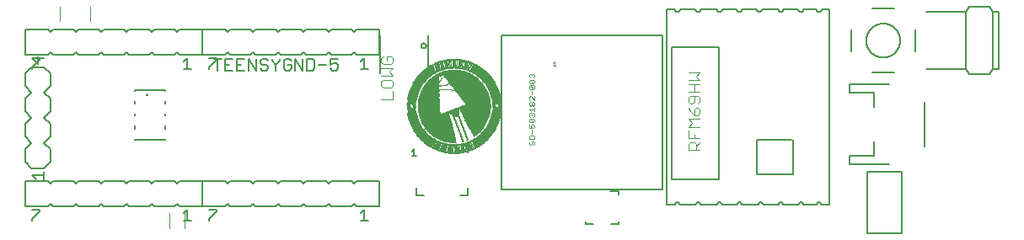
<source format=gto>
G75*
%MOIN*%
%OFA0B0*%
%FSLAX25Y25*%
%IPPOS*%
%LPD*%
%AMOC8*
5,1,8,0,0,1.08239X$1,22.5*
%
%ADD10R,0.02650X0.00050*%
%ADD11R,0.03800X0.00050*%
%ADD12R,0.04700X0.00050*%
%ADD13R,0.05450X0.00050*%
%ADD14R,0.06050X0.00050*%
%ADD15R,0.06650X0.00050*%
%ADD16R,0.07200X0.00050*%
%ADD17R,0.07700X0.00050*%
%ADD18R,0.04050X0.00050*%
%ADD19R,0.00400X0.00050*%
%ADD20R,0.02900X0.00050*%
%ADD21R,0.04300X0.00050*%
%ADD22R,0.00350X0.00050*%
%ADD23R,0.03150X0.00050*%
%ADD24R,0.02100X0.00050*%
%ADD25R,0.02000X0.00050*%
%ADD26R,0.03350X0.00050*%
%ADD27R,0.02150X0.00050*%
%ADD28R,0.01900X0.00050*%
%ADD29R,0.00300X0.00050*%
%ADD30R,0.03550X0.00050*%
%ADD31R,0.02250X0.00050*%
%ADD32R,0.01850X0.00050*%
%ADD33R,0.02400X0.00050*%
%ADD34R,0.01800X0.00050*%
%ADD35R,0.01750X0.00050*%
%ADD36R,0.02050X0.00050*%
%ADD37R,0.02550X0.00050*%
%ADD38R,0.00250X0.00050*%
%ADD39R,0.01950X0.00050*%
%ADD40R,0.02800X0.00050*%
%ADD41R,0.01700X0.00050*%
%ADD42R,0.02950X0.00050*%
%ADD43R,0.00200X0.00050*%
%ADD44R,0.03100X0.00050*%
%ADD45R,0.03250X0.00050*%
%ADD46R,0.03400X0.00050*%
%ADD47R,0.01650X0.00050*%
%ADD48R,0.01450X0.00050*%
%ADD49R,0.00150X0.00050*%
%ADD50R,0.02700X0.00050*%
%ADD51R,0.00450X0.00050*%
%ADD52R,0.02850X0.00050*%
%ADD53R,0.00100X0.00050*%
%ADD54R,0.03600X0.00050*%
%ADD55R,0.01550X0.00050*%
%ADD56R,0.03750X0.00050*%
%ADD57R,0.01600X0.00050*%
%ADD58R,0.03900X0.00050*%
%ADD59R,0.00050X0.00050*%
%ADD60R,0.04000X0.00050*%
%ADD61R,0.02300X0.00050*%
%ADD62R,0.02600X0.00050*%
%ADD63R,0.01500X0.00050*%
%ADD64R,0.02350X0.00050*%
%ADD65R,0.02500X0.00050*%
%ADD66R,0.02200X0.00050*%
%ADD67R,0.02450X0.00050*%
%ADD68R,0.01250X0.00050*%
%ADD69R,0.02750X0.00050*%
%ADD70R,0.01300X0.00050*%
%ADD71R,0.01400X0.00050*%
%ADD72R,0.03000X0.00050*%
%ADD73R,0.00550X0.00050*%
%ADD74R,0.00500X0.00050*%
%ADD75R,0.01150X0.00050*%
%ADD76R,0.03450X0.00050*%
%ADD77R,0.03650X0.00050*%
%ADD78R,0.01350X0.00050*%
%ADD79R,0.01200X0.00050*%
%ADD80R,0.03950X0.00050*%
%ADD81R,0.04200X0.00050*%
%ADD82R,0.06300X0.00050*%
%ADD83R,0.06550X0.00050*%
%ADD84R,0.06800X0.00050*%
%ADD85R,0.07000X0.00050*%
%ADD86R,0.08400X0.00050*%
%ADD87R,0.03300X0.00050*%
%ADD88R,0.08450X0.00050*%
%ADD89R,0.08500X0.00050*%
%ADD90R,0.03050X0.00050*%
%ADD91R,0.03850X0.00050*%
%ADD92R,0.04100X0.00050*%
%ADD93R,0.03500X0.00050*%
%ADD94R,0.04250X0.00050*%
%ADD95R,0.04150X0.00050*%
%ADD96R,0.04400X0.00050*%
%ADD97R,0.04450X0.00050*%
%ADD98R,0.04500X0.00050*%
%ADD99R,0.04600X0.00050*%
%ADD100R,0.04650X0.00050*%
%ADD101R,0.04800X0.00050*%
%ADD102R,0.04850X0.00050*%
%ADD103R,0.04950X0.00050*%
%ADD104R,0.05000X0.00050*%
%ADD105R,0.05100X0.00050*%
%ADD106R,0.04350X0.00050*%
%ADD107R,0.05150X0.00050*%
%ADD108R,0.05300X0.00050*%
%ADD109R,0.01100X0.00050*%
%ADD110R,0.05350X0.00050*%
%ADD111R,0.01050X0.00050*%
%ADD112R,0.05500X0.00050*%
%ADD113R,0.01000X0.00050*%
%ADD114R,0.04750X0.00050*%
%ADD115R,0.06600X0.00050*%
%ADD116R,0.00700X0.00050*%
%ADD117R,0.00900X0.00050*%
%ADD118R,0.06500X0.00050*%
%ADD119R,0.00850X0.00050*%
%ADD120R,0.06450X0.00050*%
%ADD121R,0.04900X0.00050*%
%ADD122R,0.00800X0.00050*%
%ADD123R,0.05050X0.00050*%
%ADD124R,0.06400X0.00050*%
%ADD125R,0.05200X0.00050*%
%ADD126R,0.06350X0.00050*%
%ADD127R,0.06250X0.00050*%
%ADD128R,0.05600X0.00050*%
%ADD129R,0.06200X0.00050*%
%ADD130R,0.05750X0.00050*%
%ADD131R,0.06150X0.00050*%
%ADD132R,0.05850X0.00050*%
%ADD133R,0.06100X0.00050*%
%ADD134R,0.05950X0.00050*%
%ADD135R,0.00600X0.00050*%
%ADD136R,0.06000X0.00050*%
%ADD137R,0.00750X0.00050*%
%ADD138R,0.05900X0.00050*%
%ADD139R,0.05800X0.00050*%
%ADD140R,0.06700X0.00050*%
%ADD141R,0.06900X0.00050*%
%ADD142R,0.05700X0.00050*%
%ADD143R,0.06950X0.00050*%
%ADD144R,0.05650X0.00050*%
%ADD145R,0.07050X0.00050*%
%ADD146R,0.07150X0.00050*%
%ADD147R,0.05550X0.00050*%
%ADD148R,0.07250X0.00050*%
%ADD149R,0.07350X0.00050*%
%ADD150R,0.07450X0.00050*%
%ADD151R,0.07550X0.00050*%
%ADD152R,0.07650X0.00050*%
%ADD153R,0.05400X0.00050*%
%ADD154R,0.07750X0.00050*%
%ADD155R,0.07800X0.00050*%
%ADD156R,0.07850X0.00050*%
%ADD157R,0.07950X0.00050*%
%ADD158R,0.08000X0.00050*%
%ADD159R,0.05250X0.00050*%
%ADD160R,0.08100X0.00050*%
%ADD161R,0.08150X0.00050*%
%ADD162R,0.08250X0.00050*%
%ADD163R,0.08350X0.00050*%
%ADD164R,0.08550X0.00050*%
%ADD165R,0.08600X0.00050*%
%ADD166R,0.08650X0.00050*%
%ADD167R,0.08700X0.00050*%
%ADD168R,0.08800X0.00050*%
%ADD169R,0.08850X0.00050*%
%ADD170R,0.08950X0.00050*%
%ADD171R,0.09000X0.00050*%
%ADD172R,0.09050X0.00050*%
%ADD173R,0.09150X0.00050*%
%ADD174R,0.09200X0.00050*%
%ADD175R,0.09250X0.00050*%
%ADD176R,0.09350X0.00050*%
%ADD177R,0.09400X0.00050*%
%ADD178R,0.09450X0.00050*%
%ADD179R,0.09500X0.00050*%
%ADD180R,0.09550X0.00050*%
%ADD181R,0.09650X0.00050*%
%ADD182R,0.09700X0.00050*%
%ADD183R,0.09750X0.00050*%
%ADD184R,0.09800X0.00050*%
%ADD185R,0.09850X0.00050*%
%ADD186R,0.09900X0.00050*%
%ADD187R,0.09950X0.00050*%
%ADD188R,0.10000X0.00050*%
%ADD189R,0.10050X0.00050*%
%ADD190R,0.04550X0.00050*%
%ADD191R,0.03200X0.00050*%
%ADD192R,0.10100X0.00050*%
%ADD193R,0.10150X0.00050*%
%ADD194R,0.10200X0.00050*%
%ADD195R,0.10250X0.00050*%
%ADD196R,0.03700X0.00050*%
%ADD197R,0.10300X0.00050*%
%ADD198R,0.10350X0.00050*%
%ADD199R,0.10400X0.00050*%
%ADD200R,0.10450X0.00050*%
%ADD201R,0.10500X0.00050*%
%ADD202R,0.10550X0.00050*%
%ADD203R,0.10600X0.00050*%
%ADD204R,0.10650X0.00050*%
%ADD205R,0.10700X0.00050*%
%ADD206R,0.10750X0.00050*%
%ADD207R,0.10800X0.00050*%
%ADD208R,0.10850X0.00050*%
%ADD209R,0.10900X0.00050*%
%ADD210R,0.10950X0.00050*%
%ADD211R,0.11000X0.00050*%
%ADD212R,0.11050X0.00050*%
%ADD213R,0.11100X0.00050*%
%ADD214R,0.11150X0.00050*%
%ADD215R,0.11200X0.00050*%
%ADD216R,0.11250X0.00050*%
%ADD217R,0.11300X0.00050*%
%ADD218R,0.11350X0.00050*%
%ADD219R,0.11400X0.00050*%
%ADD220R,0.11450X0.00050*%
%ADD221R,0.11500X0.00050*%
%ADD222R,0.11550X0.00050*%
%ADD223R,0.06750X0.00050*%
%ADD224R,0.11600X0.00050*%
%ADD225R,0.06850X0.00050*%
%ADD226R,0.11650X0.00050*%
%ADD227R,0.07100X0.00050*%
%ADD228R,0.11700X0.00050*%
%ADD229R,0.11750X0.00050*%
%ADD230R,0.07300X0.00050*%
%ADD231R,0.07400X0.00050*%
%ADD232R,0.11800X0.00050*%
%ADD233R,0.07500X0.00050*%
%ADD234R,0.07600X0.00050*%
%ADD235R,0.11850X0.00050*%
%ADD236R,0.11900X0.00050*%
%ADD237R,0.07900X0.00050*%
%ADD238R,0.11950X0.00050*%
%ADD239R,0.08050X0.00050*%
%ADD240R,0.08200X0.00050*%
%ADD241R,0.12000X0.00050*%
%ADD242R,0.08300X0.00050*%
%ADD243R,0.12050X0.00050*%
%ADD244R,0.12100X0.00050*%
%ADD245R,0.08900X0.00050*%
%ADD246R,0.12150X0.00050*%
%ADD247R,0.09300X0.00050*%
%ADD248R,0.12200X0.00050*%
%ADD249R,0.09600X0.00050*%
%ADD250R,0.00950X0.00050*%
%ADD251R,0.08750X0.00050*%
%ADD252R,0.13800X0.00050*%
%ADD253R,0.13650X0.00050*%
%ADD254R,0.13550X0.00050*%
%ADD255R,0.13450X0.00050*%
%ADD256R,0.13300X0.00050*%
%ADD257R,0.13150X0.00050*%
%ADD258R,0.13050X0.00050*%
%ADD259R,0.12900X0.00050*%
%ADD260R,0.12750X0.00050*%
%ADD261R,0.12650X0.00050*%
%ADD262R,0.12500X0.00050*%
%ADD263R,0.12350X0.00050*%
%ADD264R,0.12250X0.00050*%
%ADD265R,0.12300X0.00050*%
%ADD266R,0.12400X0.00050*%
%ADD267R,0.12450X0.00050*%
%ADD268R,0.12550X0.00050*%
%ADD269R,0.12600X0.00050*%
%ADD270R,0.12950X0.00050*%
%ADD271R,0.12700X0.00050*%
%ADD272R,0.00650X0.00050*%
%ADD273R,0.12800X0.00050*%
%ADD274R,0.12850X0.00050*%
%ADD275R,0.13000X0.00050*%
%ADD276R,0.13200X0.00050*%
%ADD277R,0.14700X0.00050*%
%ADD278R,0.14550X0.00050*%
%ADD279R,0.14350X0.00050*%
%ADD280R,0.14200X0.00050*%
%ADD281R,0.14000X0.00050*%
%ADD282R,0.13850X0.00050*%
%ADD283R,0.13100X0.00050*%
%ADD284C,0.00800*%
%ADD285C,0.00600*%
%ADD286C,0.00500*%
%ADD287C,0.00787*%
%ADD288C,0.00400*%
%ADD289C,0.00100*%
%ADD290C,0.00200*%
D10*
X0173783Y0046050D03*
X0176883Y0046000D03*
X0187583Y0043250D03*
X0183483Y0042500D03*
X0191933Y0050550D03*
X0175933Y0072500D03*
X0176833Y0073150D03*
X0176933Y0073200D03*
X0179683Y0076050D03*
X0173883Y0076350D03*
X0191983Y0077100D03*
D11*
X0192258Y0076550D03*
X0180308Y0076200D03*
X0173508Y0075600D03*
X0175408Y0071550D03*
X0167558Y0066750D03*
X0167508Y0066600D03*
X0167458Y0066500D03*
X0167458Y0066450D03*
X0167458Y0066400D03*
X0167408Y0066350D03*
X0167408Y0066300D03*
X0167408Y0066250D03*
X0167358Y0066200D03*
X0167358Y0066150D03*
X0167358Y0066100D03*
X0167308Y0066000D03*
X0167308Y0065950D03*
X0167258Y0065800D03*
X0183558Y0059400D03*
X0199408Y0055500D03*
X0199458Y0055650D03*
X0199508Y0055750D03*
X0199508Y0055800D03*
X0199558Y0055900D03*
X0199558Y0055950D03*
X0199558Y0056000D03*
X0199608Y0056050D03*
X0199608Y0056100D03*
X0199658Y0056200D03*
X0199658Y0056250D03*
X0199708Y0056400D03*
X0199758Y0065750D03*
X0199708Y0065900D03*
X0199708Y0065950D03*
X0199658Y0066050D03*
X0199658Y0066100D03*
X0199608Y0066200D03*
X0199608Y0066250D03*
X0199608Y0066300D03*
X0199558Y0066350D03*
X0199558Y0066400D03*
X0199558Y0066450D03*
X0199508Y0066500D03*
X0199508Y0066550D03*
X0199458Y0066700D03*
X0167408Y0056050D03*
X0167408Y0056000D03*
X0167458Y0055900D03*
X0167458Y0055850D03*
X0167508Y0055750D03*
X0167508Y0055700D03*
X0167558Y0055600D03*
X0167358Y0056150D03*
X0167358Y0056200D03*
X0167308Y0056300D03*
X0167308Y0056350D03*
X0167258Y0056500D03*
X0182258Y0047100D03*
X0180508Y0043100D03*
X0183508Y0042550D03*
D12*
X0183508Y0042600D03*
X0170558Y0050400D03*
X0170508Y0050450D03*
X0170458Y0050500D03*
X0196508Y0050500D03*
X0196558Y0050550D03*
X0196608Y0050600D03*
X0175008Y0070650D03*
X0170508Y0071850D03*
X0170458Y0071800D03*
X0170408Y0071750D03*
X0173108Y0074850D03*
X0196458Y0071900D03*
X0196508Y0071850D03*
X0196558Y0071800D03*
D13*
X0194683Y0073650D03*
X0194633Y0073700D03*
X0174683Y0069800D03*
X0172233Y0073600D03*
X0172283Y0073650D03*
X0192233Y0052450D03*
X0192233Y0052400D03*
X0194733Y0048700D03*
X0194683Y0048650D03*
X0193233Y0047200D03*
X0181383Y0047600D03*
X0172333Y0048650D03*
X0172283Y0048700D03*
X0183483Y0042650D03*
D14*
X0183483Y0042700D03*
X0181033Y0047850D03*
X0173433Y0047800D03*
X0192283Y0052900D03*
X0193633Y0047850D03*
X0174433Y0069000D03*
X0173333Y0074450D03*
X0173483Y0074550D03*
X0193583Y0074500D03*
D15*
X0192633Y0075100D03*
X0174183Y0068100D03*
X0174183Y0068050D03*
X0183483Y0042750D03*
D16*
X0183508Y0042800D03*
X0192308Y0053850D03*
X0173958Y0067050D03*
X0173958Y0067100D03*
X0191958Y0075450D03*
D17*
X0173758Y0066000D03*
X0173758Y0065950D03*
X0192308Y0054300D03*
X0183508Y0042850D03*
D18*
X0185533Y0042900D03*
X0183183Y0045600D03*
X0168483Y0053450D03*
X0168433Y0053550D03*
X0168433Y0053600D03*
X0168383Y0053650D03*
X0168333Y0053750D03*
X0168283Y0053850D03*
X0198483Y0053400D03*
X0198533Y0053500D03*
X0198583Y0053600D03*
X0198633Y0053650D03*
X0198633Y0053700D03*
X0198683Y0053800D03*
X0198733Y0053900D03*
X0198683Y0068550D03*
X0198633Y0068600D03*
X0198633Y0068650D03*
X0198583Y0068700D03*
X0198583Y0068750D03*
X0198533Y0068800D03*
X0198533Y0068850D03*
X0175283Y0071300D03*
X0168533Y0068950D03*
X0168483Y0068850D03*
X0168433Y0068800D03*
X0168433Y0068750D03*
X0168383Y0068700D03*
X0168383Y0068650D03*
X0168333Y0068600D03*
X0168333Y0068550D03*
X0173383Y0075400D03*
D19*
X0175008Y0077250D03*
X0174958Y0077300D03*
X0181408Y0078750D03*
X0181408Y0078800D03*
X0181408Y0078850D03*
X0181408Y0078900D03*
X0181408Y0078950D03*
X0182308Y0078950D03*
X0182308Y0078900D03*
X0182308Y0078850D03*
X0182308Y0078800D03*
X0182308Y0078750D03*
X0184508Y0076800D03*
X0186758Y0076850D03*
X0186758Y0076900D03*
X0186758Y0076950D03*
X0189108Y0075850D03*
X0190208Y0077350D03*
X0190258Y0077450D03*
X0190258Y0077500D03*
X0189458Y0077800D03*
X0189458Y0077850D03*
X0189408Y0077750D03*
X0189408Y0077700D03*
X0180558Y0069650D03*
X0180358Y0069600D03*
X0166608Y0060600D03*
X0184358Y0057100D03*
X0191558Y0049350D03*
X0183008Y0045450D03*
X0175508Y0045700D03*
X0175458Y0045600D03*
X0182908Y0042900D03*
D20*
X0180858Y0042900D03*
X0192658Y0045750D03*
X0191958Y0050700D03*
X0178058Y0046600D03*
X0180058Y0058250D03*
X0184058Y0059750D03*
X0175808Y0072300D03*
X0177808Y0075650D03*
X0180158Y0079250D03*
X0180358Y0079300D03*
X0186608Y0079300D03*
D21*
X0192358Y0076300D03*
X0197658Y0070300D03*
X0197708Y0070250D03*
X0197708Y0070200D03*
X0197758Y0070150D03*
X0197808Y0070100D03*
X0197858Y0070000D03*
X0169358Y0070350D03*
X0169308Y0070250D03*
X0169258Y0070200D03*
X0169208Y0070100D03*
X0169208Y0052200D03*
X0169258Y0052150D03*
X0169258Y0052100D03*
X0169308Y0052050D03*
X0169358Y0052000D03*
X0173958Y0046550D03*
X0185658Y0042950D03*
X0192108Y0051600D03*
X0197658Y0052000D03*
X0197708Y0052100D03*
X0197758Y0052150D03*
X0197808Y0052250D03*
D22*
X0186883Y0047200D03*
X0187933Y0045650D03*
X0187933Y0045600D03*
X0187933Y0045550D03*
X0187983Y0045450D03*
X0187983Y0045400D03*
X0188033Y0045300D03*
X0188033Y0045250D03*
X0188033Y0045200D03*
X0188083Y0045150D03*
X0188083Y0045100D03*
X0188083Y0045050D03*
X0188133Y0045000D03*
X0188133Y0044950D03*
X0188133Y0044900D03*
X0188183Y0044850D03*
X0188183Y0044800D03*
X0188183Y0044750D03*
X0188233Y0044700D03*
X0188233Y0044650D03*
X0188233Y0044600D03*
X0188283Y0044500D03*
X0188283Y0044450D03*
X0188333Y0044350D03*
X0188333Y0044300D03*
X0188333Y0044250D03*
X0188383Y0044200D03*
X0188383Y0044150D03*
X0188383Y0044100D03*
X0185733Y0043550D03*
X0185733Y0043500D03*
X0185733Y0043450D03*
X0185683Y0043800D03*
X0185683Y0043850D03*
X0185533Y0044750D03*
X0185533Y0044800D03*
X0185533Y0044850D03*
X0185533Y0044900D03*
X0185533Y0044950D03*
X0183033Y0045250D03*
X0183033Y0045300D03*
X0183033Y0045350D03*
X0183033Y0045400D03*
X0182933Y0043000D03*
X0182933Y0042950D03*
X0191033Y0044900D03*
X0191083Y0044800D03*
X0190433Y0046150D03*
X0190383Y0046250D03*
X0190333Y0046350D03*
X0190283Y0046450D03*
X0176183Y0046900D03*
X0176183Y0046950D03*
X0176133Y0046850D03*
X0176133Y0046800D03*
X0176083Y0046750D03*
X0175533Y0045750D03*
X0175483Y0045650D03*
X0175433Y0045550D03*
X0175433Y0045500D03*
X0200283Y0060900D03*
X0180733Y0069700D03*
X0175983Y0075200D03*
X0175083Y0077150D03*
X0175033Y0077200D03*
X0177383Y0077800D03*
X0177383Y0077850D03*
X0177383Y0077900D03*
X0177433Y0077750D03*
X0177433Y0077700D03*
X0177433Y0077650D03*
X0177483Y0077600D03*
X0177483Y0077550D03*
X0177483Y0077500D03*
X0177783Y0076600D03*
X0177833Y0076550D03*
X0177833Y0076500D03*
X0177833Y0076450D03*
X0177883Y0076400D03*
X0177883Y0076350D03*
X0182033Y0076800D03*
X0182033Y0076850D03*
X0182033Y0076900D03*
X0182033Y0076950D03*
X0182033Y0077000D03*
X0184533Y0076900D03*
X0184533Y0076850D03*
X0189133Y0075950D03*
X0189133Y0075900D03*
X0189183Y0076000D03*
X0190133Y0077150D03*
X0190183Y0077250D03*
X0190183Y0077300D03*
X0190233Y0077400D03*
X0189383Y0077650D03*
X0189333Y0077550D03*
X0182333Y0078650D03*
X0182333Y0078700D03*
X0181433Y0078700D03*
X0181433Y0078650D03*
X0181433Y0078600D03*
X0181433Y0078550D03*
D23*
X0183433Y0076750D03*
X0186883Y0076150D03*
X0192133Y0076850D03*
X0175683Y0072100D03*
X0183933Y0059650D03*
X0183883Y0058000D03*
X0191983Y0050850D03*
X0192733Y0045900D03*
X0180783Y0042950D03*
X0173733Y0046300D03*
D24*
X0176808Y0045100D03*
X0176858Y0045150D03*
X0177008Y0045650D03*
X0178658Y0043400D03*
X0186958Y0043000D03*
X0190008Y0044050D03*
X0192458Y0045350D03*
X0191858Y0050250D03*
X0180358Y0058500D03*
X0179208Y0075900D03*
X0176908Y0076700D03*
X0176858Y0076800D03*
X0176858Y0076850D03*
X0176808Y0076900D03*
X0176808Y0076950D03*
X0176758Y0077050D03*
X0175808Y0077700D03*
X0178058Y0078700D03*
X0187558Y0075950D03*
D25*
X0179008Y0075850D03*
X0176808Y0075150D03*
X0175858Y0077750D03*
X0188158Y0079000D03*
X0188458Y0078900D03*
X0179208Y0067800D03*
X0184558Y0060100D03*
X0180408Y0058550D03*
X0179408Y0045450D03*
X0179008Y0044450D03*
X0179008Y0044400D03*
X0177008Y0045450D03*
X0177008Y0045500D03*
X0177058Y0045550D03*
X0177058Y0045600D03*
X0176958Y0045350D03*
X0176908Y0045250D03*
X0173908Y0045750D03*
X0181858Y0044250D03*
X0181858Y0044200D03*
X0181858Y0044150D03*
X0184508Y0043000D03*
X0189958Y0044000D03*
X0192408Y0045300D03*
D26*
X0192783Y0046000D03*
X0188083Y0046350D03*
X0182533Y0047000D03*
X0176083Y0044800D03*
X0180683Y0043000D03*
X0192033Y0051000D03*
X0183683Y0058200D03*
X0179883Y0058100D03*
D27*
X0184483Y0060050D03*
X0177783Y0046800D03*
X0173883Y0045800D03*
X0176783Y0045050D03*
X0176483Y0044300D03*
X0184633Y0044650D03*
X0187133Y0043050D03*
X0192483Y0045400D03*
X0188233Y0075800D03*
X0191883Y0077300D03*
X0188533Y0078850D03*
X0176783Y0077000D03*
X0176733Y0077100D03*
X0176733Y0077150D03*
X0176683Y0077200D03*
X0176683Y0077250D03*
X0176683Y0077300D03*
X0176633Y0077350D03*
X0173933Y0076550D03*
D28*
X0173958Y0076650D03*
X0175908Y0077800D03*
X0176758Y0075100D03*
X0187908Y0075850D03*
X0188308Y0075750D03*
X0188358Y0078950D03*
X0184608Y0060150D03*
X0183808Y0057500D03*
X0183808Y0057450D03*
X0188758Y0046700D03*
X0189458Y0045600D03*
X0189458Y0045550D03*
X0189458Y0045500D03*
X0189508Y0045400D03*
X0189508Y0045350D03*
X0192408Y0045250D03*
X0184508Y0043850D03*
X0184458Y0043050D03*
X0181758Y0043800D03*
X0181758Y0043850D03*
X0181708Y0043750D03*
X0181708Y0043700D03*
X0181658Y0043550D03*
X0181858Y0044300D03*
X0181858Y0044350D03*
X0179108Y0044750D03*
X0179058Y0044600D03*
X0176558Y0044200D03*
D29*
X0182958Y0043150D03*
X0182958Y0043100D03*
X0182958Y0043050D03*
X0185708Y0043600D03*
X0185708Y0043650D03*
X0185708Y0043700D03*
X0185708Y0043750D03*
X0185508Y0045000D03*
X0185508Y0045050D03*
X0185508Y0045100D03*
X0185508Y0045150D03*
X0185508Y0045200D03*
X0183058Y0045200D03*
X0183058Y0045150D03*
X0183058Y0045100D03*
X0187908Y0045700D03*
X0187908Y0045750D03*
X0187958Y0045500D03*
X0188008Y0045350D03*
X0188258Y0044550D03*
X0188308Y0044400D03*
X0188408Y0044050D03*
X0191008Y0044950D03*
X0191008Y0045000D03*
X0191058Y0044850D03*
X0190458Y0046100D03*
X0190408Y0046200D03*
X0190358Y0046300D03*
X0190308Y0046400D03*
X0190258Y0046500D03*
X0190258Y0046550D03*
X0190258Y0046600D03*
X0188608Y0047750D03*
X0176208Y0047050D03*
X0176208Y0047000D03*
X0175408Y0045450D03*
X0180858Y0069750D03*
X0181008Y0069800D03*
X0175958Y0075250D03*
X0175958Y0075300D03*
X0175958Y0075350D03*
X0175908Y0075400D03*
X0175908Y0075450D03*
X0175158Y0077050D03*
X0175108Y0077100D03*
X0177908Y0076300D03*
X0181458Y0078300D03*
X0181458Y0078350D03*
X0181458Y0078400D03*
X0181458Y0078450D03*
X0181458Y0078500D03*
X0182308Y0078550D03*
X0182308Y0078600D03*
X0184708Y0078650D03*
X0184708Y0078700D03*
X0184708Y0078750D03*
X0184708Y0078800D03*
X0184708Y0078850D03*
X0189258Y0077400D03*
X0189258Y0077350D03*
X0189308Y0077450D03*
X0189308Y0077500D03*
X0189358Y0077600D03*
X0190158Y0077200D03*
X0190108Y0077100D03*
X0189258Y0076200D03*
X0189208Y0076100D03*
X0189208Y0076050D03*
X0186758Y0077000D03*
X0184558Y0077000D03*
X0184558Y0077050D03*
X0184558Y0076950D03*
X0182008Y0077050D03*
D30*
X0187033Y0079100D03*
X0173633Y0075800D03*
X0192033Y0051100D03*
X0192833Y0046100D03*
X0188033Y0043550D03*
X0180583Y0043050D03*
X0176033Y0044900D03*
D31*
X0176983Y0045700D03*
X0177133Y0046100D03*
X0179533Y0045400D03*
X0178583Y0043450D03*
X0184683Y0043950D03*
X0184683Y0044000D03*
X0184683Y0044050D03*
X0184683Y0044100D03*
X0184683Y0044150D03*
X0184683Y0044200D03*
X0184683Y0044250D03*
X0187233Y0043100D03*
X0190083Y0044100D03*
X0188583Y0046600D03*
X0176133Y0072800D03*
X0173933Y0076500D03*
X0175783Y0077650D03*
X0177983Y0078650D03*
D32*
X0177433Y0075350D03*
X0190283Y0078200D03*
X0191783Y0077450D03*
X0201233Y0062450D03*
X0201233Y0062400D03*
X0180483Y0058600D03*
X0183283Y0046800D03*
X0179633Y0046350D03*
X0181833Y0044500D03*
X0181833Y0044450D03*
X0181833Y0044400D03*
X0181683Y0043650D03*
X0181683Y0043600D03*
X0181633Y0043500D03*
X0181633Y0043450D03*
X0181583Y0043300D03*
X0179033Y0043250D03*
X0184433Y0043100D03*
X0189533Y0045200D03*
X0189533Y0045250D03*
X0189533Y0045300D03*
X0189483Y0045450D03*
X0173983Y0045650D03*
D33*
X0173808Y0045950D03*
X0179408Y0044900D03*
X0179458Y0045000D03*
X0179458Y0045050D03*
X0179458Y0045100D03*
X0179508Y0045200D03*
X0180258Y0046200D03*
X0178508Y0043500D03*
X0187358Y0043150D03*
X0188508Y0046550D03*
X0192558Y0045500D03*
X0184358Y0059950D03*
X0176058Y0072700D03*
X0177608Y0075500D03*
X0173908Y0076450D03*
X0177908Y0078600D03*
X0179558Y0079150D03*
X0188658Y0078750D03*
D34*
X0178158Y0078800D03*
X0175958Y0077850D03*
X0173958Y0076700D03*
X0176708Y0075050D03*
X0167558Y0062150D03*
X0183808Y0057400D03*
X0183808Y0057350D03*
X0184708Y0060200D03*
X0201258Y0062300D03*
X0201258Y0062350D03*
X0191808Y0050100D03*
X0177658Y0046900D03*
X0179458Y0046400D03*
X0178808Y0043300D03*
X0176608Y0044150D03*
X0181558Y0043250D03*
X0181558Y0043200D03*
X0181608Y0043350D03*
X0181608Y0043400D03*
X0184408Y0043150D03*
X0187158Y0043650D03*
X0189808Y0043900D03*
X0189608Y0044850D03*
X0189608Y0044900D03*
X0189608Y0044950D03*
X0189558Y0045050D03*
X0189558Y0045100D03*
X0189558Y0045150D03*
X0192358Y0045200D03*
D35*
X0189633Y0044800D03*
X0189633Y0044750D03*
X0189633Y0044700D03*
X0189583Y0045000D03*
X0189333Y0045700D03*
X0187133Y0043700D03*
X0184383Y0043250D03*
X0184383Y0043200D03*
X0181533Y0043150D03*
X0181833Y0044550D03*
X0181833Y0044600D03*
X0181833Y0044650D03*
X0179283Y0045500D03*
X0177183Y0046200D03*
X0173983Y0045600D03*
X0191783Y0050050D03*
X0201283Y0062200D03*
X0201283Y0062250D03*
X0178583Y0069350D03*
X0177233Y0075250D03*
X0177333Y0075300D03*
X0178433Y0078900D03*
X0186083Y0078950D03*
X0190233Y0078250D03*
X0167533Y0062100D03*
X0165683Y0062100D03*
X0165683Y0062150D03*
D36*
X0191833Y0050200D03*
X0188683Y0046650D03*
X0179833Y0046300D03*
X0176983Y0045400D03*
X0176933Y0045300D03*
X0176883Y0045200D03*
X0176533Y0044250D03*
X0179433Y0043150D03*
X0177483Y0075400D03*
X0176933Y0076650D03*
X0176883Y0076750D03*
X0173933Y0076600D03*
X0191833Y0077350D03*
D37*
X0188733Y0078700D03*
X0179483Y0079100D03*
X0177683Y0075550D03*
X0176633Y0073050D03*
X0184283Y0059900D03*
X0180183Y0058350D03*
X0191933Y0050500D03*
X0186383Y0046150D03*
X0187483Y0043200D03*
X0179233Y0044250D03*
X0179183Y0044150D03*
X0179183Y0044100D03*
X0179133Y0043950D03*
X0178433Y0043550D03*
X0176333Y0044450D03*
D38*
X0178683Y0045900D03*
X0183083Y0045050D03*
X0183083Y0045000D03*
X0182983Y0043300D03*
X0182983Y0043250D03*
X0182983Y0043200D03*
X0185733Y0043400D03*
X0190933Y0045200D03*
X0190983Y0045100D03*
X0190983Y0045050D03*
X0190233Y0046650D03*
X0191533Y0049300D03*
X0180233Y0043600D03*
X0184433Y0057050D03*
X0181133Y0069850D03*
X0181233Y0069900D03*
X0181333Y0069950D03*
X0181433Y0070000D03*
X0175883Y0075500D03*
X0175883Y0075550D03*
X0175233Y0076950D03*
X0175183Y0077000D03*
X0177383Y0077950D03*
X0177883Y0076250D03*
X0181483Y0078100D03*
X0181483Y0078150D03*
X0181483Y0078200D03*
X0181483Y0078250D03*
X0182333Y0078300D03*
X0182333Y0078350D03*
X0182333Y0078400D03*
X0182333Y0078450D03*
X0182333Y0078500D03*
X0184683Y0078500D03*
X0184683Y0078550D03*
X0184683Y0078600D03*
X0184683Y0078450D03*
X0184683Y0078400D03*
X0184683Y0078350D03*
X0184683Y0078300D03*
X0184733Y0078900D03*
X0184633Y0077300D03*
X0184633Y0077250D03*
X0184633Y0077200D03*
X0184583Y0077150D03*
X0184583Y0077100D03*
X0186883Y0077450D03*
X0186883Y0077500D03*
X0186933Y0077600D03*
X0186933Y0077650D03*
X0189183Y0077200D03*
X0189233Y0077300D03*
X0190033Y0076950D03*
X0190033Y0076900D03*
X0190083Y0077000D03*
X0190083Y0077050D03*
X0189283Y0076250D03*
X0189233Y0076150D03*
X0182033Y0077100D03*
X0182033Y0077150D03*
X0182033Y0077200D03*
D39*
X0187733Y0075900D03*
X0191833Y0077400D03*
X0178083Y0078750D03*
X0191833Y0050150D03*
X0177733Y0046850D03*
X0177183Y0046150D03*
X0179083Y0044700D03*
X0179083Y0044650D03*
X0179033Y0044550D03*
X0179033Y0044500D03*
X0178733Y0043350D03*
X0179233Y0043200D03*
X0181783Y0043900D03*
X0181783Y0043950D03*
X0181783Y0044000D03*
X0181833Y0044050D03*
X0181833Y0044100D03*
X0187233Y0043600D03*
X0189883Y0043950D03*
X0189433Y0045650D03*
X0173933Y0045700D03*
D40*
X0187658Y0043300D03*
X0190308Y0044350D03*
X0192658Y0045700D03*
X0191958Y0050650D03*
X0184208Y0057600D03*
X0184158Y0059800D03*
X0179908Y0067850D03*
X0187058Y0076100D03*
X0188858Y0078600D03*
X0177758Y0078450D03*
D41*
X0178258Y0078850D03*
X0176008Y0077900D03*
X0177108Y0075200D03*
X0183408Y0076800D03*
X0186058Y0078800D03*
X0186058Y0078850D03*
X0186058Y0078900D03*
X0186108Y0079000D03*
X0191008Y0077900D03*
X0191758Y0077500D03*
X0188408Y0075700D03*
X0199408Y0062450D03*
X0201308Y0062150D03*
X0201308Y0062100D03*
X0201358Y0062050D03*
X0201358Y0062000D03*
X0167558Y0062000D03*
X0167558Y0062050D03*
X0165658Y0062050D03*
X0165658Y0062000D03*
X0188858Y0046750D03*
X0188958Y0046200D03*
X0189658Y0044650D03*
X0189658Y0044600D03*
X0189658Y0044550D03*
X0189708Y0044500D03*
X0189708Y0044450D03*
X0189758Y0043850D03*
X0187108Y0043800D03*
X0187108Y0043750D03*
X0187058Y0043900D03*
X0184358Y0043450D03*
X0184358Y0043400D03*
X0184358Y0043350D03*
X0184358Y0043300D03*
X0181808Y0044700D03*
X0179308Y0045550D03*
X0179308Y0045600D03*
X0179358Y0045750D03*
X0179258Y0046450D03*
X0176658Y0044100D03*
X0186508Y0045650D03*
D42*
X0190333Y0044400D03*
X0192683Y0045800D03*
X0187733Y0043350D03*
X0173733Y0046200D03*
X0191983Y0050750D03*
X0184033Y0057850D03*
X0183983Y0057900D03*
X0175783Y0072250D03*
X0177433Y0073450D03*
X0192083Y0076950D03*
X0188933Y0078550D03*
X0179333Y0079000D03*
D43*
X0182358Y0078250D03*
X0182358Y0078200D03*
X0182358Y0078150D03*
X0182358Y0078100D03*
X0182008Y0077400D03*
X0182008Y0077350D03*
X0182008Y0077300D03*
X0182008Y0077250D03*
X0184658Y0077350D03*
X0184658Y0077400D03*
X0184658Y0077450D03*
X0184708Y0078250D03*
X0186958Y0077750D03*
X0186958Y0077700D03*
X0186908Y0077550D03*
X0186908Y0077400D03*
X0189108Y0077000D03*
X0189158Y0077100D03*
X0189158Y0077150D03*
X0189208Y0077250D03*
X0189358Y0076450D03*
X0189358Y0076400D03*
X0189308Y0076350D03*
X0189308Y0076300D03*
X0189958Y0076750D03*
X0190008Y0076800D03*
X0190008Y0076850D03*
X0179558Y0072800D03*
X0179308Y0072600D03*
X0179258Y0072550D03*
X0179208Y0072500D03*
X0179158Y0072450D03*
X0179108Y0072400D03*
X0179058Y0072350D03*
X0179008Y0072300D03*
X0178958Y0072250D03*
X0178908Y0072200D03*
X0178858Y0072150D03*
X0178808Y0072100D03*
X0178658Y0071950D03*
X0178508Y0071750D03*
X0178458Y0071700D03*
X0178408Y0071650D03*
X0178358Y0071600D03*
X0178308Y0071550D03*
X0178208Y0071400D03*
X0178158Y0071350D03*
X0178108Y0071300D03*
X0178008Y0071150D03*
X0177958Y0071100D03*
X0177858Y0070950D03*
X0177808Y0070900D03*
X0177758Y0070850D03*
X0177708Y0070750D03*
X0177658Y0070700D03*
X0177558Y0070550D03*
X0177508Y0070500D03*
X0181508Y0070050D03*
X0175858Y0075600D03*
X0175858Y0075650D03*
X0175308Y0076850D03*
X0175258Y0076900D03*
X0166608Y0060650D03*
X0191508Y0049250D03*
X0190258Y0046700D03*
X0187908Y0045800D03*
X0185508Y0045250D03*
X0183058Y0044950D03*
X0183058Y0043550D03*
X0183058Y0043500D03*
X0183058Y0043450D03*
X0183008Y0043400D03*
X0183008Y0043350D03*
X0180458Y0044700D03*
X0175408Y0045400D03*
X0188408Y0044000D03*
X0190908Y0045250D03*
X0190908Y0045300D03*
X0190908Y0045350D03*
X0190958Y0045150D03*
D44*
X0192708Y0045850D03*
X0188208Y0046400D03*
X0187808Y0043400D03*
X0176158Y0044700D03*
X0182658Y0046950D03*
X0177908Y0075700D03*
X0173808Y0076100D03*
X0179258Y0078950D03*
D45*
X0173733Y0076000D03*
X0175633Y0072000D03*
X0192133Y0076800D03*
X0183783Y0058100D03*
X0176133Y0044750D03*
X0187883Y0043450D03*
D46*
X0187958Y0043500D03*
X0180758Y0046100D03*
X0175608Y0071900D03*
X0173658Y0075900D03*
X0180808Y0079350D03*
X0186958Y0079150D03*
X0192158Y0076750D03*
D47*
X0190183Y0078300D03*
X0186033Y0078700D03*
X0186033Y0078750D03*
X0178333Y0078400D03*
X0173983Y0076750D03*
X0176633Y0075000D03*
X0176533Y0074950D03*
X0176433Y0074900D03*
X0176333Y0074850D03*
X0188533Y0075650D03*
X0179833Y0067900D03*
X0167583Y0061950D03*
X0167583Y0061900D03*
X0165633Y0061900D03*
X0165633Y0061950D03*
X0180533Y0058650D03*
X0184783Y0060250D03*
X0199383Y0062350D03*
X0199383Y0062400D03*
X0201383Y0061950D03*
X0191783Y0050000D03*
X0177583Y0046950D03*
X0179383Y0045850D03*
X0179383Y0045800D03*
X0179333Y0045700D03*
X0179333Y0045650D03*
X0181833Y0044800D03*
X0181833Y0044750D03*
X0184333Y0043750D03*
X0184333Y0043700D03*
X0184333Y0043650D03*
X0184333Y0043600D03*
X0184333Y0043550D03*
X0184333Y0043500D03*
X0187033Y0043950D03*
X0187033Y0044000D03*
X0187033Y0044050D03*
X0186983Y0044200D03*
X0186983Y0044250D03*
X0187083Y0043850D03*
X0189283Y0045750D03*
X0189033Y0046150D03*
X0192333Y0045150D03*
X0174033Y0045550D03*
D48*
X0174133Y0045400D03*
X0176783Y0044000D03*
X0181783Y0045150D03*
X0181783Y0045200D03*
X0184283Y0045450D03*
X0184283Y0044850D03*
X0184283Y0044800D03*
X0184283Y0044750D03*
X0184283Y0044700D03*
X0186683Y0045400D03*
X0186683Y0045450D03*
X0186733Y0045350D03*
X0186733Y0045300D03*
X0186733Y0045250D03*
X0186783Y0045200D03*
X0186783Y0045150D03*
X0186783Y0045100D03*
X0189233Y0043600D03*
X0189383Y0043650D03*
X0189483Y0043700D03*
X0192283Y0045050D03*
X0189033Y0046850D03*
X0177333Y0046550D03*
X0177283Y0046500D03*
X0177283Y0046450D03*
X0201483Y0061200D03*
X0201483Y0061250D03*
X0201483Y0061300D03*
X0201483Y0061350D03*
X0199283Y0061950D03*
X0199283Y0062000D03*
X0180633Y0076700D03*
X0180633Y0076750D03*
X0180583Y0076950D03*
X0180533Y0077150D03*
X0180483Y0077350D03*
X0178483Y0078250D03*
X0176233Y0077500D03*
X0176233Y0077450D03*
X0176183Y0077550D03*
X0176183Y0077600D03*
X0183533Y0077600D03*
X0183533Y0077650D03*
X0183533Y0077550D03*
X0183533Y0078100D03*
X0183583Y0079150D03*
X0183633Y0079250D03*
X0185933Y0078250D03*
X0185883Y0078100D03*
X0185883Y0078050D03*
X0188133Y0077900D03*
X0188133Y0077850D03*
X0188133Y0077800D03*
X0188133Y0077750D03*
X0189933Y0078450D03*
X0190933Y0078000D03*
D49*
X0189933Y0076700D03*
X0189933Y0076650D03*
X0189883Y0076550D03*
X0189383Y0076550D03*
X0189383Y0076500D03*
X0189083Y0076900D03*
X0189083Y0076950D03*
X0189133Y0077050D03*
X0186983Y0077800D03*
X0186983Y0077850D03*
X0186983Y0077900D03*
X0184683Y0077600D03*
X0184683Y0077550D03*
X0184683Y0077500D03*
X0184733Y0078950D03*
X0182383Y0078050D03*
X0182383Y0078000D03*
X0182383Y0077950D03*
X0182383Y0077900D03*
X0181983Y0077600D03*
X0181983Y0077550D03*
X0181983Y0077500D03*
X0181983Y0077450D03*
X0181483Y0077900D03*
X0181483Y0077950D03*
X0181483Y0078000D03*
X0181483Y0078050D03*
X0177383Y0078000D03*
X0175333Y0076800D03*
X0175783Y0075850D03*
X0175833Y0075750D03*
X0175833Y0075700D03*
X0179483Y0072750D03*
X0179433Y0072700D03*
X0179383Y0072650D03*
X0178783Y0072050D03*
X0178733Y0072000D03*
X0178633Y0071900D03*
X0178583Y0071850D03*
X0178533Y0071800D03*
X0178283Y0071500D03*
X0178233Y0071450D03*
X0178083Y0071250D03*
X0178033Y0071200D03*
X0177933Y0071050D03*
X0177883Y0071000D03*
X0177733Y0070800D03*
X0177633Y0070650D03*
X0177583Y0070600D03*
X0177483Y0070450D03*
X0181583Y0070100D03*
X0200283Y0060950D03*
X0188583Y0047700D03*
X0190433Y0046050D03*
X0190833Y0045550D03*
X0190833Y0045500D03*
X0190883Y0045450D03*
X0190883Y0045400D03*
X0183083Y0044900D03*
X0183083Y0044850D03*
X0183083Y0044800D03*
X0183083Y0043650D03*
X0183083Y0043600D03*
X0176183Y0047100D03*
D50*
X0176858Y0045950D03*
X0176808Y0045900D03*
X0178008Y0046650D03*
X0173758Y0046100D03*
X0176308Y0044500D03*
X0178408Y0043600D03*
X0190258Y0044300D03*
X0192608Y0045650D03*
X0184208Y0057700D03*
X0184208Y0059850D03*
X0175908Y0072450D03*
X0177008Y0073250D03*
X0192008Y0077050D03*
X0188808Y0078650D03*
X0177808Y0078500D03*
D51*
X0177483Y0077450D03*
X0181383Y0079000D03*
X0181383Y0079050D03*
X0181383Y0079100D03*
X0181383Y0079150D03*
X0182283Y0079150D03*
X0182283Y0079100D03*
X0182283Y0079050D03*
X0182283Y0079000D03*
X0186733Y0076800D03*
X0186733Y0076750D03*
X0186733Y0076700D03*
X0189483Y0077900D03*
X0189483Y0077950D03*
X0189533Y0078000D03*
X0189533Y0078050D03*
X0190333Y0077650D03*
X0190333Y0077600D03*
X0190283Y0077550D03*
X0188683Y0047800D03*
X0180133Y0043650D03*
D52*
X0178333Y0043650D03*
X0176233Y0044600D03*
X0173733Y0046150D03*
X0180483Y0046150D03*
X0188283Y0046450D03*
X0184083Y0057800D03*
X0175833Y0072350D03*
X0177233Y0073350D03*
X0177333Y0073400D03*
X0173883Y0076250D03*
X0192033Y0077000D03*
D53*
X0189908Y0076600D03*
X0189858Y0076500D03*
X0189858Y0076450D03*
X0189808Y0076350D03*
X0189458Y0076650D03*
X0189458Y0076700D03*
X0189408Y0076600D03*
X0189008Y0076750D03*
X0189008Y0076800D03*
X0189058Y0076850D03*
X0187008Y0077950D03*
X0187008Y0078000D03*
X0187008Y0078050D03*
X0184708Y0077700D03*
X0184708Y0077650D03*
X0182408Y0077650D03*
X0182408Y0077700D03*
X0182408Y0077750D03*
X0182408Y0077800D03*
X0182408Y0077850D03*
X0181958Y0077800D03*
X0181958Y0077750D03*
X0181958Y0077700D03*
X0181958Y0077650D03*
X0181508Y0077650D03*
X0181508Y0077700D03*
X0181508Y0077750D03*
X0181508Y0077800D03*
X0181508Y0077850D03*
X0175758Y0075950D03*
X0175758Y0075900D03*
X0175808Y0075800D03*
X0175458Y0076600D03*
X0175408Y0076700D03*
X0175358Y0076750D03*
X0184458Y0057000D03*
X0186808Y0047150D03*
X0190808Y0045650D03*
X0190808Y0045600D03*
X0183108Y0044750D03*
X0183108Y0044700D03*
X0183108Y0044650D03*
X0183108Y0044600D03*
X0183108Y0043800D03*
X0183108Y0043750D03*
X0183108Y0043700D03*
X0178658Y0045950D03*
D54*
X0182408Y0047050D03*
X0187958Y0046300D03*
X0178558Y0043700D03*
X0192058Y0051150D03*
X0183508Y0058400D03*
X0183458Y0058450D03*
X0166758Y0058850D03*
X0166708Y0059200D03*
X0166708Y0059250D03*
X0166708Y0059300D03*
X0166658Y0059650D03*
X0166658Y0059700D03*
X0166658Y0059750D03*
X0166658Y0059800D03*
X0166658Y0059850D03*
X0166658Y0059900D03*
X0166608Y0060250D03*
X0166608Y0060300D03*
X0166608Y0060350D03*
X0166608Y0060400D03*
X0166658Y0062450D03*
X0166658Y0062500D03*
X0166658Y0062550D03*
X0166658Y0062600D03*
X0166658Y0062650D03*
X0166658Y0062700D03*
X0166708Y0063050D03*
X0166708Y0063100D03*
X0175508Y0071750D03*
X0173608Y0075750D03*
X0192208Y0076650D03*
X0200258Y0063350D03*
X0200308Y0062950D03*
X0200308Y0062900D03*
X0200308Y0062850D03*
X0200358Y0062500D03*
X0200408Y0060650D03*
X0200408Y0060600D03*
X0200358Y0060200D03*
X0200358Y0060150D03*
X0200358Y0060100D03*
X0200358Y0060050D03*
X0200358Y0060000D03*
X0200358Y0059950D03*
X0200358Y0059900D03*
X0200358Y0059850D03*
X0200308Y0059500D03*
X0200308Y0059450D03*
X0200308Y0059400D03*
X0200308Y0059350D03*
X0200258Y0059000D03*
D55*
X0199333Y0062150D03*
X0199333Y0062200D03*
X0180583Y0058700D03*
X0167633Y0061650D03*
X0167633Y0061700D03*
X0167633Y0061750D03*
X0165583Y0061750D03*
X0165583Y0061700D03*
X0188683Y0075600D03*
X0188833Y0075550D03*
X0188233Y0078350D03*
X0188233Y0078400D03*
X0188233Y0078450D03*
X0188233Y0078500D03*
X0190133Y0078350D03*
X0191733Y0077550D03*
X0185983Y0078400D03*
X0185983Y0078450D03*
X0185983Y0078500D03*
X0183583Y0078000D03*
X0183583Y0077850D03*
X0183583Y0077800D03*
X0173983Y0076800D03*
X0188933Y0046800D03*
X0189133Y0046000D03*
X0189183Y0045900D03*
X0186883Y0044700D03*
X0186883Y0044650D03*
X0186883Y0044600D03*
X0186933Y0044500D03*
X0186933Y0044450D03*
X0186583Y0045600D03*
X0189583Y0043750D03*
X0178933Y0046550D03*
X0177183Y0046300D03*
X0176683Y0044050D03*
D56*
X0178533Y0043750D03*
X0173833Y0046450D03*
X0192083Y0051250D03*
X0199633Y0056150D03*
X0199683Y0056300D03*
X0199683Y0056350D03*
X0199733Y0056450D03*
X0199733Y0056500D03*
X0199733Y0056550D03*
X0199783Y0056600D03*
X0199783Y0056650D03*
X0199783Y0056700D03*
X0199833Y0056800D03*
X0199833Y0056850D03*
X0199833Y0056900D03*
X0199883Y0057000D03*
X0199883Y0057050D03*
X0199933Y0057200D03*
X0199933Y0057250D03*
X0199983Y0057450D03*
X0183333Y0058650D03*
X0167383Y0056100D03*
X0167333Y0056250D03*
X0167283Y0056400D03*
X0167283Y0056450D03*
X0167233Y0056550D03*
X0167233Y0056600D03*
X0167233Y0056650D03*
X0167183Y0056700D03*
X0167183Y0056750D03*
X0167183Y0056800D03*
X0167183Y0056850D03*
X0167133Y0056900D03*
X0167133Y0056950D03*
X0167133Y0057000D03*
X0167083Y0057150D03*
X0167083Y0057200D03*
X0167033Y0057350D03*
X0167033Y0064950D03*
X0167083Y0065150D03*
X0167083Y0065200D03*
X0167133Y0065300D03*
X0167133Y0065350D03*
X0167133Y0065400D03*
X0167183Y0065500D03*
X0167183Y0065550D03*
X0167183Y0065600D03*
X0167233Y0065650D03*
X0167233Y0065700D03*
X0167233Y0065750D03*
X0167283Y0065850D03*
X0167283Y0065900D03*
X0167333Y0066050D03*
X0175433Y0071600D03*
X0173533Y0075650D03*
X0199633Y0066150D03*
X0199683Y0066000D03*
X0199733Y0065850D03*
X0199733Y0065800D03*
X0199783Y0065700D03*
X0199783Y0065650D03*
X0199783Y0065600D03*
X0199833Y0065550D03*
X0199833Y0065500D03*
X0199833Y0065450D03*
X0199883Y0065300D03*
X0199883Y0065250D03*
X0199933Y0065100D03*
X0199933Y0065050D03*
X0192883Y0046200D03*
D57*
X0192308Y0045100D03*
X0191708Y0044750D03*
X0189658Y0043800D03*
X0187008Y0044100D03*
X0187008Y0044150D03*
X0186958Y0044300D03*
X0186958Y0044350D03*
X0186958Y0044400D03*
X0186908Y0044550D03*
X0189208Y0045850D03*
X0189258Y0045800D03*
X0189158Y0045950D03*
X0189108Y0046050D03*
X0189058Y0046100D03*
X0184358Y0043800D03*
X0181808Y0044850D03*
X0181808Y0044900D03*
X0181808Y0044950D03*
X0179108Y0046500D03*
X0177158Y0046250D03*
X0174058Y0045500D03*
X0191758Y0049950D03*
X0199358Y0062250D03*
X0199358Y0062300D03*
X0201408Y0061900D03*
X0167608Y0061850D03*
X0167608Y0061800D03*
X0165608Y0061800D03*
X0165608Y0061850D03*
X0176708Y0076600D03*
X0176058Y0077950D03*
X0183608Y0077950D03*
X0183608Y0077900D03*
X0183708Y0079300D03*
X0183508Y0079850D03*
X0186008Y0078650D03*
X0186008Y0078600D03*
X0186008Y0078550D03*
X0190958Y0077950D03*
D58*
X0192258Y0076500D03*
X0175358Y0071450D03*
X0167958Y0067750D03*
X0167908Y0067650D03*
X0167858Y0067550D03*
X0167858Y0067500D03*
X0167808Y0067450D03*
X0167808Y0067400D03*
X0167758Y0067300D03*
X0167758Y0067250D03*
X0167708Y0067150D03*
X0173458Y0075500D03*
X0199058Y0067700D03*
X0199108Y0067600D03*
X0199108Y0067550D03*
X0199158Y0067500D03*
X0199158Y0067450D03*
X0199208Y0067400D03*
X0199208Y0067350D03*
X0199258Y0067250D03*
X0199258Y0067200D03*
X0199308Y0067100D03*
X0183508Y0059350D03*
X0199058Y0054600D03*
X0199008Y0054500D03*
X0199108Y0054700D03*
X0199108Y0054750D03*
X0199158Y0054800D03*
X0199158Y0054850D03*
X0199158Y0054900D03*
X0199208Y0054950D03*
X0199208Y0055000D03*
X0199258Y0055100D03*
X0192908Y0046300D03*
X0178458Y0043800D03*
X0168008Y0054450D03*
X0167958Y0054550D03*
X0167908Y0054650D03*
X0167908Y0054700D03*
X0167858Y0054800D03*
X0167858Y0054850D03*
X0167808Y0054900D03*
X0167808Y0054950D03*
X0167758Y0055050D03*
X0167708Y0055150D03*
X0167658Y0055300D03*
D59*
X0191483Y0049200D03*
X0190283Y0046750D03*
X0190783Y0045750D03*
X0190783Y0045700D03*
X0183133Y0044550D03*
X0183133Y0044500D03*
X0183133Y0044450D03*
X0183133Y0043950D03*
X0183133Y0043900D03*
X0183133Y0043850D03*
X0179533Y0069500D03*
X0175733Y0076000D03*
X0175733Y0076050D03*
X0175733Y0076100D03*
X0175483Y0076550D03*
X0175433Y0076650D03*
X0181533Y0077450D03*
X0181533Y0077500D03*
X0181533Y0077550D03*
X0181533Y0077600D03*
X0181933Y0077850D03*
X0181933Y0077900D03*
X0181933Y0077950D03*
X0182433Y0077600D03*
X0182433Y0077550D03*
X0182433Y0077500D03*
X0184733Y0077750D03*
X0184733Y0077800D03*
X0184733Y0077850D03*
X0186633Y0077050D03*
X0187033Y0078100D03*
X0187033Y0078150D03*
X0187033Y0078200D03*
X0187083Y0078250D03*
X0187083Y0078300D03*
X0188983Y0076700D03*
X0188983Y0076650D03*
X0188933Y0076600D03*
X0188933Y0076550D03*
X0189483Y0076750D03*
X0189483Y0076800D03*
X0189533Y0076850D03*
X0189533Y0076900D03*
X0189833Y0076400D03*
X0189783Y0076300D03*
D60*
X0173408Y0075450D03*
X0175308Y0071350D03*
X0168308Y0068500D03*
X0168258Y0068450D03*
X0168258Y0068400D03*
X0168208Y0068350D03*
X0168208Y0068300D03*
X0168158Y0068200D03*
X0168108Y0068100D03*
X0183408Y0059300D03*
X0168358Y0053700D03*
X0168308Y0053800D03*
X0168258Y0053900D03*
X0168258Y0053950D03*
X0168208Y0054000D03*
X0168208Y0054050D03*
X0168158Y0054100D03*
X0168108Y0054200D03*
X0192108Y0051400D03*
X0198658Y0053750D03*
X0198708Y0053850D03*
X0198758Y0053950D03*
X0198808Y0054000D03*
X0198808Y0054050D03*
X0198858Y0054150D03*
X0198908Y0054250D03*
X0182158Y0047150D03*
X0178408Y0043850D03*
X0192908Y0046350D03*
X0198958Y0067950D03*
X0198908Y0068050D03*
X0198858Y0068150D03*
X0198858Y0068200D03*
X0198808Y0068250D03*
X0198808Y0068300D03*
X0198758Y0068350D03*
X0198758Y0068400D03*
X0198708Y0068450D03*
X0198708Y0068500D03*
D61*
X0176208Y0072850D03*
X0176108Y0072750D03*
X0191908Y0077250D03*
X0188608Y0078800D03*
X0184408Y0060000D03*
X0180308Y0058450D03*
X0191858Y0050350D03*
X0177858Y0046750D03*
X0186658Y0046200D03*
X0184708Y0043900D03*
X0192508Y0045450D03*
D62*
X0192608Y0045600D03*
X0188408Y0046500D03*
X0190208Y0044250D03*
X0179158Y0044050D03*
X0179158Y0044000D03*
X0179108Y0043900D03*
X0175958Y0072550D03*
X0176758Y0073100D03*
D63*
X0176108Y0078000D03*
X0178408Y0078350D03*
X0178458Y0078300D03*
X0183558Y0078050D03*
X0183558Y0077750D03*
X0183558Y0077700D03*
X0185908Y0078150D03*
X0185908Y0078200D03*
X0185958Y0078300D03*
X0185958Y0078350D03*
X0188158Y0078100D03*
X0188158Y0078050D03*
X0188158Y0078000D03*
X0188158Y0077950D03*
X0188208Y0078150D03*
X0188208Y0078200D03*
X0188208Y0078250D03*
X0188208Y0078300D03*
X0191708Y0077600D03*
X0199308Y0062100D03*
X0199308Y0062050D03*
X0165558Y0061650D03*
X0191758Y0049900D03*
X0186658Y0045500D03*
X0186608Y0045550D03*
X0186808Y0045050D03*
X0186808Y0045000D03*
X0186808Y0044950D03*
X0186808Y0044900D03*
X0186858Y0044850D03*
X0186858Y0044800D03*
X0186858Y0044750D03*
X0191658Y0044700D03*
X0181808Y0045000D03*
X0181808Y0045050D03*
X0181808Y0045100D03*
X0177258Y0046400D03*
X0177208Y0046350D03*
X0177508Y0047000D03*
X0174108Y0045450D03*
X0176908Y0043950D03*
X0177008Y0043900D03*
D64*
X0176433Y0044350D03*
X0176933Y0045750D03*
X0179483Y0045150D03*
X0179533Y0045250D03*
X0179533Y0045300D03*
X0179533Y0045350D03*
X0183883Y0045500D03*
X0183033Y0046850D03*
X0173833Y0045900D03*
X0190133Y0044150D03*
X0191883Y0050400D03*
X0176333Y0072900D03*
X0191933Y0077200D03*
D65*
X0191958Y0077150D03*
X0187208Y0076050D03*
X0177858Y0078550D03*
X0173908Y0076400D03*
X0176008Y0072600D03*
X0191908Y0050450D03*
X0192558Y0045550D03*
X0190158Y0044200D03*
X0179208Y0044200D03*
X0176958Y0046050D03*
X0173808Y0046000D03*
D66*
X0173858Y0045850D03*
X0176758Y0045000D03*
X0179108Y0044350D03*
X0180058Y0046250D03*
X0184658Y0044600D03*
X0184658Y0044550D03*
X0184658Y0044500D03*
X0184658Y0044450D03*
X0184658Y0044400D03*
X0184658Y0044350D03*
X0184658Y0044300D03*
X0191858Y0050300D03*
X0199708Y0060700D03*
X0187358Y0076000D03*
X0179358Y0075950D03*
X0177558Y0075450D03*
X0179658Y0079200D03*
D67*
X0179533Y0076000D03*
X0176533Y0073000D03*
X0176433Y0072950D03*
X0176033Y0072650D03*
X0180233Y0058400D03*
X0177933Y0046700D03*
X0179433Y0044950D03*
X0179383Y0044850D03*
X0179383Y0044800D03*
X0179183Y0044300D03*
X0176383Y0044400D03*
D68*
X0174683Y0045000D03*
X0174283Y0045250D03*
X0177383Y0047100D03*
X0181783Y0045500D03*
X0189233Y0046950D03*
X0191283Y0044450D03*
X0191383Y0044500D03*
X0191483Y0044550D03*
X0192233Y0044950D03*
X0167783Y0060500D03*
X0167783Y0060550D03*
X0167783Y0060600D03*
X0167783Y0060650D03*
X0167783Y0060700D03*
X0167783Y0060750D03*
X0167783Y0061100D03*
X0165433Y0061100D03*
X0165433Y0060800D03*
X0165433Y0060750D03*
X0165433Y0060700D03*
X0165433Y0060650D03*
X0165433Y0060600D03*
X0165433Y0060550D03*
X0201583Y0061550D03*
X0201583Y0061850D03*
X0176833Y0076000D03*
X0176783Y0076100D03*
X0176733Y0076200D03*
X0176283Y0078150D03*
X0178783Y0077250D03*
X0178833Y0077100D03*
X0178833Y0077050D03*
X0178833Y0077000D03*
X0178883Y0076950D03*
X0178883Y0076900D03*
X0178883Y0076850D03*
X0178933Y0076750D03*
X0178933Y0076700D03*
X0183383Y0076950D03*
X0183383Y0077000D03*
X0183383Y0077050D03*
X0185733Y0077400D03*
X0185733Y0077450D03*
X0185783Y0077500D03*
X0185783Y0077550D03*
X0185783Y0077600D03*
X0187983Y0076850D03*
X0187983Y0076800D03*
X0187983Y0076750D03*
X0187983Y0076700D03*
X0187983Y0076650D03*
X0187933Y0076600D03*
X0187933Y0076550D03*
X0187933Y0076500D03*
X0187933Y0076450D03*
X0191333Y0077850D03*
X0191633Y0077700D03*
D69*
X0183483Y0075500D03*
X0177733Y0075600D03*
X0173883Y0076300D03*
X0179383Y0079050D03*
X0177133Y0073300D03*
X0175883Y0072400D03*
X0180133Y0058300D03*
X0184133Y0057750D03*
X0184183Y0057650D03*
X0184233Y0057550D03*
X0191933Y0050600D03*
X0182833Y0046900D03*
X0176783Y0045850D03*
X0176783Y0045800D03*
X0176283Y0044550D03*
D70*
X0181758Y0045450D03*
X0191558Y0044600D03*
X0191708Y0049800D03*
X0167758Y0060800D03*
X0167758Y0060850D03*
X0167758Y0060900D03*
X0167758Y0060950D03*
X0167758Y0061000D03*
X0167758Y0061050D03*
X0165458Y0061050D03*
X0165458Y0061000D03*
X0165458Y0060950D03*
X0165458Y0060900D03*
X0165458Y0060850D03*
X0201558Y0061500D03*
X0176908Y0075900D03*
X0176858Y0075950D03*
X0176808Y0076050D03*
X0176758Y0076150D03*
X0176708Y0076250D03*
X0176708Y0076300D03*
X0176658Y0076350D03*
X0176658Y0076400D03*
X0176608Y0076500D03*
X0176208Y0078100D03*
X0178658Y0077700D03*
X0178658Y0077650D03*
X0178708Y0077550D03*
X0178708Y0077500D03*
X0178708Y0077450D03*
X0178758Y0077400D03*
X0178758Y0077350D03*
X0178758Y0077300D03*
X0178808Y0077200D03*
X0178808Y0077150D03*
X0183408Y0077150D03*
X0183408Y0077100D03*
X0183508Y0078250D03*
X0183508Y0078300D03*
X0183508Y0078350D03*
X0183508Y0078400D03*
X0183508Y0078450D03*
X0183508Y0078500D03*
X0183508Y0078550D03*
X0183508Y0078600D03*
X0183508Y0078650D03*
X0183508Y0078700D03*
X0185808Y0077750D03*
X0185808Y0077700D03*
X0185808Y0077650D03*
X0188058Y0077300D03*
X0188058Y0077250D03*
X0188008Y0077050D03*
X0188008Y0077000D03*
X0188008Y0076950D03*
X0188008Y0076900D03*
X0174008Y0076900D03*
D71*
X0174008Y0076850D03*
X0176258Y0077400D03*
X0176158Y0078050D03*
X0176658Y0076550D03*
X0176958Y0075850D03*
X0180608Y0076800D03*
X0180608Y0076850D03*
X0180608Y0076900D03*
X0180558Y0077000D03*
X0180558Y0077050D03*
X0180558Y0077100D03*
X0180508Y0077200D03*
X0180508Y0077250D03*
X0180508Y0077300D03*
X0180458Y0077400D03*
X0180458Y0077450D03*
X0180458Y0077500D03*
X0180458Y0077550D03*
X0180408Y0077600D03*
X0180408Y0077650D03*
X0180408Y0077700D03*
X0180408Y0077750D03*
X0180358Y0077800D03*
X0180358Y0077850D03*
X0180358Y0077900D03*
X0180358Y0077950D03*
X0180308Y0078050D03*
X0180308Y0078100D03*
X0180308Y0078150D03*
X0180258Y0078250D03*
X0180258Y0078300D03*
X0180258Y0078350D03*
X0180208Y0078450D03*
X0180208Y0078500D03*
X0180208Y0078550D03*
X0180158Y0078700D03*
X0180158Y0078750D03*
X0180158Y0078800D03*
X0180108Y0078900D03*
X0178508Y0078200D03*
X0178508Y0078150D03*
X0178558Y0078050D03*
X0183458Y0077350D03*
X0183458Y0077300D03*
X0183508Y0077450D03*
X0183508Y0077500D03*
X0183508Y0078150D03*
X0183558Y0079050D03*
X0183558Y0079100D03*
X0183608Y0079200D03*
X0185858Y0078000D03*
X0185858Y0077950D03*
X0185858Y0077900D03*
X0188108Y0077700D03*
X0188108Y0077650D03*
X0188108Y0077600D03*
X0188108Y0077550D03*
X0189808Y0078500D03*
X0190058Y0078400D03*
X0190658Y0078150D03*
X0183508Y0075550D03*
X0181108Y0067800D03*
X0167708Y0061600D03*
X0165508Y0061600D03*
X0199258Y0061900D03*
X0201508Y0061400D03*
X0201508Y0061150D03*
X0201508Y0061100D03*
X0201508Y0061050D03*
X0201508Y0061000D03*
X0201508Y0060950D03*
X0201508Y0060900D03*
X0177458Y0047050D03*
X0181808Y0045250D03*
X0184258Y0045250D03*
X0184258Y0045300D03*
X0184258Y0045200D03*
X0184258Y0045150D03*
X0184258Y0045100D03*
X0184258Y0045050D03*
X0184258Y0045000D03*
X0184258Y0044950D03*
X0184258Y0044900D03*
X0184308Y0045400D03*
X0191608Y0044650D03*
D72*
X0176208Y0044650D03*
X0180008Y0058200D03*
X0175758Y0072200D03*
X0177558Y0073500D03*
X0179858Y0076100D03*
X0173858Y0076200D03*
X0186758Y0079250D03*
D73*
X0189583Y0078150D03*
X0179883Y0069500D03*
X0200283Y0060850D03*
X0184333Y0057150D03*
X0186983Y0047250D03*
X0185433Y0044700D03*
D74*
X0180358Y0044750D03*
X0191558Y0049400D03*
X0180158Y0069550D03*
X0186708Y0076600D03*
X0186708Y0076650D03*
X0189558Y0078100D03*
X0190358Y0077750D03*
X0190358Y0077700D03*
X0190408Y0077800D03*
X0190408Y0077850D03*
X0182258Y0079200D03*
X0182258Y0079250D03*
X0182258Y0079300D03*
X0181358Y0079200D03*
D75*
X0176433Y0078250D03*
X0174033Y0076950D03*
X0185683Y0077100D03*
X0185683Y0077150D03*
X0185683Y0077200D03*
X0199183Y0061400D03*
X0199183Y0061250D03*
X0199183Y0061200D03*
X0199183Y0061150D03*
X0199183Y0061100D03*
X0199183Y0061050D03*
X0199183Y0061000D03*
X0201633Y0061650D03*
X0167833Y0061200D03*
X0165383Y0061200D03*
X0189433Y0047050D03*
X0191983Y0044800D03*
X0192083Y0044850D03*
X0192183Y0044900D03*
X0174583Y0045050D03*
D76*
X0176033Y0044850D03*
X0192783Y0046050D03*
X0192033Y0051050D03*
X0183633Y0058250D03*
X0183583Y0058300D03*
X0183783Y0059550D03*
X0175583Y0071850D03*
X0173633Y0075850D03*
X0192183Y0076700D03*
D77*
X0192233Y0076600D03*
X0186633Y0076200D03*
X0183483Y0075450D03*
X0175483Y0071700D03*
X0166933Y0064500D03*
X0166883Y0064250D03*
X0166883Y0064200D03*
X0166833Y0064050D03*
X0166833Y0064000D03*
X0166833Y0063950D03*
X0166833Y0063900D03*
X0166833Y0063850D03*
X0166783Y0063750D03*
X0166783Y0063700D03*
X0166783Y0063650D03*
X0166783Y0063600D03*
X0166783Y0063550D03*
X0166783Y0063500D03*
X0166733Y0063450D03*
X0166733Y0063400D03*
X0166733Y0063350D03*
X0166733Y0063300D03*
X0166733Y0063250D03*
X0166733Y0063200D03*
X0166733Y0063150D03*
X0166683Y0063000D03*
X0166683Y0062950D03*
X0166683Y0062900D03*
X0166683Y0062850D03*
X0166683Y0062800D03*
X0166683Y0062750D03*
X0166633Y0062400D03*
X0166633Y0062350D03*
X0166633Y0062300D03*
X0166633Y0062250D03*
X0166633Y0062200D03*
X0166633Y0060200D03*
X0166633Y0060150D03*
X0166633Y0060100D03*
X0166633Y0060050D03*
X0166633Y0060000D03*
X0166633Y0059950D03*
X0166683Y0059600D03*
X0166683Y0059550D03*
X0166683Y0059500D03*
X0166683Y0059450D03*
X0166683Y0059400D03*
X0166683Y0059350D03*
X0166733Y0059150D03*
X0166733Y0059100D03*
X0166733Y0059050D03*
X0166733Y0059000D03*
X0166733Y0058950D03*
X0166733Y0058900D03*
X0166783Y0058800D03*
X0166783Y0058750D03*
X0166783Y0058700D03*
X0166783Y0058650D03*
X0166783Y0058600D03*
X0166783Y0058550D03*
X0166833Y0058450D03*
X0166833Y0058400D03*
X0166833Y0058350D03*
X0166833Y0058300D03*
X0166883Y0058150D03*
X0166883Y0058100D03*
X0166883Y0058050D03*
X0166933Y0057850D03*
X0183383Y0058550D03*
X0183433Y0058500D03*
X0183633Y0059450D03*
X0200083Y0057950D03*
X0200083Y0057900D03*
X0200133Y0058150D03*
X0200133Y0058200D03*
X0200133Y0058250D03*
X0200183Y0058400D03*
X0200183Y0058450D03*
X0200183Y0058500D03*
X0200183Y0058550D03*
X0200183Y0058600D03*
X0200233Y0058650D03*
X0200233Y0058700D03*
X0200233Y0058750D03*
X0200233Y0058800D03*
X0200233Y0058850D03*
X0200233Y0058900D03*
X0200233Y0058950D03*
X0200283Y0059050D03*
X0200283Y0059100D03*
X0200283Y0059150D03*
X0200283Y0059200D03*
X0200283Y0059250D03*
X0200283Y0059300D03*
X0200333Y0059550D03*
X0200333Y0059600D03*
X0200333Y0059650D03*
X0200333Y0059700D03*
X0200333Y0059750D03*
X0200333Y0059800D03*
X0200383Y0060250D03*
X0200383Y0060300D03*
X0200383Y0060350D03*
X0200383Y0060400D03*
X0200383Y0060450D03*
X0200383Y0060500D03*
X0200383Y0060550D03*
X0200333Y0062550D03*
X0200333Y0062600D03*
X0200333Y0062650D03*
X0200333Y0062700D03*
X0200333Y0062750D03*
X0200333Y0062800D03*
X0200283Y0063000D03*
X0200283Y0063050D03*
X0200283Y0063100D03*
X0200283Y0063150D03*
X0200283Y0063200D03*
X0200283Y0063250D03*
X0200283Y0063300D03*
X0200233Y0063400D03*
X0200233Y0063450D03*
X0200233Y0063500D03*
X0200233Y0063550D03*
X0200233Y0063600D03*
X0200233Y0063650D03*
X0200183Y0063700D03*
X0200183Y0063750D03*
X0200183Y0063800D03*
X0200183Y0063850D03*
X0200183Y0063900D03*
X0200133Y0064050D03*
X0200133Y0064100D03*
X0200133Y0064150D03*
X0200133Y0064200D03*
X0200083Y0064350D03*
X0200083Y0064400D03*
X0200033Y0064650D03*
X0192833Y0046150D03*
X0175983Y0044950D03*
D78*
X0174233Y0045300D03*
X0174183Y0045350D03*
X0181783Y0045350D03*
X0181783Y0045400D03*
X0181783Y0045300D03*
X0184283Y0045350D03*
X0189133Y0046900D03*
X0192233Y0045000D03*
X0191733Y0049850D03*
X0201533Y0060700D03*
X0201533Y0060750D03*
X0201533Y0060800D03*
X0201533Y0060850D03*
X0201533Y0061450D03*
X0188033Y0077100D03*
X0188033Y0077150D03*
X0188033Y0077200D03*
X0188083Y0077350D03*
X0188083Y0077400D03*
X0188083Y0077450D03*
X0188083Y0077500D03*
X0185833Y0077800D03*
X0185833Y0077850D03*
X0183533Y0078200D03*
X0183533Y0078750D03*
X0183533Y0078800D03*
X0183533Y0078850D03*
X0183533Y0078900D03*
X0183533Y0078950D03*
X0183533Y0079000D03*
X0183483Y0077400D03*
X0183433Y0077250D03*
X0183433Y0077200D03*
X0180333Y0078000D03*
X0180283Y0078200D03*
X0180233Y0078400D03*
X0180183Y0078600D03*
X0180183Y0078650D03*
X0180133Y0078850D03*
X0178533Y0078100D03*
X0178583Y0078000D03*
X0178583Y0077950D03*
X0178583Y0077900D03*
X0178633Y0077850D03*
X0178633Y0077800D03*
X0178633Y0077750D03*
X0178683Y0077600D03*
X0176633Y0076450D03*
X0190783Y0078100D03*
X0190883Y0078050D03*
X0191683Y0077650D03*
D79*
X0191558Y0077750D03*
X0191458Y0077800D03*
X0187908Y0076400D03*
X0185708Y0077250D03*
X0185708Y0077300D03*
X0185708Y0077350D03*
X0183358Y0076900D03*
X0183358Y0076850D03*
X0179008Y0076500D03*
X0179008Y0076450D03*
X0179008Y0076400D03*
X0178958Y0076550D03*
X0178958Y0076600D03*
X0178958Y0076650D03*
X0178908Y0076800D03*
X0176358Y0078200D03*
X0176808Y0078400D03*
X0199208Y0061350D03*
X0199208Y0061300D03*
X0201608Y0061600D03*
X0167808Y0061150D03*
X0167808Y0060450D03*
X0165408Y0060450D03*
X0165408Y0060500D03*
X0165408Y0061150D03*
X0191708Y0049750D03*
X0189308Y0047000D03*
X0177308Y0047150D03*
X0174508Y0045100D03*
X0174408Y0045150D03*
X0174358Y0045200D03*
D80*
X0183133Y0045550D03*
X0187833Y0046250D03*
X0192083Y0051350D03*
X0198833Y0054100D03*
X0198883Y0054200D03*
X0198933Y0054300D03*
X0198933Y0054350D03*
X0198983Y0054400D03*
X0198983Y0054450D03*
X0199033Y0054550D03*
X0199083Y0054650D03*
X0168133Y0054150D03*
X0168083Y0054250D03*
X0168083Y0054300D03*
X0168033Y0054350D03*
X0168033Y0054400D03*
X0167983Y0054500D03*
X0167933Y0054600D03*
X0167883Y0054750D03*
X0167883Y0067600D03*
X0167933Y0067700D03*
X0167983Y0067800D03*
X0167983Y0067850D03*
X0168033Y0067900D03*
X0168033Y0067950D03*
X0168083Y0068000D03*
X0168083Y0068050D03*
X0168133Y0068150D03*
X0168183Y0068250D03*
X0175333Y0071400D03*
X0192283Y0076450D03*
X0198883Y0068100D03*
X0198933Y0068000D03*
X0198983Y0067900D03*
X0198983Y0067850D03*
X0199033Y0067800D03*
X0199033Y0067750D03*
X0199083Y0067650D03*
D81*
X0198158Y0069500D03*
X0198108Y0069600D03*
X0198058Y0069650D03*
X0198058Y0069700D03*
X0198008Y0069750D03*
X0197958Y0069850D03*
X0175208Y0071150D03*
X0169008Y0069800D03*
X0168958Y0069700D03*
X0168908Y0069650D03*
X0168908Y0069600D03*
X0168858Y0069550D03*
X0168808Y0069450D03*
X0173308Y0075250D03*
X0183508Y0079750D03*
X0198208Y0052900D03*
X0198158Y0052800D03*
X0198108Y0052750D03*
X0198108Y0052700D03*
X0198058Y0052650D03*
X0198008Y0052550D03*
X0197908Y0052400D03*
X0192108Y0051550D03*
X0182058Y0047200D03*
X0183258Y0045650D03*
X0173608Y0046800D03*
X0169058Y0052450D03*
X0169008Y0052550D03*
X0168958Y0052600D03*
X0168958Y0052650D03*
X0168908Y0052700D03*
X0168858Y0052800D03*
X0192958Y0046450D03*
D82*
X0193258Y0047600D03*
X0184208Y0045700D03*
X0180908Y0047950D03*
X0173808Y0047550D03*
X0174308Y0068600D03*
X0193208Y0074750D03*
X0183508Y0079600D03*
D83*
X0174233Y0068250D03*
X0192283Y0053300D03*
X0184083Y0045750D03*
D84*
X0183958Y0045800D03*
X0180608Y0048200D03*
X0192308Y0053500D03*
X0174108Y0067750D03*
X0174108Y0067800D03*
X0192458Y0075200D03*
D85*
X0192258Y0075300D03*
X0183458Y0076450D03*
X0183458Y0076500D03*
X0183458Y0076550D03*
X0174058Y0067500D03*
X0174058Y0067450D03*
X0192308Y0053700D03*
X0192308Y0053650D03*
X0183858Y0045850D03*
D86*
X0183158Y0045900D03*
X0179608Y0049250D03*
X0192308Y0054950D03*
X0192308Y0055000D03*
X0173558Y0063800D03*
X0173558Y0063850D03*
X0173558Y0063900D03*
X0173558Y0063950D03*
X0173558Y0064000D03*
D87*
X0183858Y0059600D03*
X0183708Y0058150D03*
X0192008Y0050950D03*
X0192758Y0045950D03*
X0173708Y0046350D03*
X0175608Y0071950D03*
X0173708Y0075950D03*
X0177958Y0075750D03*
X0180058Y0076150D03*
D88*
X0173533Y0063750D03*
X0173533Y0063700D03*
X0173533Y0063650D03*
X0173533Y0063600D03*
X0173533Y0063550D03*
X0173533Y0063500D03*
X0183233Y0046000D03*
X0183183Y0045950D03*
D89*
X0183258Y0046050D03*
X0179558Y0049300D03*
X0192308Y0055050D03*
X0192308Y0055100D03*
X0173508Y0063400D03*
X0173508Y0063450D03*
D90*
X0183983Y0059700D03*
X0183933Y0057950D03*
X0191983Y0050800D03*
X0186033Y0046100D03*
X0173733Y0046250D03*
X0175733Y0072150D03*
X0173833Y0076150D03*
X0192083Y0076900D03*
D91*
X0173483Y0075550D03*
X0175383Y0071500D03*
X0167783Y0067350D03*
X0167733Y0067200D03*
X0167683Y0067100D03*
X0167683Y0067050D03*
X0167633Y0067000D03*
X0167633Y0066950D03*
X0167633Y0066900D03*
X0167583Y0066850D03*
X0167583Y0066800D03*
X0167533Y0066700D03*
X0167533Y0066650D03*
X0167483Y0066550D03*
X0183333Y0058700D03*
X0167783Y0055000D03*
X0167733Y0055100D03*
X0167683Y0055200D03*
X0167683Y0055250D03*
X0167633Y0055350D03*
X0167633Y0055400D03*
X0167583Y0055450D03*
X0167583Y0055500D03*
X0167583Y0055550D03*
X0167533Y0055650D03*
X0167483Y0055800D03*
X0167433Y0055950D03*
X0192083Y0051300D03*
X0199233Y0055050D03*
X0199283Y0055150D03*
X0199283Y0055200D03*
X0199333Y0055250D03*
X0199333Y0055300D03*
X0199333Y0055350D03*
X0199383Y0055400D03*
X0199383Y0055450D03*
X0199433Y0055550D03*
X0199433Y0055600D03*
X0199483Y0055700D03*
X0199533Y0055850D03*
X0199483Y0066600D03*
X0199483Y0066650D03*
X0199433Y0066750D03*
X0199433Y0066800D03*
X0199383Y0066850D03*
X0199383Y0066900D03*
X0199383Y0066950D03*
X0199333Y0067000D03*
X0199333Y0067050D03*
X0199283Y0067150D03*
X0199233Y0067300D03*
X0192883Y0046250D03*
D92*
X0192958Y0046400D03*
X0192108Y0051450D03*
X0198358Y0053150D03*
X0198358Y0053200D03*
X0198408Y0053250D03*
X0198408Y0053300D03*
X0198458Y0053350D03*
X0198508Y0053450D03*
X0198558Y0053550D03*
X0168708Y0053050D03*
X0168658Y0053150D03*
X0168608Y0053200D03*
X0168608Y0053250D03*
X0168558Y0053300D03*
X0168558Y0053350D03*
X0168508Y0053400D03*
X0168458Y0053500D03*
X0168508Y0068900D03*
X0168558Y0069000D03*
X0168608Y0069100D03*
X0168658Y0069200D03*
X0175258Y0071250D03*
X0173358Y0075350D03*
X0192308Y0076400D03*
X0198308Y0069250D03*
X0198358Y0069150D03*
X0198408Y0069100D03*
X0198408Y0069050D03*
X0198458Y0069000D03*
X0198458Y0068950D03*
X0198508Y0068900D03*
D93*
X0178058Y0075800D03*
X0175558Y0071800D03*
X0183708Y0059500D03*
X0183558Y0058350D03*
X0173758Y0046400D03*
D94*
X0173683Y0046750D03*
X0173433Y0046950D03*
X0169183Y0052250D03*
X0169133Y0052300D03*
X0169133Y0052350D03*
X0169083Y0052400D03*
X0169033Y0052500D03*
X0183283Y0059200D03*
X0197833Y0052300D03*
X0197883Y0052350D03*
X0197933Y0052450D03*
X0197983Y0052500D03*
X0198033Y0052600D03*
X0197783Y0052200D03*
X0192983Y0046500D03*
X0197983Y0069800D03*
X0197933Y0069900D03*
X0197883Y0069950D03*
X0197833Y0070050D03*
X0175183Y0071100D03*
X0169233Y0070150D03*
X0169183Y0070050D03*
X0169133Y0070000D03*
X0169083Y0069950D03*
X0169083Y0069900D03*
X0169033Y0069850D03*
X0168983Y0069750D03*
X0173283Y0075200D03*
D95*
X0173333Y0075300D03*
X0175233Y0071200D03*
X0168833Y0069500D03*
X0168783Y0069400D03*
X0168733Y0069350D03*
X0168733Y0069300D03*
X0168683Y0069250D03*
X0168633Y0069150D03*
X0168583Y0069050D03*
X0192333Y0076350D03*
X0198133Y0069550D03*
X0198183Y0069450D03*
X0198233Y0069400D03*
X0198233Y0069350D03*
X0198283Y0069300D03*
X0198333Y0069200D03*
X0183333Y0059250D03*
X0168883Y0052750D03*
X0168833Y0052850D03*
X0168783Y0052900D03*
X0168783Y0052950D03*
X0168733Y0053000D03*
X0168683Y0053100D03*
X0173483Y0046900D03*
X0173533Y0046850D03*
X0173933Y0046500D03*
X0192133Y0051500D03*
X0198183Y0052850D03*
X0198233Y0052950D03*
X0198283Y0053000D03*
X0198283Y0053050D03*
X0198333Y0053100D03*
D96*
X0197458Y0051700D03*
X0197408Y0051650D03*
X0197358Y0051600D03*
X0197308Y0051500D03*
X0181958Y0047250D03*
X0193008Y0046550D03*
X0169658Y0051550D03*
X0169608Y0051600D03*
X0169608Y0051650D03*
X0169558Y0051700D03*
X0169508Y0051750D03*
X0183208Y0059150D03*
X0175158Y0071000D03*
X0169708Y0070850D03*
X0169658Y0070750D03*
X0169608Y0070700D03*
X0169558Y0070650D03*
X0169508Y0070550D03*
X0183508Y0075400D03*
X0192358Y0076250D03*
X0197358Y0070750D03*
X0197408Y0070700D03*
X0197408Y0070650D03*
X0197458Y0070600D03*
D97*
X0197333Y0070800D03*
X0197283Y0070850D03*
X0197233Y0070900D03*
X0197183Y0071000D03*
X0197133Y0071050D03*
X0192383Y0076200D03*
X0175133Y0070950D03*
X0175133Y0070900D03*
X0169833Y0071000D03*
X0169783Y0070950D03*
X0169733Y0070900D03*
X0169683Y0070800D03*
X0173233Y0075100D03*
X0183133Y0059100D03*
X0192133Y0051700D03*
X0197183Y0051350D03*
X0197233Y0051400D03*
X0197283Y0051450D03*
X0197333Y0051550D03*
X0193033Y0046600D03*
X0173983Y0046600D03*
X0173433Y0047050D03*
X0169833Y0051300D03*
X0169783Y0051400D03*
X0169733Y0051450D03*
X0169683Y0051500D03*
D98*
X0169808Y0051350D03*
X0169858Y0051250D03*
X0169908Y0051200D03*
X0169958Y0051150D03*
X0173408Y0047100D03*
X0173958Y0046650D03*
X0192158Y0051750D03*
X0197008Y0051100D03*
X0197058Y0051150D03*
X0197108Y0051250D03*
X0197158Y0051300D03*
X0193058Y0046650D03*
X0197208Y0070950D03*
X0197108Y0071100D03*
X0197058Y0071150D03*
X0175108Y0070850D03*
X0170008Y0071250D03*
X0169908Y0071100D03*
X0169858Y0071050D03*
X0173208Y0075050D03*
D99*
X0173158Y0074950D03*
X0170258Y0071550D03*
X0170208Y0071500D03*
X0170158Y0071450D03*
X0175058Y0070750D03*
X0192408Y0076150D03*
X0196708Y0071600D03*
X0196758Y0071550D03*
X0196808Y0071500D03*
X0196858Y0071400D03*
X0196908Y0071350D03*
X0183058Y0059050D03*
X0192158Y0051800D03*
X0196758Y0050800D03*
X0196808Y0050850D03*
X0196858Y0050900D03*
X0193058Y0046700D03*
X0181858Y0047300D03*
X0173408Y0047150D03*
X0170308Y0050700D03*
X0170258Y0050750D03*
X0170208Y0050800D03*
X0170158Y0050900D03*
X0170108Y0050950D03*
D100*
X0170333Y0050650D03*
X0170383Y0050600D03*
X0170433Y0050550D03*
X0173383Y0047200D03*
X0173933Y0046700D03*
X0192183Y0051850D03*
X0196633Y0050650D03*
X0196683Y0050700D03*
X0196733Y0050750D03*
X0193083Y0046750D03*
X0175033Y0070700D03*
X0170383Y0071700D03*
X0170333Y0071650D03*
X0170283Y0071600D03*
X0173133Y0074900D03*
X0180733Y0076250D03*
X0183783Y0076700D03*
X0192433Y0076100D03*
X0196583Y0071750D03*
X0196633Y0071700D03*
X0196683Y0071650D03*
D101*
X0196258Y0072150D03*
X0196208Y0072200D03*
X0174958Y0070550D03*
X0170808Y0072200D03*
X0170758Y0072150D03*
X0170708Y0072100D03*
X0182908Y0058950D03*
X0192158Y0051950D03*
X0196208Y0050150D03*
X0196258Y0050200D03*
X0196308Y0050250D03*
X0193108Y0046800D03*
X0170758Y0050150D03*
D102*
X0170833Y0050100D03*
X0170883Y0050050D03*
X0173383Y0047300D03*
X0192183Y0052000D03*
X0196083Y0050000D03*
X0196033Y0049950D03*
X0196133Y0050050D03*
X0196183Y0050100D03*
X0193133Y0046850D03*
X0174933Y0070450D03*
X0174933Y0070500D03*
X0170983Y0072400D03*
X0170933Y0072350D03*
X0170883Y0072300D03*
X0170833Y0072250D03*
X0192483Y0076000D03*
X0196083Y0072300D03*
X0196133Y0072250D03*
D103*
X0195883Y0072550D03*
X0195833Y0072600D03*
X0192483Y0075950D03*
X0185383Y0079350D03*
X0171233Y0072650D03*
X0171183Y0072600D03*
X0171133Y0072550D03*
X0171083Y0072500D03*
X0171033Y0072450D03*
X0182833Y0058900D03*
X0192183Y0052050D03*
X0195833Y0049750D03*
X0195883Y0049800D03*
X0193133Y0046900D03*
X0173333Y0047350D03*
X0171133Y0049750D03*
D104*
X0171208Y0049700D03*
X0171258Y0049650D03*
X0171308Y0049600D03*
X0192208Y0052100D03*
X0195658Y0049550D03*
X0195708Y0049600D03*
X0195758Y0049650D03*
X0195808Y0049700D03*
X0193158Y0046950D03*
X0195758Y0072650D03*
X0195708Y0072700D03*
X0183508Y0075350D03*
X0171258Y0072700D03*
X0183508Y0079700D03*
D105*
X0195458Y0072950D03*
X0195508Y0072900D03*
X0175008Y0070400D03*
X0174958Y0070350D03*
X0174908Y0070300D03*
X0174858Y0070250D03*
X0171508Y0072950D03*
X0171458Y0072900D03*
X0182758Y0058850D03*
X0192208Y0052200D03*
X0192208Y0052150D03*
X0195458Y0049350D03*
X0195508Y0049400D03*
X0195558Y0049450D03*
X0193158Y0047000D03*
X0171558Y0049350D03*
X0171508Y0049400D03*
X0171458Y0049450D03*
D106*
X0169483Y0051800D03*
X0169433Y0051850D03*
X0169433Y0051900D03*
X0169383Y0051950D03*
X0173433Y0047000D03*
X0192133Y0051650D03*
X0197483Y0051750D03*
X0197533Y0051800D03*
X0197533Y0051850D03*
X0197583Y0051900D03*
X0197633Y0051950D03*
X0197683Y0052050D03*
X0197633Y0070350D03*
X0197583Y0070400D03*
X0197583Y0070450D03*
X0197533Y0070500D03*
X0197483Y0070550D03*
X0175183Y0071050D03*
X0169533Y0070600D03*
X0169483Y0070500D03*
X0169433Y0070450D03*
X0169383Y0070400D03*
X0169333Y0070300D03*
X0173233Y0075150D03*
D107*
X0171683Y0073100D03*
X0171633Y0073050D03*
X0171583Y0073000D03*
X0174833Y0070200D03*
X0174833Y0070150D03*
X0192533Y0075850D03*
X0195383Y0073050D03*
X0195433Y0073000D03*
X0182683Y0058800D03*
X0171583Y0049300D03*
X0193183Y0047050D03*
X0195333Y0049250D03*
X0195383Y0049300D03*
D108*
X0195008Y0048950D03*
X0194958Y0048900D03*
X0193208Y0047100D03*
X0192208Y0052300D03*
X0182608Y0058750D03*
X0171958Y0048950D03*
X0171908Y0049000D03*
X0174758Y0069950D03*
X0174758Y0070000D03*
X0171908Y0073300D03*
X0171958Y0073350D03*
X0172008Y0073400D03*
X0192558Y0075750D03*
X0195058Y0073350D03*
X0195108Y0073300D03*
D109*
X0185658Y0076950D03*
X0185658Y0077000D03*
X0185658Y0077050D03*
X0176658Y0078350D03*
X0167858Y0061550D03*
X0167858Y0061250D03*
X0165358Y0061250D03*
X0199158Y0061450D03*
X0199158Y0060950D03*
X0199158Y0060900D03*
X0199158Y0060850D03*
X0199158Y0060800D03*
X0199158Y0060750D03*
X0201658Y0061700D03*
X0189908Y0047250D03*
X0189658Y0047150D03*
X0189558Y0047100D03*
D110*
X0193233Y0047150D03*
X0181433Y0047550D03*
X0173383Y0047500D03*
X0172083Y0048850D03*
X0172033Y0048900D03*
X0192233Y0052350D03*
X0174733Y0069900D03*
X0172083Y0073450D03*
X0172133Y0073500D03*
X0194883Y0073500D03*
X0194933Y0073450D03*
X0194983Y0073400D03*
D111*
X0185633Y0076800D03*
X0185633Y0076850D03*
X0185633Y0076900D03*
X0185583Y0076750D03*
X0176533Y0078300D03*
X0174633Y0077350D03*
X0179133Y0069400D03*
X0165333Y0061550D03*
X0165333Y0061300D03*
X0167883Y0061300D03*
X0199083Y0061850D03*
X0199133Y0061500D03*
X0201683Y0061750D03*
X0191683Y0049700D03*
X0189783Y0047200D03*
X0177233Y0047200D03*
D112*
X0172408Y0048600D03*
X0193258Y0047250D03*
X0194558Y0048550D03*
X0194608Y0048600D03*
X0174658Y0069700D03*
X0174658Y0069750D03*
X0172358Y0073700D03*
X0172408Y0073750D03*
X0183508Y0075300D03*
X0192558Y0075650D03*
D113*
X0174058Y0077000D03*
X0181708Y0067750D03*
X0167908Y0061350D03*
X0165308Y0061350D03*
X0201708Y0061800D03*
X0191658Y0049650D03*
X0177158Y0047250D03*
D114*
X0173383Y0047250D03*
X0181783Y0047350D03*
X0170733Y0050200D03*
X0170683Y0050250D03*
X0170633Y0050300D03*
X0170583Y0050350D03*
X0192183Y0051900D03*
X0196333Y0050300D03*
X0196383Y0050350D03*
X0196433Y0050400D03*
X0196483Y0050450D03*
X0182983Y0059000D03*
X0174983Y0070600D03*
X0170683Y0072050D03*
X0170633Y0072000D03*
X0170583Y0071950D03*
X0170533Y0071900D03*
X0192433Y0076050D03*
X0196283Y0072100D03*
X0196333Y0072050D03*
X0196383Y0072000D03*
X0196433Y0071950D03*
D115*
X0192808Y0075000D03*
X0192708Y0075050D03*
X0174208Y0068200D03*
X0174208Y0068150D03*
X0192308Y0053350D03*
X0180708Y0048100D03*
X0192758Y0047300D03*
D116*
X0191608Y0049500D03*
X0186808Y0047950D03*
X0186808Y0047900D03*
X0186808Y0047850D03*
X0186858Y0047800D03*
X0186858Y0047750D03*
X0186908Y0047700D03*
X0186908Y0047650D03*
X0186908Y0047600D03*
X0186958Y0047550D03*
X0186958Y0047500D03*
X0186958Y0047450D03*
X0187008Y0047400D03*
X0187008Y0047350D03*
X0187058Y0047300D03*
X0186758Y0048000D03*
X0186758Y0048050D03*
X0186758Y0048100D03*
X0186708Y0048150D03*
X0186708Y0048200D03*
X0186658Y0048250D03*
X0186658Y0048300D03*
X0186658Y0048350D03*
X0186608Y0048400D03*
X0186608Y0048450D03*
X0186608Y0048500D03*
X0186558Y0048550D03*
X0186558Y0048600D03*
X0186508Y0048650D03*
X0186508Y0048700D03*
X0186508Y0048750D03*
X0186458Y0048800D03*
X0186458Y0048850D03*
X0186458Y0048900D03*
X0186408Y0048950D03*
X0186408Y0049000D03*
X0186358Y0049050D03*
X0186358Y0049100D03*
X0186358Y0049150D03*
X0186308Y0049200D03*
X0186308Y0049250D03*
X0186308Y0049300D03*
X0186258Y0049350D03*
X0186258Y0049400D03*
X0186208Y0049450D03*
X0186208Y0049500D03*
X0186208Y0049550D03*
X0186158Y0049600D03*
X0186158Y0049650D03*
X0186158Y0049700D03*
X0186108Y0049750D03*
X0186108Y0049800D03*
X0186058Y0049850D03*
X0186058Y0049900D03*
X0186058Y0049950D03*
X0186008Y0050000D03*
X0186008Y0050050D03*
X0186008Y0050100D03*
X0185958Y0050150D03*
X0185958Y0050200D03*
X0185908Y0050250D03*
X0185908Y0050300D03*
X0185908Y0050350D03*
X0185858Y0050400D03*
X0185858Y0050450D03*
X0185858Y0050500D03*
X0185808Y0050550D03*
X0185808Y0050600D03*
X0185758Y0050650D03*
X0185758Y0050700D03*
X0185758Y0050750D03*
X0185708Y0050800D03*
X0185708Y0050850D03*
X0185708Y0050900D03*
X0185658Y0050950D03*
X0185658Y0051000D03*
X0185608Y0051050D03*
X0185608Y0051100D03*
X0185608Y0051150D03*
X0185558Y0051200D03*
X0185558Y0051250D03*
X0185558Y0051300D03*
X0185508Y0051350D03*
X0185508Y0051400D03*
X0185458Y0051450D03*
X0185458Y0051500D03*
X0185458Y0051550D03*
X0185408Y0051600D03*
X0185408Y0051650D03*
X0185408Y0051700D03*
X0185358Y0051750D03*
X0185358Y0051800D03*
X0185308Y0051850D03*
X0185308Y0051900D03*
X0185308Y0051950D03*
X0185258Y0052000D03*
X0185258Y0052050D03*
X0185258Y0052100D03*
X0185208Y0052150D03*
X0185208Y0052200D03*
X0185158Y0052250D03*
X0185158Y0052300D03*
X0185158Y0052350D03*
X0185108Y0052400D03*
X0185108Y0052450D03*
X0185108Y0052500D03*
X0185058Y0052550D03*
X0185058Y0052600D03*
X0185008Y0052650D03*
X0185008Y0052700D03*
X0185008Y0052750D03*
X0184958Y0052800D03*
X0184958Y0052850D03*
X0184958Y0052900D03*
X0184908Y0052950D03*
X0184908Y0053000D03*
X0184858Y0053050D03*
X0184858Y0053100D03*
X0184858Y0053150D03*
X0184808Y0053200D03*
X0184808Y0053250D03*
X0184808Y0053300D03*
X0184758Y0053350D03*
X0184758Y0053400D03*
X0184708Y0053450D03*
X0184708Y0053500D03*
X0184708Y0053550D03*
X0184658Y0053600D03*
X0184658Y0053650D03*
X0184658Y0053700D03*
X0184608Y0053750D03*
X0184608Y0053800D03*
X0184558Y0053850D03*
X0184558Y0053900D03*
X0184558Y0053950D03*
X0184508Y0054000D03*
X0184508Y0054050D03*
X0184508Y0054100D03*
X0184458Y0054150D03*
X0184458Y0054200D03*
X0184408Y0054250D03*
X0184408Y0054300D03*
X0184408Y0054350D03*
X0184358Y0054400D03*
X0184358Y0054450D03*
X0184358Y0054500D03*
X0184308Y0054550D03*
X0184308Y0054600D03*
X0184258Y0054650D03*
X0184258Y0054700D03*
X0184258Y0054750D03*
X0184208Y0054800D03*
X0184208Y0054850D03*
X0184208Y0054900D03*
X0184158Y0054950D03*
X0184158Y0055000D03*
X0184108Y0055050D03*
X0184108Y0055100D03*
X0184108Y0055150D03*
X0184058Y0055200D03*
X0184058Y0055250D03*
X0184058Y0055300D03*
X0184008Y0055350D03*
X0184008Y0055400D03*
X0183958Y0055450D03*
X0183958Y0055500D03*
X0183958Y0055550D03*
X0183908Y0055600D03*
X0183908Y0055650D03*
X0183908Y0055700D03*
X0183858Y0055750D03*
X0183858Y0055800D03*
X0183808Y0055850D03*
X0183808Y0055900D03*
X0183808Y0055950D03*
X0183758Y0056000D03*
X0183758Y0056050D03*
X0183758Y0056100D03*
X0183708Y0056150D03*
X0183708Y0056200D03*
X0183658Y0056250D03*
X0183658Y0056300D03*
X0183658Y0056350D03*
X0183608Y0056400D03*
X0183608Y0056450D03*
X0183608Y0056500D03*
X0183558Y0056550D03*
X0183558Y0056600D03*
X0183508Y0056650D03*
X0183508Y0056700D03*
X0183508Y0056750D03*
X0183458Y0056800D03*
X0183458Y0056850D03*
X0183458Y0056900D03*
X0183408Y0056950D03*
X0183408Y0057000D03*
X0183358Y0057050D03*
X0183358Y0057100D03*
X0183358Y0057150D03*
X0183308Y0057200D03*
X0183308Y0057250D03*
X0183308Y0057300D03*
X0184258Y0057200D03*
X0182458Y0067650D03*
X0178108Y0067700D03*
X0174058Y0077100D03*
X0174358Y0077300D03*
D117*
X0174658Y0077400D03*
X0174058Y0077050D03*
X0178408Y0067750D03*
X0167958Y0061450D03*
X0166608Y0060450D03*
X0165258Y0061450D03*
X0199058Y0061600D03*
X0191658Y0049600D03*
X0177058Y0047300D03*
D118*
X0180758Y0048050D03*
X0192858Y0047350D03*
X0192308Y0053250D03*
X0174258Y0068300D03*
X0174258Y0068350D03*
X0192908Y0074950D03*
D119*
X0179533Y0069450D03*
X0167983Y0061500D03*
X0165233Y0061500D03*
X0184233Y0057250D03*
X0185233Y0057450D03*
X0185333Y0057200D03*
X0185383Y0057050D03*
X0185483Y0056800D03*
X0185533Y0056650D03*
X0185633Y0056400D03*
X0185683Y0056250D03*
X0185783Y0056000D03*
X0185833Y0055850D03*
X0185933Y0055600D03*
X0185983Y0055450D03*
X0186083Y0055200D03*
X0186133Y0055050D03*
X0186233Y0054800D03*
X0186283Y0054650D03*
X0186383Y0054400D03*
X0186433Y0054250D03*
X0186483Y0054150D03*
X0186533Y0054000D03*
X0186583Y0053850D03*
X0186633Y0053750D03*
X0186683Y0053600D03*
X0186733Y0053450D03*
X0186783Y0053350D03*
X0186833Y0053200D03*
X0186883Y0053050D03*
X0186933Y0052950D03*
X0186983Y0052800D03*
X0187033Y0052650D03*
X0187083Y0052550D03*
X0187133Y0052400D03*
X0187183Y0052250D03*
X0187233Y0052150D03*
X0187283Y0052000D03*
X0187333Y0051850D03*
X0187383Y0051750D03*
X0187433Y0051600D03*
X0187483Y0051450D03*
X0187533Y0051350D03*
X0187583Y0051200D03*
X0187633Y0051050D03*
X0187683Y0050950D03*
X0187733Y0050800D03*
X0187783Y0050650D03*
X0187833Y0050550D03*
X0187883Y0050400D03*
X0187933Y0050250D03*
X0187983Y0050150D03*
X0188033Y0050000D03*
X0188083Y0049850D03*
X0188133Y0049750D03*
X0188183Y0049600D03*
X0188233Y0049450D03*
X0188283Y0049350D03*
X0188333Y0049200D03*
X0188383Y0049050D03*
X0188433Y0048950D03*
X0188483Y0048800D03*
X0188533Y0048650D03*
X0188583Y0048550D03*
X0188633Y0048400D03*
X0188683Y0048250D03*
X0188733Y0048150D03*
X0188783Y0048000D03*
X0176983Y0047350D03*
X0199033Y0061650D03*
D120*
X0174283Y0068400D03*
X0174283Y0068450D03*
X0192983Y0074900D03*
X0183483Y0075200D03*
X0192283Y0053200D03*
X0192933Y0047400D03*
D121*
X0195958Y0049850D03*
X0196008Y0049900D03*
X0181708Y0047400D03*
X0171108Y0049800D03*
X0171058Y0049850D03*
X0171008Y0049900D03*
X0170958Y0049950D03*
X0170908Y0050000D03*
X0195908Y0072500D03*
X0195958Y0072450D03*
X0196008Y0072400D03*
X0196058Y0072350D03*
D122*
X0182108Y0067700D03*
X0198958Y0061800D03*
X0198958Y0061750D03*
X0199008Y0061700D03*
X0185458Y0056900D03*
X0185458Y0056850D03*
X0185408Y0056950D03*
X0185408Y0057000D03*
X0185358Y0057100D03*
X0185358Y0057150D03*
X0185308Y0057250D03*
X0185308Y0057300D03*
X0185258Y0057350D03*
X0185258Y0057400D03*
X0185208Y0057500D03*
X0185508Y0056750D03*
X0185508Y0056700D03*
X0185558Y0056600D03*
X0185558Y0056550D03*
X0185608Y0056500D03*
X0185608Y0056450D03*
X0185658Y0056350D03*
X0185658Y0056300D03*
X0185708Y0056200D03*
X0185708Y0056150D03*
X0185758Y0056100D03*
X0185758Y0056050D03*
X0185808Y0055950D03*
X0185808Y0055900D03*
X0185858Y0055800D03*
X0185858Y0055750D03*
X0185908Y0055700D03*
X0185908Y0055650D03*
X0185958Y0055550D03*
X0185958Y0055500D03*
X0186008Y0055400D03*
X0186008Y0055350D03*
X0186058Y0055300D03*
X0186058Y0055250D03*
X0186108Y0055150D03*
X0186108Y0055100D03*
X0186158Y0055000D03*
X0186158Y0054950D03*
X0186208Y0054900D03*
X0186208Y0054850D03*
X0186258Y0054750D03*
X0186258Y0054700D03*
X0186308Y0054600D03*
X0186308Y0054550D03*
X0186358Y0054500D03*
X0186358Y0054450D03*
X0186408Y0054350D03*
X0186408Y0054300D03*
X0186458Y0054200D03*
X0186508Y0054100D03*
X0186508Y0054050D03*
X0186558Y0053950D03*
X0186558Y0053900D03*
X0186608Y0053800D03*
X0186658Y0053700D03*
X0186658Y0053650D03*
X0186708Y0053550D03*
X0186708Y0053500D03*
X0186758Y0053400D03*
X0186808Y0053300D03*
X0186808Y0053250D03*
X0186858Y0053150D03*
X0186858Y0053100D03*
X0186908Y0053000D03*
X0186958Y0052900D03*
X0186958Y0052850D03*
X0187008Y0052750D03*
X0187008Y0052700D03*
X0187058Y0052600D03*
X0187108Y0052500D03*
X0187108Y0052450D03*
X0187158Y0052350D03*
X0187158Y0052300D03*
X0187208Y0052200D03*
X0187258Y0052100D03*
X0187258Y0052050D03*
X0187308Y0051950D03*
X0187308Y0051900D03*
X0187358Y0051800D03*
X0187408Y0051700D03*
X0187408Y0051650D03*
X0187458Y0051550D03*
X0187458Y0051500D03*
X0187508Y0051400D03*
X0187558Y0051300D03*
X0187558Y0051250D03*
X0187608Y0051150D03*
X0187608Y0051100D03*
X0187658Y0051000D03*
X0187708Y0050900D03*
X0187708Y0050850D03*
X0187758Y0050750D03*
X0187758Y0050700D03*
X0187808Y0050600D03*
X0187858Y0050500D03*
X0187858Y0050450D03*
X0187908Y0050350D03*
X0187908Y0050300D03*
X0187958Y0050200D03*
X0188008Y0050100D03*
X0188008Y0050050D03*
X0188058Y0049950D03*
X0188058Y0049900D03*
X0188108Y0049800D03*
X0188158Y0049700D03*
X0188158Y0049650D03*
X0188208Y0049550D03*
X0188208Y0049500D03*
X0188258Y0049400D03*
X0188308Y0049300D03*
X0188308Y0049250D03*
X0188358Y0049150D03*
X0188358Y0049100D03*
X0188408Y0049000D03*
X0188458Y0048900D03*
X0188458Y0048850D03*
X0188508Y0048750D03*
X0188508Y0048700D03*
X0188558Y0048600D03*
X0188608Y0048500D03*
X0188608Y0048450D03*
X0188658Y0048350D03*
X0188658Y0048300D03*
X0188708Y0048200D03*
X0188758Y0048100D03*
X0188758Y0048050D03*
X0188808Y0047950D03*
X0191608Y0049550D03*
X0176908Y0047400D03*
X0176808Y0047450D03*
X0176658Y0047500D03*
X0174708Y0077450D03*
X0174958Y0077600D03*
D123*
X0171433Y0072850D03*
X0171383Y0072800D03*
X0171333Y0072750D03*
X0192483Y0075900D03*
X0195583Y0072850D03*
X0195633Y0072800D03*
X0195683Y0072750D03*
X0195583Y0049500D03*
X0181583Y0047450D03*
X0173333Y0047400D03*
X0171383Y0049500D03*
X0171333Y0049550D03*
D124*
X0180858Y0048000D03*
X0193008Y0047450D03*
X0174308Y0068500D03*
X0193058Y0074850D03*
D125*
X0195208Y0073200D03*
X0195258Y0073150D03*
X0195308Y0073100D03*
X0174808Y0070100D03*
X0171758Y0073150D03*
X0192208Y0052250D03*
X0195308Y0049200D03*
X0195258Y0049150D03*
X0181508Y0047500D03*
X0173358Y0047450D03*
X0171808Y0049100D03*
X0171758Y0049150D03*
X0171708Y0049200D03*
X0171658Y0049250D03*
D126*
X0192283Y0053100D03*
X0192283Y0053150D03*
X0193183Y0047550D03*
X0193083Y0047500D03*
X0174283Y0068550D03*
X0173883Y0074800D03*
X0193133Y0074800D03*
D127*
X0193283Y0074700D03*
X0183083Y0076600D03*
X0173783Y0074750D03*
X0174333Y0068700D03*
X0174333Y0068650D03*
X0192283Y0053050D03*
X0193333Y0047650D03*
X0173733Y0047600D03*
D128*
X0172558Y0048450D03*
X0172508Y0048500D03*
X0181308Y0047650D03*
X0194358Y0048400D03*
X0192258Y0052550D03*
X0174608Y0069550D03*
X0174608Y0069600D03*
X0172608Y0073900D03*
X0192608Y0075600D03*
X0194408Y0073900D03*
X0194458Y0073850D03*
D129*
X0193358Y0074650D03*
X0173708Y0074700D03*
X0174358Y0068750D03*
X0192258Y0053000D03*
X0180958Y0047900D03*
X0173658Y0047650D03*
X0193408Y0047700D03*
D130*
X0194133Y0048200D03*
X0194183Y0048250D03*
X0181233Y0047700D03*
X0172883Y0048200D03*
X0192233Y0052650D03*
X0174533Y0069400D03*
X0172933Y0074150D03*
X0194133Y0074100D03*
D131*
X0193433Y0074600D03*
X0173633Y0074650D03*
X0174383Y0068850D03*
X0174383Y0068800D03*
X0192283Y0052950D03*
X0193483Y0047750D03*
X0173583Y0047700D03*
D132*
X0173083Y0048050D03*
X0173033Y0048100D03*
X0181133Y0047750D03*
X0193983Y0048100D03*
X0193933Y0074250D03*
X0173083Y0074250D03*
D133*
X0173408Y0074500D03*
X0173558Y0074600D03*
X0183008Y0076650D03*
X0193508Y0074550D03*
X0174408Y0068950D03*
X0174408Y0068900D03*
X0173508Y0047750D03*
X0193558Y0047800D03*
D134*
X0193783Y0047950D03*
X0181083Y0047800D03*
X0173233Y0047950D03*
X0174483Y0069150D03*
X0173183Y0074350D03*
X0193733Y0074400D03*
D135*
X0177408Y0077400D03*
X0174158Y0077200D03*
X0183058Y0067550D03*
X0183308Y0067500D03*
X0166608Y0060550D03*
X0191608Y0049450D03*
X0188708Y0047850D03*
D136*
X0193708Y0047900D03*
X0192258Y0052850D03*
X0173358Y0047850D03*
X0173308Y0047900D03*
X0174458Y0069050D03*
X0174458Y0069100D03*
X0173258Y0074400D03*
X0183508Y0075250D03*
X0193658Y0074450D03*
D137*
X0174833Y0077550D03*
X0174733Y0077500D03*
X0166583Y0060500D03*
X0200283Y0060800D03*
X0188783Y0047900D03*
D138*
X0193858Y0048000D03*
X0193908Y0048050D03*
X0192258Y0052750D03*
X0192258Y0052800D03*
X0173158Y0048000D03*
X0174508Y0069200D03*
X0173108Y0074300D03*
X0193808Y0074350D03*
X0193858Y0074300D03*
D139*
X0194008Y0074200D03*
X0194058Y0074150D03*
X0174558Y0069350D03*
X0173008Y0074200D03*
X0192258Y0052700D03*
X0194058Y0048150D03*
X0172958Y0048150D03*
D140*
X0180658Y0048150D03*
X0192308Y0053400D03*
X0174158Y0067950D03*
X0174158Y0068000D03*
D141*
X0175008Y0069250D03*
X0183508Y0075150D03*
X0192358Y0075250D03*
X0183508Y0079550D03*
X0192308Y0053600D03*
X0180558Y0048250D03*
D142*
X0172808Y0048250D03*
X0172758Y0048300D03*
X0192258Y0052600D03*
X0194258Y0048300D03*
X0174558Y0069450D03*
X0172808Y0074050D03*
X0172858Y0074100D03*
X0183508Y0079650D03*
X0192608Y0075550D03*
X0194208Y0074050D03*
X0194258Y0074000D03*
D143*
X0180483Y0048300D03*
D144*
X0172683Y0048350D03*
X0172633Y0048400D03*
X0194283Y0048350D03*
X0174583Y0069500D03*
X0172683Y0073950D03*
X0172733Y0074000D03*
X0194333Y0073950D03*
D145*
X0192183Y0075350D03*
X0174033Y0067400D03*
X0174033Y0067350D03*
X0180433Y0048350D03*
D146*
X0180383Y0048400D03*
X0192333Y0053800D03*
X0173983Y0067150D03*
X0173983Y0067200D03*
D147*
X0174633Y0069650D03*
X0172483Y0073800D03*
X0172533Y0073850D03*
X0194533Y0073800D03*
X0194583Y0073750D03*
X0192233Y0052500D03*
X0194483Y0048500D03*
X0194433Y0048450D03*
X0172433Y0048550D03*
D148*
X0180333Y0048450D03*
X0192333Y0053900D03*
X0173933Y0066900D03*
X0173933Y0066950D03*
X0173933Y0067000D03*
X0183483Y0076400D03*
D149*
X0180283Y0048500D03*
D150*
X0180233Y0048550D03*
X0180183Y0048600D03*
X0173883Y0066550D03*
X0173883Y0066600D03*
X0173883Y0066650D03*
X0175333Y0069300D03*
D151*
X0173833Y0066400D03*
X0173833Y0066350D03*
X0173833Y0066300D03*
X0192333Y0054150D03*
X0180133Y0048650D03*
D152*
X0180083Y0048700D03*
X0192333Y0054250D03*
X0173783Y0066050D03*
X0173783Y0066100D03*
X0183483Y0075050D03*
D153*
X0172158Y0073550D03*
X0174708Y0069850D03*
X0192558Y0075700D03*
X0194758Y0073600D03*
X0194808Y0073550D03*
X0194908Y0048850D03*
X0194858Y0048800D03*
X0194808Y0048750D03*
X0172208Y0048750D03*
X0172158Y0048800D03*
D154*
X0180033Y0048750D03*
X0192333Y0054350D03*
X0173783Y0065900D03*
D155*
X0173758Y0065850D03*
X0173758Y0065800D03*
X0173758Y0065750D03*
X0192308Y0054400D03*
X0180008Y0048800D03*
D156*
X0179933Y0048850D03*
X0192333Y0054450D03*
X0173733Y0065600D03*
X0173733Y0065650D03*
X0173733Y0065700D03*
D157*
X0173683Y0065400D03*
X0173683Y0065350D03*
X0173683Y0065300D03*
X0173683Y0065250D03*
X0192333Y0054550D03*
X0179883Y0048900D03*
D158*
X0179858Y0048950D03*
X0192308Y0054600D03*
X0173658Y0065100D03*
X0173658Y0065150D03*
X0173658Y0065200D03*
X0183508Y0075000D03*
D159*
X0192533Y0075800D03*
X0195133Y0073250D03*
X0174783Y0070050D03*
X0171783Y0073200D03*
X0171833Y0073250D03*
X0171883Y0049050D03*
X0195083Y0049000D03*
X0195133Y0049050D03*
X0195183Y0049100D03*
D160*
X0179808Y0049000D03*
X0192308Y0054700D03*
X0173658Y0064900D03*
X0173658Y0064950D03*
X0173658Y0065000D03*
X0173658Y0065050D03*
D161*
X0173633Y0064850D03*
X0173633Y0064800D03*
X0173633Y0064750D03*
X0173633Y0064700D03*
X0192333Y0054750D03*
X0179783Y0049050D03*
D162*
X0179733Y0049100D03*
X0179683Y0049150D03*
X0173583Y0064300D03*
X0173583Y0064350D03*
X0173583Y0064400D03*
X0173583Y0064450D03*
D163*
X0173583Y0064200D03*
X0173583Y0064150D03*
X0173583Y0064100D03*
X0173583Y0064050D03*
X0183483Y0074950D03*
X0179633Y0049200D03*
D164*
X0179533Y0049350D03*
X0173533Y0063200D03*
X0173533Y0063250D03*
X0173533Y0063300D03*
X0173533Y0063350D03*
D165*
X0173508Y0063150D03*
X0173508Y0063100D03*
X0173508Y0063050D03*
X0173508Y0063000D03*
X0173508Y0062950D03*
X0173508Y0062900D03*
X0173508Y0062850D03*
X0173508Y0062800D03*
X0192308Y0055200D03*
X0192308Y0055150D03*
X0179458Y0049400D03*
D166*
X0179433Y0049450D03*
X0173733Y0058250D03*
X0173483Y0062600D03*
X0173483Y0062650D03*
X0173483Y0062700D03*
X0173483Y0062750D03*
X0183483Y0074900D03*
D167*
X0173508Y0062550D03*
X0173508Y0062500D03*
X0173508Y0062450D03*
X0173508Y0062400D03*
X0173508Y0062350D03*
X0173508Y0062300D03*
X0173508Y0062250D03*
X0173708Y0058500D03*
X0173708Y0058450D03*
X0173708Y0058400D03*
X0173708Y0058350D03*
X0173708Y0058300D03*
X0173758Y0058200D03*
X0173758Y0058150D03*
X0173758Y0058100D03*
X0192308Y0055300D03*
X0192308Y0055250D03*
X0179408Y0049500D03*
D168*
X0179358Y0049550D03*
X0192308Y0055350D03*
X0192308Y0055400D03*
X0173658Y0058850D03*
X0173658Y0058900D03*
X0173658Y0058950D03*
X0173658Y0059000D03*
X0173658Y0059050D03*
X0173658Y0059100D03*
X0173608Y0059200D03*
X0173608Y0059250D03*
X0173608Y0059300D03*
X0173608Y0059350D03*
X0173608Y0059400D03*
X0173608Y0059450D03*
X0173608Y0059500D03*
X0173608Y0059550D03*
X0173558Y0060000D03*
X0173558Y0060050D03*
X0173508Y0060850D03*
X0173508Y0060900D03*
X0173508Y0060950D03*
X0173508Y0061000D03*
X0173508Y0061050D03*
X0173508Y0061100D03*
X0173508Y0061150D03*
X0173508Y0061200D03*
X0173508Y0061250D03*
X0173508Y0061300D03*
X0173508Y0061350D03*
X0173508Y0061400D03*
X0173508Y0061450D03*
X0173508Y0061500D03*
X0173508Y0061550D03*
X0173508Y0061600D03*
X0173508Y0061650D03*
D169*
X0173533Y0060800D03*
X0173533Y0060750D03*
X0173533Y0060700D03*
X0173533Y0060650D03*
X0173533Y0060600D03*
X0173533Y0060550D03*
X0173533Y0060500D03*
X0173533Y0060450D03*
X0173533Y0060400D03*
X0173533Y0060350D03*
X0173533Y0060300D03*
X0173533Y0060250D03*
X0173533Y0060200D03*
X0173533Y0060150D03*
X0173533Y0060100D03*
X0173583Y0059950D03*
X0173583Y0059900D03*
X0173583Y0059850D03*
X0173583Y0059800D03*
X0173583Y0059750D03*
X0173583Y0059700D03*
X0173583Y0059650D03*
X0173583Y0059600D03*
X0192283Y0055450D03*
X0179333Y0049600D03*
X0179283Y0049650D03*
D170*
X0179233Y0049700D03*
X0192283Y0055550D03*
D171*
X0192308Y0055600D03*
X0179208Y0049750D03*
X0183508Y0074850D03*
D172*
X0192283Y0055700D03*
X0192283Y0055650D03*
X0179183Y0049800D03*
D173*
X0179133Y0049850D03*
X0179083Y0049900D03*
X0192283Y0055750D03*
X0192283Y0055800D03*
D174*
X0179058Y0049950D03*
D175*
X0179033Y0050000D03*
X0192283Y0055850D03*
X0192283Y0055900D03*
D176*
X0192283Y0056000D03*
X0178983Y0050050D03*
D177*
X0178958Y0050100D03*
X0178908Y0050150D03*
X0192258Y0056050D03*
D178*
X0192283Y0056100D03*
X0178883Y0050200D03*
D179*
X0178858Y0050250D03*
X0192258Y0056150D03*
X0192258Y0056200D03*
D180*
X0178833Y0050300D03*
X0183483Y0074750D03*
D181*
X0192233Y0056350D03*
X0178783Y0050350D03*
X0178733Y0050400D03*
D182*
X0178708Y0050450D03*
X0192258Y0056400D03*
D183*
X0192233Y0056450D03*
X0192233Y0056500D03*
X0193033Y0061850D03*
X0193033Y0061900D03*
X0192983Y0061950D03*
X0178683Y0050500D03*
D184*
X0178658Y0050550D03*
X0192958Y0062000D03*
X0192958Y0062050D03*
D185*
X0192933Y0062100D03*
X0192983Y0061800D03*
X0192233Y0056600D03*
X0192233Y0056550D03*
X0178633Y0050600D03*
X0178583Y0050650D03*
X0183483Y0074700D03*
D186*
X0192908Y0062150D03*
X0192208Y0056650D03*
X0178558Y0050700D03*
D187*
X0178533Y0050750D03*
X0192233Y0056700D03*
X0192933Y0061750D03*
X0192883Y0062200D03*
X0192883Y0062250D03*
D188*
X0192858Y0062300D03*
X0192208Y0056800D03*
X0192208Y0056750D03*
X0178508Y0050800D03*
D189*
X0178483Y0050850D03*
X0178433Y0050900D03*
X0192833Y0062350D03*
D190*
X0197033Y0071200D03*
X0196983Y0071250D03*
X0196933Y0071300D03*
X0196833Y0071450D03*
X0186233Y0076250D03*
X0173183Y0075000D03*
X0175083Y0070800D03*
X0170133Y0071400D03*
X0170083Y0071350D03*
X0170033Y0071300D03*
X0169983Y0071200D03*
X0169933Y0071150D03*
X0197083Y0051200D03*
X0196983Y0051050D03*
X0196933Y0051000D03*
X0196883Y0050950D03*
X0170183Y0050850D03*
X0170083Y0051000D03*
X0170033Y0051050D03*
X0169983Y0051100D03*
D191*
X0192008Y0050900D03*
X0183808Y0058050D03*
X0179958Y0058150D03*
X0175658Y0072050D03*
X0173758Y0076050D03*
X0186858Y0079200D03*
X0183508Y0079800D03*
D192*
X0183458Y0076350D03*
X0183458Y0076300D03*
X0183508Y0074650D03*
X0192808Y0062400D03*
X0192858Y0061700D03*
X0192208Y0056900D03*
X0192208Y0056850D03*
X0178408Y0050950D03*
D193*
X0178383Y0051000D03*
X0192183Y0056950D03*
X0192783Y0062450D03*
X0192783Y0062500D03*
D194*
X0192758Y0062550D03*
X0192708Y0062600D03*
X0192208Y0057050D03*
X0192208Y0057000D03*
X0178358Y0051050D03*
D195*
X0178333Y0051100D03*
X0178283Y0051150D03*
X0192183Y0057100D03*
X0192783Y0061650D03*
X0192683Y0062650D03*
X0192683Y0062700D03*
D196*
X0200058Y0064450D03*
X0200058Y0064500D03*
X0200058Y0064550D03*
X0200058Y0064600D03*
X0200008Y0064700D03*
X0200008Y0064750D03*
X0200008Y0064800D03*
X0200008Y0064850D03*
X0199958Y0064900D03*
X0199958Y0064950D03*
X0199958Y0065000D03*
X0199908Y0065150D03*
X0199908Y0065200D03*
X0199858Y0065350D03*
X0199858Y0065400D03*
X0200108Y0064300D03*
X0200108Y0064250D03*
X0200158Y0064000D03*
X0200158Y0063950D03*
X0200158Y0058350D03*
X0200158Y0058300D03*
X0200108Y0058100D03*
X0200108Y0058050D03*
X0200108Y0058000D03*
X0200058Y0057850D03*
X0200058Y0057800D03*
X0200058Y0057750D03*
X0200058Y0057700D03*
X0200008Y0057650D03*
X0200008Y0057600D03*
X0200008Y0057550D03*
X0200008Y0057500D03*
X0199958Y0057400D03*
X0199958Y0057350D03*
X0199958Y0057300D03*
X0199908Y0057150D03*
X0199908Y0057100D03*
X0199858Y0056950D03*
X0199808Y0056750D03*
X0192058Y0051200D03*
X0183358Y0058600D03*
X0167108Y0057100D03*
X0167108Y0057050D03*
X0167058Y0057250D03*
X0167058Y0057300D03*
X0167008Y0057400D03*
X0167008Y0057450D03*
X0167008Y0057500D03*
X0167008Y0057550D03*
X0166958Y0057600D03*
X0166958Y0057650D03*
X0166958Y0057700D03*
X0166958Y0057750D03*
X0166958Y0057800D03*
X0166908Y0057900D03*
X0166908Y0057950D03*
X0166908Y0058000D03*
X0166858Y0058200D03*
X0166858Y0058250D03*
X0166808Y0058500D03*
X0166808Y0063800D03*
X0166858Y0064100D03*
X0166858Y0064150D03*
X0166908Y0064300D03*
X0166908Y0064350D03*
X0166908Y0064400D03*
X0166908Y0064450D03*
X0166958Y0064550D03*
X0166958Y0064600D03*
X0166958Y0064650D03*
X0166958Y0064700D03*
X0167008Y0064750D03*
X0167008Y0064800D03*
X0167008Y0064850D03*
X0167008Y0064900D03*
X0167058Y0065000D03*
X0167058Y0065050D03*
X0167058Y0065100D03*
X0167108Y0065250D03*
X0167158Y0065450D03*
X0175458Y0071650D03*
X0173558Y0075700D03*
X0187108Y0079050D03*
D197*
X0192658Y0062750D03*
X0192208Y0057150D03*
X0178258Y0051200D03*
D198*
X0178233Y0051250D03*
X0192183Y0057200D03*
X0192183Y0057250D03*
X0192733Y0061600D03*
X0192633Y0062800D03*
D199*
X0192608Y0062850D03*
X0192608Y0062900D03*
X0192158Y0057300D03*
X0178208Y0051300D03*
X0178158Y0051350D03*
X0183508Y0074600D03*
D200*
X0192583Y0062950D03*
X0192183Y0057350D03*
X0178133Y0051400D03*
D201*
X0178108Y0051450D03*
X0192158Y0057400D03*
X0192158Y0057450D03*
X0192658Y0061550D03*
X0192558Y0063000D03*
X0192508Y0063050D03*
D202*
X0192483Y0063100D03*
X0192483Y0063150D03*
X0192133Y0057500D03*
X0178083Y0051500D03*
D203*
X0178058Y0051550D03*
X0178008Y0051600D03*
X0192158Y0057550D03*
X0192458Y0063200D03*
D204*
X0192433Y0063250D03*
X0192583Y0061500D03*
X0192133Y0057650D03*
X0192133Y0057600D03*
X0177983Y0051700D03*
X0177983Y0051650D03*
X0183483Y0074550D03*
D205*
X0192358Y0063400D03*
X0192408Y0063350D03*
X0192408Y0063300D03*
X0177958Y0051750D03*
X0177908Y0051800D03*
D206*
X0177883Y0051850D03*
X0192133Y0057700D03*
X0192133Y0057750D03*
X0192533Y0061450D03*
X0192333Y0063450D03*
D207*
X0192308Y0063500D03*
X0192108Y0057900D03*
X0192108Y0057850D03*
X0192108Y0057800D03*
X0177858Y0051900D03*
D208*
X0177833Y0051950D03*
X0177783Y0052050D03*
X0192283Y0063550D03*
X0192283Y0063600D03*
D209*
X0192258Y0063650D03*
X0192208Y0063700D03*
X0192458Y0061400D03*
X0192108Y0058000D03*
X0192108Y0057950D03*
X0177808Y0052000D03*
X0177758Y0052100D03*
X0183508Y0074500D03*
D210*
X0192183Y0063800D03*
X0192183Y0063750D03*
X0192083Y0058100D03*
X0192083Y0058050D03*
X0177733Y0052150D03*
D211*
X0177708Y0052200D03*
X0177658Y0052250D03*
X0177658Y0052300D03*
X0192158Y0063850D03*
D212*
X0192133Y0063900D03*
X0192083Y0063950D03*
X0192383Y0061350D03*
X0192083Y0058200D03*
X0192083Y0058150D03*
X0177633Y0052350D03*
D213*
X0177608Y0052400D03*
X0177558Y0052450D03*
X0177558Y0052500D03*
X0192058Y0058250D03*
X0192058Y0058300D03*
X0192058Y0064000D03*
X0192058Y0064050D03*
X0183508Y0074450D03*
D214*
X0192033Y0064100D03*
X0192333Y0061300D03*
X0192033Y0058350D03*
X0177533Y0052550D03*
D215*
X0177508Y0052600D03*
X0177458Y0052650D03*
X0177458Y0052700D03*
X0192058Y0058400D03*
X0192008Y0064150D03*
X0191958Y0064200D03*
X0191958Y0064250D03*
D216*
X0191933Y0064300D03*
X0192033Y0058550D03*
X0192033Y0058500D03*
X0192033Y0058450D03*
X0177433Y0052750D03*
D217*
X0177408Y0052800D03*
X0177358Y0052900D03*
X0192008Y0058600D03*
X0192258Y0061250D03*
X0191908Y0064350D03*
D218*
X0191883Y0064400D03*
X0191833Y0064450D03*
X0191833Y0064500D03*
X0192033Y0058650D03*
X0177383Y0052850D03*
X0177333Y0052950D03*
X0183483Y0074400D03*
D219*
X0191808Y0064550D03*
X0192008Y0058750D03*
X0192008Y0058700D03*
X0177308Y0053050D03*
X0177308Y0053000D03*
X0177258Y0053100D03*
D220*
X0177233Y0053150D03*
X0177233Y0053200D03*
X0191983Y0058800D03*
X0191983Y0058850D03*
X0192183Y0061200D03*
X0191783Y0064600D03*
X0191733Y0064650D03*
X0191733Y0064700D03*
D221*
X0191708Y0064750D03*
X0191958Y0058900D03*
X0177208Y0053250D03*
X0177158Y0053300D03*
X0177158Y0053350D03*
D222*
X0177133Y0053400D03*
X0177083Y0053500D03*
X0191983Y0058950D03*
X0191983Y0059000D03*
X0192133Y0061150D03*
X0191683Y0064800D03*
X0191633Y0064850D03*
D223*
X0174133Y0067850D03*
X0174133Y0067900D03*
X0192533Y0075150D03*
X0192283Y0053450D03*
D224*
X0191958Y0059050D03*
X0191958Y0059100D03*
X0191608Y0064900D03*
X0191608Y0064950D03*
X0183508Y0074350D03*
X0177058Y0053600D03*
X0177058Y0053550D03*
X0177108Y0053450D03*
D225*
X0192283Y0053550D03*
X0174083Y0067700D03*
D226*
X0191533Y0065050D03*
X0191583Y0065000D03*
X0191933Y0059200D03*
X0191933Y0059150D03*
X0177033Y0053650D03*
X0176983Y0053700D03*
X0176983Y0053750D03*
D227*
X0192308Y0053750D03*
X0174008Y0067250D03*
X0174008Y0067300D03*
X0174158Y0067550D03*
X0192058Y0075400D03*
D228*
X0191458Y0065200D03*
X0191508Y0065150D03*
X0191508Y0065100D03*
X0192058Y0061100D03*
X0191908Y0059250D03*
X0176958Y0053800D03*
X0176908Y0053900D03*
D229*
X0176883Y0053950D03*
X0176883Y0054000D03*
X0176833Y0054100D03*
X0176933Y0053850D03*
X0191933Y0059300D03*
X0191933Y0059350D03*
X0191433Y0065250D03*
D230*
X0174258Y0067600D03*
X0173908Y0066850D03*
X0173908Y0066800D03*
X0183508Y0075100D03*
X0191858Y0075500D03*
X0192308Y0053950D03*
D231*
X0192308Y0054000D03*
X0192308Y0054050D03*
X0173908Y0066700D03*
X0173908Y0066750D03*
X0183508Y0079500D03*
D232*
X0183508Y0074300D03*
X0185058Y0073500D03*
X0185108Y0073450D03*
X0191358Y0065400D03*
X0191358Y0065350D03*
X0191408Y0065300D03*
X0191908Y0059450D03*
X0191908Y0059400D03*
X0176858Y0054050D03*
X0176808Y0054150D03*
X0176758Y0054250D03*
D233*
X0192308Y0054100D03*
X0173858Y0066450D03*
X0173858Y0066500D03*
X0174408Y0067650D03*
D234*
X0173808Y0066250D03*
X0173808Y0066200D03*
X0173808Y0066150D03*
X0192308Y0054200D03*
D235*
X0176783Y0054200D03*
X0176733Y0054300D03*
X0176733Y0054350D03*
X0176683Y0054450D03*
X0191883Y0059500D03*
X0191883Y0059550D03*
X0191983Y0061050D03*
X0191333Y0065450D03*
D236*
X0191308Y0065500D03*
X0191258Y0065550D03*
X0191258Y0065600D03*
X0191858Y0059700D03*
X0191858Y0059650D03*
X0191858Y0059600D03*
X0176658Y0054550D03*
X0176658Y0054500D03*
X0176708Y0054400D03*
X0176608Y0054650D03*
X0185208Y0073350D03*
X0185158Y0073400D03*
D237*
X0183508Y0079450D03*
X0173708Y0065550D03*
X0173708Y0065500D03*
X0173708Y0065450D03*
X0192308Y0054500D03*
D238*
X0176633Y0054600D03*
X0176583Y0054700D03*
X0176583Y0054750D03*
X0176533Y0054850D03*
X0191933Y0061000D03*
X0191233Y0065650D03*
X0191183Y0065700D03*
X0185283Y0073300D03*
D239*
X0192333Y0054650D03*
D240*
X0192308Y0054800D03*
X0173608Y0064500D03*
X0173608Y0064550D03*
X0173608Y0064600D03*
X0173608Y0064650D03*
D241*
X0191108Y0065850D03*
X0191158Y0065750D03*
X0191858Y0059800D03*
X0191858Y0059750D03*
X0176558Y0054800D03*
X0176508Y0054900D03*
X0176508Y0054950D03*
X0176458Y0055000D03*
X0176458Y0055050D03*
X0185358Y0073250D03*
D242*
X0183508Y0079400D03*
X0173558Y0064250D03*
X0192308Y0054900D03*
X0192308Y0054850D03*
D243*
X0191833Y0059850D03*
X0191833Y0059900D03*
X0176433Y0055150D03*
X0176433Y0055100D03*
X0176383Y0055200D03*
X0176383Y0055250D03*
X0176383Y0055300D03*
X0176333Y0055400D03*
X0191133Y0065800D03*
X0191083Y0065900D03*
X0185383Y0073200D03*
X0183483Y0074250D03*
D244*
X0185458Y0073150D03*
X0185508Y0073100D03*
X0190958Y0066100D03*
X0191008Y0066050D03*
X0191008Y0066000D03*
X0191058Y0065950D03*
X0191858Y0060950D03*
X0191808Y0060050D03*
X0191808Y0060000D03*
X0191808Y0059950D03*
X0176208Y0055750D03*
X0176258Y0055650D03*
X0176258Y0055600D03*
X0176258Y0055550D03*
X0176308Y0055500D03*
X0176308Y0055450D03*
X0176358Y0055350D03*
X0176158Y0055900D03*
D245*
X0192308Y0055500D03*
D246*
X0191783Y0060100D03*
X0191783Y0060150D03*
X0176233Y0055700D03*
X0176183Y0055800D03*
X0176183Y0055850D03*
X0176133Y0055950D03*
X0176133Y0056000D03*
X0176083Y0056100D03*
X0176083Y0056150D03*
X0176033Y0056250D03*
X0176033Y0056300D03*
X0175983Y0056400D03*
X0175983Y0056450D03*
X0175933Y0056600D03*
X0175883Y0056750D03*
X0175833Y0056900D03*
X0175733Y0057250D03*
X0175683Y0057400D03*
X0175633Y0057550D03*
X0175633Y0057600D03*
X0175583Y0057700D03*
X0175583Y0057750D03*
X0175583Y0057800D03*
X0175533Y0057900D03*
X0175533Y0057950D03*
X0175533Y0058000D03*
X0175483Y0058050D03*
X0190933Y0066150D03*
X0185633Y0073000D03*
X0185583Y0073050D03*
D247*
X0183508Y0074800D03*
X0192258Y0055950D03*
D248*
X0191758Y0060200D03*
X0191758Y0060250D03*
X0176108Y0056050D03*
X0176058Y0056200D03*
X0176008Y0056350D03*
X0175958Y0056500D03*
X0175958Y0056550D03*
X0175908Y0056650D03*
X0175908Y0056700D03*
X0175858Y0056800D03*
X0175858Y0056850D03*
X0175808Y0056950D03*
X0175808Y0057000D03*
X0175808Y0057050D03*
X0175758Y0057100D03*
X0175758Y0057150D03*
X0175758Y0057200D03*
X0175708Y0057300D03*
X0175708Y0057350D03*
X0175658Y0057450D03*
X0175658Y0057500D03*
X0175608Y0057650D03*
X0175558Y0057850D03*
X0190858Y0066250D03*
X0190858Y0066300D03*
X0190908Y0066200D03*
X0185658Y0072950D03*
D249*
X0192258Y0056300D03*
X0192258Y0056250D03*
D250*
X0184183Y0057300D03*
X0199083Y0061550D03*
X0200283Y0060750D03*
X0167933Y0061400D03*
X0165283Y0061400D03*
D251*
X0173483Y0061700D03*
X0173483Y0061750D03*
X0173483Y0061800D03*
X0173483Y0061850D03*
X0173483Y0061900D03*
X0173483Y0061950D03*
X0173483Y0062000D03*
X0173483Y0062050D03*
X0173483Y0062100D03*
X0173483Y0062150D03*
X0173483Y0062200D03*
X0173633Y0059150D03*
X0173683Y0058800D03*
X0173683Y0058750D03*
X0173683Y0058700D03*
X0173683Y0058650D03*
X0173683Y0058600D03*
X0173683Y0058550D03*
D252*
X0190958Y0060300D03*
D253*
X0191033Y0060350D03*
X0183483Y0073850D03*
D254*
X0191133Y0060400D03*
D255*
X0191183Y0060450D03*
X0183483Y0073900D03*
D256*
X0183508Y0073950D03*
X0191258Y0060500D03*
D257*
X0191333Y0060550D03*
X0189883Y0067450D03*
D258*
X0188483Y0069850D03*
X0188333Y0070050D03*
X0188183Y0070200D03*
X0188133Y0070300D03*
X0191383Y0060600D03*
D259*
X0191458Y0060650D03*
X0189458Y0068500D03*
X0189408Y0068600D03*
X0189358Y0068650D03*
X0189308Y0068700D03*
X0189308Y0068750D03*
X0189258Y0068800D03*
X0187558Y0071000D03*
X0187508Y0071050D03*
X0187458Y0071100D03*
X0187408Y0071150D03*
X0187358Y0071200D03*
X0183508Y0074050D03*
D260*
X0186783Y0071850D03*
X0186833Y0071800D03*
X0186883Y0071750D03*
X0186933Y0071700D03*
X0189733Y0068100D03*
X0189783Y0068000D03*
X0189833Y0067950D03*
X0189883Y0067900D03*
X0189933Y0067800D03*
X0190133Y0067350D03*
X0191533Y0060700D03*
D261*
X0191583Y0060750D03*
X0190133Y0067500D03*
X0190083Y0067550D03*
X0190033Y0067650D03*
X0186583Y0072050D03*
X0186533Y0072100D03*
D262*
X0186308Y0072350D03*
X0186258Y0072400D03*
X0186208Y0072450D03*
X0186158Y0072500D03*
X0183508Y0074150D03*
X0190308Y0067200D03*
X0190358Y0067100D03*
X0190408Y0067050D03*
X0191658Y0060800D03*
D263*
X0191733Y0060850D03*
X0190683Y0066600D03*
X0190633Y0066650D03*
X0190583Y0066750D03*
X0185933Y0072700D03*
X0185883Y0072750D03*
D264*
X0185733Y0072900D03*
X0183483Y0074200D03*
X0190733Y0066500D03*
X0190783Y0066400D03*
X0190833Y0066350D03*
X0191783Y0060900D03*
D265*
X0190758Y0066450D03*
X0190708Y0066550D03*
X0185858Y0072800D03*
D266*
X0185708Y0072850D03*
X0186008Y0072650D03*
X0186058Y0072600D03*
X0186108Y0072550D03*
X0190558Y0066800D03*
X0190608Y0066700D03*
D267*
X0190533Y0066850D03*
X0190483Y0066900D03*
X0190483Y0066950D03*
X0190433Y0067000D03*
D268*
X0190333Y0067150D03*
X0190283Y0067250D03*
D269*
X0190258Y0067300D03*
X0186508Y0072150D03*
X0186458Y0072200D03*
X0186408Y0072250D03*
X0186358Y0072300D03*
D270*
X0187583Y0070950D03*
X0187633Y0070900D03*
X0187683Y0070850D03*
X0187733Y0070800D03*
X0187883Y0070600D03*
X0187933Y0070550D03*
X0188783Y0069450D03*
X0188933Y0069250D03*
X0188983Y0069200D03*
X0189033Y0069100D03*
X0189083Y0069050D03*
X0189133Y0069000D03*
X0189133Y0068950D03*
X0189183Y0068900D03*
X0189233Y0068850D03*
X0190033Y0067400D03*
D271*
X0190058Y0067600D03*
X0190008Y0067700D03*
X0189958Y0067750D03*
X0189908Y0067850D03*
X0186758Y0071900D03*
X0186708Y0071950D03*
X0186658Y0072000D03*
X0183508Y0074100D03*
D272*
X0174083Y0077150D03*
X0174283Y0077250D03*
X0182783Y0067600D03*
D273*
X0189608Y0068300D03*
X0189658Y0068200D03*
X0189708Y0068150D03*
X0189758Y0068050D03*
X0187158Y0071450D03*
X0187108Y0071500D03*
X0187058Y0071550D03*
X0187008Y0071600D03*
X0186958Y0071650D03*
D274*
X0187183Y0071400D03*
X0187233Y0071350D03*
X0187283Y0071300D03*
X0187333Y0071250D03*
X0189433Y0068550D03*
X0189483Y0068450D03*
X0189533Y0068400D03*
X0189583Y0068350D03*
X0189633Y0068250D03*
D275*
X0189008Y0069150D03*
X0188908Y0069300D03*
X0188858Y0069350D03*
X0188808Y0069400D03*
X0188758Y0069500D03*
X0188708Y0069550D03*
X0188658Y0069600D03*
X0188658Y0069650D03*
X0188608Y0069700D03*
X0188558Y0069750D03*
X0188508Y0069800D03*
X0188458Y0069900D03*
X0188408Y0069950D03*
X0188358Y0070000D03*
X0188308Y0070100D03*
X0188158Y0070250D03*
X0188108Y0070350D03*
X0188058Y0070400D03*
X0188008Y0070450D03*
X0187958Y0070500D03*
X0187858Y0070650D03*
X0187808Y0070700D03*
X0187758Y0070750D03*
D276*
X0188158Y0070150D03*
D277*
X0183508Y0073550D03*
D278*
X0183483Y0073600D03*
D279*
X0183483Y0073650D03*
D280*
X0183508Y0073700D03*
D281*
X0183508Y0073750D03*
D282*
X0183483Y0073800D03*
D283*
X0183508Y0074000D03*
D284*
X0173232Y0074320D02*
X0173232Y0089280D01*
X0170383Y0085300D02*
X0170385Y0085363D01*
X0170391Y0085425D01*
X0170401Y0085487D01*
X0170414Y0085549D01*
X0170432Y0085609D01*
X0170453Y0085668D01*
X0170478Y0085726D01*
X0170507Y0085782D01*
X0170539Y0085836D01*
X0170574Y0085888D01*
X0170612Y0085937D01*
X0170654Y0085985D01*
X0170698Y0086029D01*
X0170746Y0086071D01*
X0170795Y0086109D01*
X0170847Y0086144D01*
X0170901Y0086176D01*
X0170957Y0086205D01*
X0171015Y0086230D01*
X0171074Y0086251D01*
X0171134Y0086269D01*
X0171196Y0086282D01*
X0171258Y0086292D01*
X0171320Y0086298D01*
X0171383Y0086300D01*
X0171446Y0086298D01*
X0171508Y0086292D01*
X0171570Y0086282D01*
X0171632Y0086269D01*
X0171692Y0086251D01*
X0171751Y0086230D01*
X0171809Y0086205D01*
X0171865Y0086176D01*
X0171919Y0086144D01*
X0171971Y0086109D01*
X0172020Y0086071D01*
X0172068Y0086029D01*
X0172112Y0085985D01*
X0172154Y0085937D01*
X0172192Y0085888D01*
X0172227Y0085836D01*
X0172259Y0085782D01*
X0172288Y0085726D01*
X0172313Y0085668D01*
X0172334Y0085609D01*
X0172352Y0085549D01*
X0172365Y0085487D01*
X0172375Y0085425D01*
X0172381Y0085363D01*
X0172383Y0085300D01*
X0172381Y0085237D01*
X0172375Y0085175D01*
X0172365Y0085113D01*
X0172352Y0085051D01*
X0172334Y0084991D01*
X0172313Y0084932D01*
X0172288Y0084874D01*
X0172259Y0084818D01*
X0172227Y0084764D01*
X0172192Y0084712D01*
X0172154Y0084663D01*
X0172112Y0084615D01*
X0172068Y0084571D01*
X0172020Y0084529D01*
X0171971Y0084491D01*
X0171919Y0084456D01*
X0171865Y0084424D01*
X0171809Y0084395D01*
X0171751Y0084370D01*
X0171692Y0084349D01*
X0171632Y0084331D01*
X0171570Y0084318D01*
X0171508Y0084308D01*
X0171446Y0084302D01*
X0171383Y0084300D01*
X0171320Y0084302D01*
X0171258Y0084308D01*
X0171196Y0084318D01*
X0171134Y0084331D01*
X0171074Y0084349D01*
X0171015Y0084370D01*
X0170957Y0084395D01*
X0170901Y0084424D01*
X0170847Y0084456D01*
X0170795Y0084491D01*
X0170746Y0084529D01*
X0170698Y0084571D01*
X0170654Y0084615D01*
X0170612Y0084663D01*
X0170574Y0084712D01*
X0170539Y0084764D01*
X0170507Y0084818D01*
X0170478Y0084874D01*
X0170453Y0084932D01*
X0170432Y0084991D01*
X0170414Y0085051D01*
X0170401Y0085113D01*
X0170391Y0085175D01*
X0170385Y0085237D01*
X0170383Y0085300D01*
X0154334Y0089280D02*
X0154334Y0074320D01*
X0069064Y0067893D02*
X0069064Y0067499D01*
X0069064Y0067893D02*
X0057253Y0067893D01*
X0057253Y0067499D01*
X0061938Y0065963D02*
X0061940Y0065990D01*
X0061946Y0066017D01*
X0061955Y0066043D01*
X0061968Y0066067D01*
X0061984Y0066090D01*
X0062003Y0066109D01*
X0062025Y0066126D01*
X0062049Y0066140D01*
X0062074Y0066150D01*
X0062101Y0066157D01*
X0062128Y0066160D01*
X0062156Y0066159D01*
X0062183Y0066154D01*
X0062209Y0066146D01*
X0062233Y0066134D01*
X0062256Y0066118D01*
X0062277Y0066100D01*
X0062294Y0066079D01*
X0062309Y0066055D01*
X0062320Y0066030D01*
X0062328Y0066004D01*
X0062332Y0065977D01*
X0062332Y0065949D01*
X0062328Y0065922D01*
X0062320Y0065896D01*
X0062309Y0065871D01*
X0062294Y0065847D01*
X0062277Y0065826D01*
X0062256Y0065808D01*
X0062234Y0065792D01*
X0062209Y0065780D01*
X0062183Y0065772D01*
X0062156Y0065767D01*
X0062128Y0065766D01*
X0062101Y0065769D01*
X0062074Y0065776D01*
X0062049Y0065786D01*
X0062025Y0065800D01*
X0062003Y0065817D01*
X0061984Y0065836D01*
X0061968Y0065859D01*
X0061955Y0065883D01*
X0061946Y0065909D01*
X0061940Y0065936D01*
X0061938Y0065963D01*
X0057253Y0063562D02*
X0057253Y0062381D01*
X0057253Y0058444D02*
X0057253Y0057656D01*
X0057253Y0053719D02*
X0057253Y0052538D01*
X0069064Y0052538D02*
X0069064Y0053719D01*
X0069064Y0057656D02*
X0069064Y0058444D01*
X0069064Y0062381D02*
X0069064Y0063562D01*
X0069064Y0048601D02*
X0069064Y0048207D01*
X0057253Y0048207D01*
X0057253Y0048601D01*
X0339817Y0041898D02*
X0339817Y0038552D01*
X0355565Y0038552D01*
X0349659Y0041898D02*
X0349659Y0047410D01*
X0349659Y0041898D02*
X0339817Y0041898D01*
X0369344Y0045442D02*
X0369344Y0063158D01*
X0349659Y0061190D02*
X0349659Y0066702D01*
X0339817Y0066702D01*
X0339817Y0070048D01*
X0355565Y0070048D01*
X0357489Y0074827D02*
X0348828Y0074827D01*
X0370087Y0076008D02*
X0385835Y0076008D01*
X0385835Y0098842D01*
X0387017Y0100811D01*
X0395284Y0100811D01*
X0396465Y0098842D01*
X0396465Y0076008D01*
X0398828Y0076008D01*
X0398828Y0098842D01*
X0396465Y0098842D01*
X0385835Y0098842D02*
X0370087Y0098842D01*
X0357489Y0100023D02*
X0348828Y0100023D01*
X0340560Y0091756D02*
X0340560Y0083094D01*
X0346465Y0087425D02*
X0346467Y0087589D01*
X0346473Y0087753D01*
X0346483Y0087917D01*
X0346497Y0088081D01*
X0346515Y0088244D01*
X0346537Y0088407D01*
X0346564Y0088569D01*
X0346594Y0088731D01*
X0346628Y0088891D01*
X0346666Y0089051D01*
X0346707Y0089210D01*
X0346753Y0089368D01*
X0346803Y0089524D01*
X0346856Y0089680D01*
X0346913Y0089834D01*
X0346974Y0089986D01*
X0347039Y0090137D01*
X0347108Y0090287D01*
X0347180Y0090434D01*
X0347255Y0090580D01*
X0347335Y0090724D01*
X0347417Y0090866D01*
X0347503Y0091006D01*
X0347593Y0091143D01*
X0347686Y0091279D01*
X0347782Y0091412D01*
X0347882Y0091543D01*
X0347984Y0091671D01*
X0348090Y0091797D01*
X0348199Y0091920D01*
X0348311Y0092040D01*
X0348425Y0092158D01*
X0348543Y0092272D01*
X0348663Y0092384D01*
X0348786Y0092493D01*
X0348912Y0092599D01*
X0349040Y0092701D01*
X0349171Y0092801D01*
X0349304Y0092897D01*
X0349440Y0092990D01*
X0349577Y0093080D01*
X0349717Y0093166D01*
X0349859Y0093248D01*
X0350003Y0093328D01*
X0350149Y0093403D01*
X0350296Y0093475D01*
X0350446Y0093544D01*
X0350597Y0093609D01*
X0350749Y0093670D01*
X0350903Y0093727D01*
X0351059Y0093780D01*
X0351215Y0093830D01*
X0351373Y0093876D01*
X0351532Y0093917D01*
X0351692Y0093955D01*
X0351852Y0093989D01*
X0352014Y0094019D01*
X0352176Y0094046D01*
X0352339Y0094068D01*
X0352502Y0094086D01*
X0352666Y0094100D01*
X0352830Y0094110D01*
X0352994Y0094116D01*
X0353158Y0094118D01*
X0353322Y0094116D01*
X0353486Y0094110D01*
X0353650Y0094100D01*
X0353814Y0094086D01*
X0353977Y0094068D01*
X0354140Y0094046D01*
X0354302Y0094019D01*
X0354464Y0093989D01*
X0354624Y0093955D01*
X0354784Y0093917D01*
X0354943Y0093876D01*
X0355101Y0093830D01*
X0355257Y0093780D01*
X0355413Y0093727D01*
X0355567Y0093670D01*
X0355719Y0093609D01*
X0355870Y0093544D01*
X0356020Y0093475D01*
X0356167Y0093403D01*
X0356313Y0093328D01*
X0356457Y0093248D01*
X0356599Y0093166D01*
X0356739Y0093080D01*
X0356876Y0092990D01*
X0357012Y0092897D01*
X0357145Y0092801D01*
X0357276Y0092701D01*
X0357404Y0092599D01*
X0357530Y0092493D01*
X0357653Y0092384D01*
X0357773Y0092272D01*
X0357891Y0092158D01*
X0358005Y0092040D01*
X0358117Y0091920D01*
X0358226Y0091797D01*
X0358332Y0091671D01*
X0358434Y0091543D01*
X0358534Y0091412D01*
X0358630Y0091279D01*
X0358723Y0091143D01*
X0358813Y0091006D01*
X0358899Y0090866D01*
X0358981Y0090724D01*
X0359061Y0090580D01*
X0359136Y0090434D01*
X0359208Y0090287D01*
X0359277Y0090137D01*
X0359342Y0089986D01*
X0359403Y0089834D01*
X0359460Y0089680D01*
X0359513Y0089524D01*
X0359563Y0089368D01*
X0359609Y0089210D01*
X0359650Y0089051D01*
X0359688Y0088891D01*
X0359722Y0088731D01*
X0359752Y0088569D01*
X0359779Y0088407D01*
X0359801Y0088244D01*
X0359819Y0088081D01*
X0359833Y0087917D01*
X0359843Y0087753D01*
X0359849Y0087589D01*
X0359851Y0087425D01*
X0359849Y0087261D01*
X0359843Y0087097D01*
X0359833Y0086933D01*
X0359819Y0086769D01*
X0359801Y0086606D01*
X0359779Y0086443D01*
X0359752Y0086281D01*
X0359722Y0086119D01*
X0359688Y0085959D01*
X0359650Y0085799D01*
X0359609Y0085640D01*
X0359563Y0085482D01*
X0359513Y0085326D01*
X0359460Y0085170D01*
X0359403Y0085016D01*
X0359342Y0084864D01*
X0359277Y0084713D01*
X0359208Y0084563D01*
X0359136Y0084416D01*
X0359061Y0084270D01*
X0358981Y0084126D01*
X0358899Y0083984D01*
X0358813Y0083844D01*
X0358723Y0083707D01*
X0358630Y0083571D01*
X0358534Y0083438D01*
X0358434Y0083307D01*
X0358332Y0083179D01*
X0358226Y0083053D01*
X0358117Y0082930D01*
X0358005Y0082810D01*
X0357891Y0082692D01*
X0357773Y0082578D01*
X0357653Y0082466D01*
X0357530Y0082357D01*
X0357404Y0082251D01*
X0357276Y0082149D01*
X0357145Y0082049D01*
X0357012Y0081953D01*
X0356876Y0081860D01*
X0356739Y0081770D01*
X0356599Y0081684D01*
X0356457Y0081602D01*
X0356313Y0081522D01*
X0356167Y0081447D01*
X0356020Y0081375D01*
X0355870Y0081306D01*
X0355719Y0081241D01*
X0355567Y0081180D01*
X0355413Y0081123D01*
X0355257Y0081070D01*
X0355101Y0081020D01*
X0354943Y0080974D01*
X0354784Y0080933D01*
X0354624Y0080895D01*
X0354464Y0080861D01*
X0354302Y0080831D01*
X0354140Y0080804D01*
X0353977Y0080782D01*
X0353814Y0080764D01*
X0353650Y0080750D01*
X0353486Y0080740D01*
X0353322Y0080734D01*
X0353158Y0080732D01*
X0352994Y0080734D01*
X0352830Y0080740D01*
X0352666Y0080750D01*
X0352502Y0080764D01*
X0352339Y0080782D01*
X0352176Y0080804D01*
X0352014Y0080831D01*
X0351852Y0080861D01*
X0351692Y0080895D01*
X0351532Y0080933D01*
X0351373Y0080974D01*
X0351215Y0081020D01*
X0351059Y0081070D01*
X0350903Y0081123D01*
X0350749Y0081180D01*
X0350597Y0081241D01*
X0350446Y0081306D01*
X0350296Y0081375D01*
X0350149Y0081447D01*
X0350003Y0081522D01*
X0349859Y0081602D01*
X0349717Y0081684D01*
X0349577Y0081770D01*
X0349440Y0081860D01*
X0349304Y0081953D01*
X0349171Y0082049D01*
X0349040Y0082149D01*
X0348912Y0082251D01*
X0348786Y0082357D01*
X0348663Y0082466D01*
X0348543Y0082578D01*
X0348425Y0082692D01*
X0348311Y0082810D01*
X0348199Y0082930D01*
X0348090Y0083053D01*
X0347984Y0083179D01*
X0347882Y0083307D01*
X0347782Y0083438D01*
X0347686Y0083571D01*
X0347593Y0083707D01*
X0347503Y0083844D01*
X0347417Y0083984D01*
X0347335Y0084126D01*
X0347255Y0084270D01*
X0347180Y0084416D01*
X0347108Y0084563D01*
X0347039Y0084713D01*
X0346974Y0084864D01*
X0346913Y0085016D01*
X0346856Y0085170D01*
X0346803Y0085326D01*
X0346753Y0085482D01*
X0346707Y0085640D01*
X0346666Y0085799D01*
X0346628Y0085959D01*
X0346594Y0086119D01*
X0346564Y0086281D01*
X0346537Y0086443D01*
X0346515Y0086606D01*
X0346497Y0086769D01*
X0346483Y0086933D01*
X0346473Y0087097D01*
X0346467Y0087261D01*
X0346465Y0087425D01*
X0365757Y0091756D02*
X0365757Y0083094D01*
X0385835Y0076008D02*
X0387017Y0074039D01*
X0395284Y0074039D01*
X0396465Y0076008D01*
D285*
X0360590Y0035599D02*
X0346968Y0035599D01*
X0346968Y0011001D01*
X0360590Y0011001D01*
X0360590Y0035599D01*
X0153783Y0031800D02*
X0153783Y0021800D01*
X0144783Y0021800D01*
X0143783Y0022800D01*
X0142783Y0021800D01*
X0134783Y0021800D01*
X0133783Y0022800D01*
X0132783Y0021800D01*
X0124783Y0021800D01*
X0123783Y0022800D01*
X0122783Y0021800D01*
X0114783Y0021800D01*
X0113783Y0022800D01*
X0112783Y0021800D01*
X0104783Y0021800D01*
X0103783Y0022800D01*
X0102783Y0021800D01*
X0094783Y0021800D01*
X0093783Y0022800D01*
X0092783Y0021800D01*
X0083783Y0021800D01*
X0083783Y0031800D01*
X0092783Y0031800D01*
X0093783Y0030800D01*
X0094783Y0031800D01*
X0102783Y0031800D01*
X0103783Y0030800D01*
X0104783Y0031800D01*
X0112783Y0031800D01*
X0113783Y0030800D01*
X0114783Y0031800D01*
X0122783Y0031800D01*
X0123783Y0030800D01*
X0124783Y0031800D01*
X0132783Y0031800D01*
X0133783Y0030800D01*
X0134783Y0031800D01*
X0142783Y0031800D01*
X0143783Y0030800D01*
X0144783Y0031800D01*
X0153783Y0031800D01*
X0083783Y0031800D02*
X0083783Y0021800D01*
X0074783Y0021800D01*
X0073783Y0022800D01*
X0072783Y0021800D01*
X0064783Y0021800D01*
X0063783Y0022800D01*
X0062783Y0021800D01*
X0054783Y0021800D01*
X0053783Y0022800D01*
X0052783Y0021800D01*
X0044783Y0021800D01*
X0043783Y0022800D01*
X0042783Y0021800D01*
X0034783Y0021800D01*
X0033783Y0022800D01*
X0032783Y0021800D01*
X0024783Y0021800D01*
X0023783Y0022800D01*
X0022783Y0021800D01*
X0013783Y0021800D01*
X0013783Y0031800D01*
X0022783Y0031800D01*
X0023783Y0030800D01*
X0024783Y0031800D01*
X0032783Y0031800D01*
X0033783Y0030800D01*
X0034783Y0031800D01*
X0042783Y0031800D01*
X0043783Y0030800D01*
X0044783Y0031800D01*
X0052783Y0031800D01*
X0053783Y0030800D01*
X0054783Y0031800D01*
X0062783Y0031800D01*
X0063783Y0030800D01*
X0064783Y0031800D01*
X0072783Y0031800D01*
X0073783Y0030800D01*
X0074783Y0031800D01*
X0083783Y0031800D01*
X0023783Y0039300D02*
X0021283Y0036800D01*
X0016283Y0036800D01*
X0013783Y0039300D01*
X0013783Y0044300D01*
X0016283Y0046800D01*
X0013783Y0049300D01*
X0013783Y0054300D01*
X0016283Y0056800D01*
X0013783Y0059300D01*
X0013783Y0064300D01*
X0016283Y0066800D01*
X0013783Y0069300D01*
X0013783Y0074300D01*
X0016283Y0076800D01*
X0021283Y0076800D01*
X0023783Y0074300D01*
X0023783Y0069300D01*
X0021283Y0066800D01*
X0023783Y0064300D01*
X0023783Y0059300D01*
X0021283Y0056800D01*
X0023783Y0054300D01*
X0023783Y0049300D01*
X0021283Y0046800D01*
X0023783Y0044300D01*
X0023783Y0039300D01*
X0022783Y0081800D02*
X0013783Y0081800D01*
X0013783Y0091800D01*
X0022783Y0091800D01*
X0023783Y0090800D01*
X0024783Y0091800D01*
X0032783Y0091800D01*
X0033783Y0090800D01*
X0034783Y0091800D01*
X0042783Y0091800D01*
X0043783Y0090800D01*
X0044783Y0091800D01*
X0052783Y0091800D01*
X0053783Y0090800D01*
X0054783Y0091800D01*
X0062783Y0091800D01*
X0063783Y0090800D01*
X0064783Y0091800D01*
X0072783Y0091800D01*
X0073783Y0090800D01*
X0074783Y0091800D01*
X0083783Y0091800D01*
X0092783Y0091800D01*
X0093783Y0090800D01*
X0094783Y0091800D01*
X0102783Y0091800D01*
X0103783Y0090800D01*
X0104783Y0091800D01*
X0112783Y0091800D01*
X0113783Y0090800D01*
X0114783Y0091800D01*
X0122783Y0091800D01*
X0123783Y0090800D01*
X0124783Y0091800D01*
X0132783Y0091800D01*
X0133783Y0090800D01*
X0134783Y0091800D01*
X0142783Y0091800D01*
X0143783Y0090800D01*
X0144783Y0091800D01*
X0153783Y0091800D01*
X0153783Y0081800D01*
X0144783Y0081800D01*
X0143783Y0082800D01*
X0142783Y0081800D01*
X0134783Y0081800D01*
X0133783Y0082800D01*
X0132783Y0081800D01*
X0124783Y0081800D01*
X0123783Y0082800D01*
X0122783Y0081800D01*
X0114783Y0081800D01*
X0113783Y0082800D01*
X0112783Y0081800D01*
X0104783Y0081800D01*
X0103783Y0082800D01*
X0102783Y0081800D01*
X0094783Y0081800D01*
X0093783Y0082800D01*
X0092783Y0081800D01*
X0083783Y0081800D01*
X0083783Y0091800D01*
X0083783Y0081800D01*
X0074783Y0081800D01*
X0073783Y0082800D01*
X0072783Y0081800D01*
X0064783Y0081800D01*
X0063783Y0082800D01*
X0062783Y0081800D01*
X0054783Y0081800D01*
X0053783Y0082800D01*
X0052783Y0081800D01*
X0044783Y0081800D01*
X0043783Y0082800D01*
X0042783Y0081800D01*
X0034783Y0081800D01*
X0033783Y0082800D01*
X0032783Y0081800D01*
X0024783Y0081800D01*
X0023783Y0082800D01*
X0022783Y0081800D01*
D286*
X0016429Y0016801D02*
X0016429Y0016050D01*
X0016429Y0016801D02*
X0019432Y0019803D01*
X0019432Y0020554D01*
X0016429Y0020554D01*
X0018031Y0032550D02*
X0016529Y0034051D01*
X0021033Y0034051D01*
X0021033Y0032550D02*
X0021033Y0035553D01*
X0076429Y0019053D02*
X0077931Y0020554D01*
X0077931Y0016050D01*
X0079432Y0016050D02*
X0076429Y0016050D01*
X0086429Y0016050D02*
X0086429Y0016801D01*
X0089432Y0019803D01*
X0089432Y0020554D01*
X0086429Y0020554D01*
X0146429Y0019053D02*
X0147931Y0020554D01*
X0147931Y0016050D01*
X0149432Y0016050D02*
X0146429Y0016050D01*
X0202283Y0028300D02*
X0202283Y0089300D01*
X0265783Y0089300D01*
X0265783Y0028300D01*
X0202283Y0028300D01*
X0168363Y0041925D02*
X0166695Y0041925D01*
X0167529Y0041925D02*
X0167529Y0044427D01*
X0166695Y0043593D01*
X0267666Y0022425D02*
X0270806Y0022425D01*
X0270808Y0022487D01*
X0270814Y0022548D01*
X0270823Y0022609D01*
X0270837Y0022670D01*
X0270854Y0022729D01*
X0270875Y0022787D01*
X0270900Y0022844D01*
X0270928Y0022899D01*
X0270959Y0022952D01*
X0270994Y0023003D01*
X0271032Y0023052D01*
X0271073Y0023099D01*
X0271116Y0023142D01*
X0271163Y0023183D01*
X0271212Y0023221D01*
X0271263Y0023256D01*
X0271316Y0023287D01*
X0271371Y0023315D01*
X0271428Y0023340D01*
X0271486Y0023361D01*
X0271545Y0023378D01*
X0271606Y0023392D01*
X0271667Y0023401D01*
X0271728Y0023407D01*
X0271790Y0023409D01*
X0271852Y0023407D01*
X0271913Y0023401D01*
X0271974Y0023392D01*
X0272035Y0023378D01*
X0272094Y0023361D01*
X0272152Y0023340D01*
X0272209Y0023315D01*
X0272264Y0023287D01*
X0272317Y0023256D01*
X0272368Y0023221D01*
X0272417Y0023183D01*
X0272464Y0023142D01*
X0272507Y0023099D01*
X0272548Y0023052D01*
X0272586Y0023003D01*
X0272621Y0022952D01*
X0272652Y0022899D01*
X0272680Y0022844D01*
X0272705Y0022787D01*
X0272726Y0022729D01*
X0272743Y0022670D01*
X0272757Y0022609D01*
X0272766Y0022548D01*
X0272772Y0022487D01*
X0272774Y0022425D01*
X0278931Y0022425D01*
X0278933Y0022487D01*
X0278939Y0022548D01*
X0278948Y0022609D01*
X0278962Y0022670D01*
X0278979Y0022729D01*
X0279000Y0022787D01*
X0279025Y0022844D01*
X0279053Y0022899D01*
X0279084Y0022952D01*
X0279119Y0023003D01*
X0279157Y0023052D01*
X0279198Y0023099D01*
X0279241Y0023142D01*
X0279288Y0023183D01*
X0279337Y0023221D01*
X0279388Y0023256D01*
X0279441Y0023287D01*
X0279496Y0023315D01*
X0279553Y0023340D01*
X0279611Y0023361D01*
X0279670Y0023378D01*
X0279731Y0023392D01*
X0279792Y0023401D01*
X0279853Y0023407D01*
X0279915Y0023409D01*
X0279977Y0023407D01*
X0280038Y0023401D01*
X0280099Y0023392D01*
X0280160Y0023378D01*
X0280219Y0023361D01*
X0280277Y0023340D01*
X0280334Y0023315D01*
X0280389Y0023287D01*
X0280442Y0023256D01*
X0280493Y0023221D01*
X0280542Y0023183D01*
X0280589Y0023142D01*
X0280632Y0023099D01*
X0280673Y0023052D01*
X0280711Y0023003D01*
X0280746Y0022952D01*
X0280777Y0022899D01*
X0280805Y0022844D01*
X0280830Y0022787D01*
X0280851Y0022729D01*
X0280868Y0022670D01*
X0280882Y0022609D01*
X0280891Y0022548D01*
X0280897Y0022487D01*
X0280899Y0022425D01*
X0287430Y0022425D01*
X0287432Y0022487D01*
X0287438Y0022548D01*
X0287447Y0022609D01*
X0287461Y0022670D01*
X0287478Y0022729D01*
X0287499Y0022787D01*
X0287524Y0022844D01*
X0287552Y0022899D01*
X0287583Y0022952D01*
X0287618Y0023003D01*
X0287656Y0023052D01*
X0287697Y0023099D01*
X0287740Y0023142D01*
X0287787Y0023183D01*
X0287836Y0023221D01*
X0287887Y0023256D01*
X0287940Y0023287D01*
X0287995Y0023315D01*
X0288052Y0023340D01*
X0288110Y0023361D01*
X0288169Y0023378D01*
X0288230Y0023392D01*
X0288291Y0023401D01*
X0288352Y0023407D01*
X0288414Y0023409D01*
X0288476Y0023407D01*
X0288537Y0023401D01*
X0288598Y0023392D01*
X0288659Y0023378D01*
X0288718Y0023361D01*
X0288776Y0023340D01*
X0288833Y0023315D01*
X0288888Y0023287D01*
X0288941Y0023256D01*
X0288992Y0023221D01*
X0289041Y0023183D01*
X0289088Y0023142D01*
X0289131Y0023099D01*
X0289172Y0023052D01*
X0289210Y0023003D01*
X0289245Y0022952D01*
X0289276Y0022899D01*
X0289304Y0022844D01*
X0289329Y0022787D01*
X0289350Y0022729D01*
X0289367Y0022670D01*
X0289381Y0022609D01*
X0289390Y0022548D01*
X0289396Y0022487D01*
X0289398Y0022425D01*
X0295304Y0022425D01*
X0295306Y0022487D01*
X0295312Y0022548D01*
X0295321Y0022609D01*
X0295335Y0022670D01*
X0295352Y0022729D01*
X0295373Y0022787D01*
X0295398Y0022844D01*
X0295426Y0022899D01*
X0295457Y0022952D01*
X0295492Y0023003D01*
X0295530Y0023052D01*
X0295571Y0023099D01*
X0295614Y0023142D01*
X0295661Y0023183D01*
X0295710Y0023221D01*
X0295761Y0023256D01*
X0295814Y0023287D01*
X0295869Y0023315D01*
X0295926Y0023340D01*
X0295984Y0023361D01*
X0296043Y0023378D01*
X0296104Y0023392D01*
X0296165Y0023401D01*
X0296226Y0023407D01*
X0296288Y0023409D01*
X0296350Y0023407D01*
X0296411Y0023401D01*
X0296472Y0023392D01*
X0296533Y0023378D01*
X0296592Y0023361D01*
X0296650Y0023340D01*
X0296707Y0023315D01*
X0296762Y0023287D01*
X0296815Y0023256D01*
X0296866Y0023221D01*
X0296915Y0023183D01*
X0296962Y0023142D01*
X0297005Y0023099D01*
X0297046Y0023052D01*
X0297084Y0023003D01*
X0297119Y0022952D01*
X0297150Y0022899D01*
X0297178Y0022844D01*
X0297203Y0022787D01*
X0297224Y0022729D01*
X0297241Y0022670D01*
X0297255Y0022609D01*
X0297264Y0022548D01*
X0297270Y0022487D01*
X0297272Y0022425D01*
X0303803Y0022425D01*
X0303805Y0022487D01*
X0303811Y0022548D01*
X0303820Y0022609D01*
X0303834Y0022670D01*
X0303851Y0022729D01*
X0303872Y0022787D01*
X0303897Y0022844D01*
X0303925Y0022899D01*
X0303956Y0022952D01*
X0303991Y0023003D01*
X0304029Y0023052D01*
X0304070Y0023099D01*
X0304113Y0023142D01*
X0304160Y0023183D01*
X0304209Y0023221D01*
X0304260Y0023256D01*
X0304313Y0023287D01*
X0304368Y0023315D01*
X0304425Y0023340D01*
X0304483Y0023361D01*
X0304542Y0023378D01*
X0304603Y0023392D01*
X0304664Y0023401D01*
X0304725Y0023407D01*
X0304787Y0023409D01*
X0304849Y0023407D01*
X0304910Y0023401D01*
X0304971Y0023392D01*
X0305032Y0023378D01*
X0305091Y0023361D01*
X0305149Y0023340D01*
X0305206Y0023315D01*
X0305261Y0023287D01*
X0305314Y0023256D01*
X0305365Y0023221D01*
X0305414Y0023183D01*
X0305461Y0023142D01*
X0305504Y0023099D01*
X0305545Y0023052D01*
X0305583Y0023003D01*
X0305618Y0022952D01*
X0305649Y0022899D01*
X0305677Y0022844D01*
X0305702Y0022787D01*
X0305723Y0022729D01*
X0305740Y0022670D01*
X0305754Y0022609D01*
X0305763Y0022548D01*
X0305769Y0022487D01*
X0305771Y0022425D01*
X0311677Y0022425D01*
X0311679Y0022487D01*
X0311685Y0022548D01*
X0311694Y0022609D01*
X0311708Y0022670D01*
X0311725Y0022729D01*
X0311746Y0022787D01*
X0311771Y0022844D01*
X0311799Y0022899D01*
X0311830Y0022952D01*
X0311865Y0023003D01*
X0311903Y0023052D01*
X0311944Y0023099D01*
X0311987Y0023142D01*
X0312034Y0023183D01*
X0312083Y0023221D01*
X0312134Y0023256D01*
X0312187Y0023287D01*
X0312242Y0023315D01*
X0312299Y0023340D01*
X0312357Y0023361D01*
X0312416Y0023378D01*
X0312477Y0023392D01*
X0312538Y0023401D01*
X0312599Y0023407D01*
X0312661Y0023409D01*
X0312723Y0023407D01*
X0312784Y0023401D01*
X0312845Y0023392D01*
X0312906Y0023378D01*
X0312965Y0023361D01*
X0313023Y0023340D01*
X0313080Y0023315D01*
X0313135Y0023287D01*
X0313188Y0023256D01*
X0313239Y0023221D01*
X0313288Y0023183D01*
X0313335Y0023142D01*
X0313378Y0023099D01*
X0313419Y0023052D01*
X0313457Y0023003D01*
X0313492Y0022952D01*
X0313523Y0022899D01*
X0313551Y0022844D01*
X0313576Y0022787D01*
X0313597Y0022729D01*
X0313614Y0022670D01*
X0313628Y0022609D01*
X0313637Y0022548D01*
X0313643Y0022487D01*
X0313645Y0022425D01*
X0319551Y0022425D01*
X0319553Y0022487D01*
X0319559Y0022548D01*
X0319568Y0022609D01*
X0319582Y0022670D01*
X0319599Y0022729D01*
X0319620Y0022787D01*
X0319645Y0022844D01*
X0319673Y0022899D01*
X0319704Y0022952D01*
X0319739Y0023003D01*
X0319777Y0023052D01*
X0319818Y0023099D01*
X0319861Y0023142D01*
X0319908Y0023183D01*
X0319957Y0023221D01*
X0320008Y0023256D01*
X0320061Y0023287D01*
X0320116Y0023315D01*
X0320173Y0023340D01*
X0320231Y0023361D01*
X0320290Y0023378D01*
X0320351Y0023392D01*
X0320412Y0023401D01*
X0320473Y0023407D01*
X0320535Y0023409D01*
X0320597Y0023407D01*
X0320658Y0023401D01*
X0320719Y0023392D01*
X0320780Y0023378D01*
X0320839Y0023361D01*
X0320897Y0023340D01*
X0320954Y0023315D01*
X0321009Y0023287D01*
X0321062Y0023256D01*
X0321113Y0023221D01*
X0321162Y0023183D01*
X0321209Y0023142D01*
X0321252Y0023099D01*
X0321293Y0023052D01*
X0321331Y0023003D01*
X0321366Y0022952D01*
X0321397Y0022899D01*
X0321425Y0022844D01*
X0321450Y0022787D01*
X0321471Y0022729D01*
X0321488Y0022670D01*
X0321502Y0022609D01*
X0321511Y0022548D01*
X0321517Y0022487D01*
X0321519Y0022425D01*
X0321520Y0022425D02*
X0326800Y0022425D01*
X0326802Y0022487D01*
X0326808Y0022548D01*
X0326817Y0022609D01*
X0326831Y0022670D01*
X0326848Y0022729D01*
X0326869Y0022787D01*
X0326894Y0022844D01*
X0326922Y0022899D01*
X0326953Y0022952D01*
X0326988Y0023003D01*
X0327026Y0023052D01*
X0327067Y0023099D01*
X0327110Y0023142D01*
X0327157Y0023183D01*
X0327206Y0023221D01*
X0327257Y0023256D01*
X0327310Y0023287D01*
X0327365Y0023315D01*
X0327422Y0023340D01*
X0327480Y0023361D01*
X0327539Y0023378D01*
X0327600Y0023392D01*
X0327661Y0023401D01*
X0327722Y0023407D01*
X0327784Y0023409D01*
X0327846Y0023407D01*
X0327907Y0023401D01*
X0327968Y0023392D01*
X0328029Y0023378D01*
X0328088Y0023361D01*
X0328146Y0023340D01*
X0328203Y0023315D01*
X0328258Y0023287D01*
X0328311Y0023256D01*
X0328362Y0023221D01*
X0328411Y0023183D01*
X0328458Y0023142D01*
X0328501Y0023099D01*
X0328542Y0023052D01*
X0328580Y0023003D01*
X0328615Y0022952D01*
X0328646Y0022899D01*
X0328674Y0022844D01*
X0328699Y0022787D01*
X0328720Y0022729D01*
X0328737Y0022670D01*
X0328751Y0022609D01*
X0328760Y0022548D01*
X0328766Y0022487D01*
X0328768Y0022425D01*
X0328769Y0022425D02*
X0331908Y0022425D01*
X0331908Y0099792D01*
X0328769Y0099792D01*
X0328768Y0099792D02*
X0328766Y0099730D01*
X0328760Y0099669D01*
X0328751Y0099608D01*
X0328737Y0099547D01*
X0328720Y0099488D01*
X0328699Y0099430D01*
X0328674Y0099373D01*
X0328646Y0099318D01*
X0328615Y0099265D01*
X0328580Y0099214D01*
X0328542Y0099165D01*
X0328501Y0099118D01*
X0328458Y0099075D01*
X0328411Y0099034D01*
X0328362Y0098996D01*
X0328311Y0098961D01*
X0328258Y0098930D01*
X0328203Y0098902D01*
X0328146Y0098877D01*
X0328088Y0098856D01*
X0328029Y0098839D01*
X0327968Y0098825D01*
X0327907Y0098816D01*
X0327846Y0098810D01*
X0327784Y0098808D01*
X0327722Y0098810D01*
X0327661Y0098816D01*
X0327600Y0098825D01*
X0327539Y0098839D01*
X0327480Y0098856D01*
X0327422Y0098877D01*
X0327365Y0098902D01*
X0327310Y0098930D01*
X0327257Y0098961D01*
X0327206Y0098996D01*
X0327157Y0099034D01*
X0327110Y0099075D01*
X0327067Y0099118D01*
X0327026Y0099165D01*
X0326988Y0099214D01*
X0326953Y0099265D01*
X0326922Y0099318D01*
X0326894Y0099373D01*
X0326869Y0099430D01*
X0326848Y0099488D01*
X0326831Y0099547D01*
X0326817Y0099608D01*
X0326808Y0099669D01*
X0326802Y0099730D01*
X0326800Y0099792D01*
X0321520Y0099792D01*
X0321519Y0099792D02*
X0321517Y0099730D01*
X0321511Y0099669D01*
X0321502Y0099608D01*
X0321488Y0099547D01*
X0321471Y0099488D01*
X0321450Y0099430D01*
X0321425Y0099373D01*
X0321397Y0099318D01*
X0321366Y0099265D01*
X0321331Y0099214D01*
X0321293Y0099165D01*
X0321252Y0099118D01*
X0321209Y0099075D01*
X0321162Y0099034D01*
X0321113Y0098996D01*
X0321062Y0098961D01*
X0321009Y0098930D01*
X0320954Y0098902D01*
X0320897Y0098877D01*
X0320839Y0098856D01*
X0320780Y0098839D01*
X0320719Y0098825D01*
X0320658Y0098816D01*
X0320597Y0098810D01*
X0320535Y0098808D01*
X0320473Y0098810D01*
X0320412Y0098816D01*
X0320351Y0098825D01*
X0320290Y0098839D01*
X0320231Y0098856D01*
X0320173Y0098877D01*
X0320116Y0098902D01*
X0320061Y0098930D01*
X0320008Y0098961D01*
X0319957Y0098996D01*
X0319908Y0099034D01*
X0319861Y0099075D01*
X0319818Y0099118D01*
X0319777Y0099165D01*
X0319739Y0099214D01*
X0319704Y0099265D01*
X0319673Y0099318D01*
X0319645Y0099373D01*
X0319620Y0099430D01*
X0319599Y0099488D01*
X0319582Y0099547D01*
X0319568Y0099608D01*
X0319559Y0099669D01*
X0319553Y0099730D01*
X0319551Y0099792D01*
X0313645Y0099792D01*
X0313643Y0099730D01*
X0313637Y0099669D01*
X0313628Y0099608D01*
X0313614Y0099547D01*
X0313597Y0099488D01*
X0313576Y0099430D01*
X0313551Y0099373D01*
X0313523Y0099318D01*
X0313492Y0099265D01*
X0313457Y0099214D01*
X0313419Y0099165D01*
X0313378Y0099118D01*
X0313335Y0099075D01*
X0313288Y0099034D01*
X0313239Y0098996D01*
X0313188Y0098961D01*
X0313135Y0098930D01*
X0313080Y0098902D01*
X0313023Y0098877D01*
X0312965Y0098856D01*
X0312906Y0098839D01*
X0312845Y0098825D01*
X0312784Y0098816D01*
X0312723Y0098810D01*
X0312661Y0098808D01*
X0312599Y0098810D01*
X0312538Y0098816D01*
X0312477Y0098825D01*
X0312416Y0098839D01*
X0312357Y0098856D01*
X0312299Y0098877D01*
X0312242Y0098902D01*
X0312187Y0098930D01*
X0312134Y0098961D01*
X0312083Y0098996D01*
X0312034Y0099034D01*
X0311987Y0099075D01*
X0311944Y0099118D01*
X0311903Y0099165D01*
X0311865Y0099214D01*
X0311830Y0099265D01*
X0311799Y0099318D01*
X0311771Y0099373D01*
X0311746Y0099430D01*
X0311725Y0099488D01*
X0311708Y0099547D01*
X0311694Y0099608D01*
X0311685Y0099669D01*
X0311679Y0099730D01*
X0311677Y0099792D01*
X0305146Y0099792D01*
X0305144Y0099730D01*
X0305138Y0099669D01*
X0305129Y0099608D01*
X0305115Y0099547D01*
X0305098Y0099488D01*
X0305077Y0099430D01*
X0305052Y0099373D01*
X0305024Y0099318D01*
X0304993Y0099265D01*
X0304958Y0099214D01*
X0304920Y0099165D01*
X0304879Y0099118D01*
X0304836Y0099075D01*
X0304789Y0099034D01*
X0304740Y0098996D01*
X0304689Y0098961D01*
X0304636Y0098930D01*
X0304581Y0098902D01*
X0304524Y0098877D01*
X0304466Y0098856D01*
X0304407Y0098839D01*
X0304346Y0098825D01*
X0304285Y0098816D01*
X0304224Y0098810D01*
X0304162Y0098808D01*
X0304100Y0098810D01*
X0304039Y0098816D01*
X0303978Y0098825D01*
X0303917Y0098839D01*
X0303858Y0098856D01*
X0303800Y0098877D01*
X0303743Y0098902D01*
X0303688Y0098930D01*
X0303635Y0098961D01*
X0303584Y0098996D01*
X0303535Y0099034D01*
X0303488Y0099075D01*
X0303445Y0099118D01*
X0303404Y0099165D01*
X0303366Y0099214D01*
X0303331Y0099265D01*
X0303300Y0099318D01*
X0303272Y0099373D01*
X0303247Y0099430D01*
X0303226Y0099488D01*
X0303209Y0099547D01*
X0303195Y0099608D01*
X0303186Y0099669D01*
X0303180Y0099730D01*
X0303178Y0099792D01*
X0297272Y0099792D01*
X0297270Y0099730D01*
X0297264Y0099669D01*
X0297255Y0099608D01*
X0297241Y0099547D01*
X0297224Y0099488D01*
X0297203Y0099430D01*
X0297178Y0099373D01*
X0297150Y0099318D01*
X0297119Y0099265D01*
X0297084Y0099214D01*
X0297046Y0099165D01*
X0297005Y0099118D01*
X0296962Y0099075D01*
X0296915Y0099034D01*
X0296866Y0098996D01*
X0296815Y0098961D01*
X0296762Y0098930D01*
X0296707Y0098902D01*
X0296650Y0098877D01*
X0296592Y0098856D01*
X0296533Y0098839D01*
X0296472Y0098825D01*
X0296411Y0098816D01*
X0296350Y0098810D01*
X0296288Y0098808D01*
X0296226Y0098810D01*
X0296165Y0098816D01*
X0296104Y0098825D01*
X0296043Y0098839D01*
X0295984Y0098856D01*
X0295926Y0098877D01*
X0295869Y0098902D01*
X0295814Y0098930D01*
X0295761Y0098961D01*
X0295710Y0098996D01*
X0295661Y0099034D01*
X0295614Y0099075D01*
X0295571Y0099118D01*
X0295530Y0099165D01*
X0295492Y0099214D01*
X0295457Y0099265D01*
X0295426Y0099318D01*
X0295398Y0099373D01*
X0295373Y0099430D01*
X0295352Y0099488D01*
X0295335Y0099547D01*
X0295321Y0099608D01*
X0295312Y0099669D01*
X0295306Y0099730D01*
X0295304Y0099792D01*
X0289398Y0099792D01*
X0289396Y0099730D01*
X0289390Y0099669D01*
X0289381Y0099608D01*
X0289367Y0099547D01*
X0289350Y0099488D01*
X0289329Y0099430D01*
X0289304Y0099373D01*
X0289276Y0099318D01*
X0289245Y0099265D01*
X0289210Y0099214D01*
X0289172Y0099165D01*
X0289131Y0099118D01*
X0289088Y0099075D01*
X0289041Y0099034D01*
X0288992Y0098996D01*
X0288941Y0098961D01*
X0288888Y0098930D01*
X0288833Y0098902D01*
X0288776Y0098877D01*
X0288718Y0098856D01*
X0288659Y0098839D01*
X0288598Y0098825D01*
X0288537Y0098816D01*
X0288476Y0098810D01*
X0288414Y0098808D01*
X0288352Y0098810D01*
X0288291Y0098816D01*
X0288230Y0098825D01*
X0288169Y0098839D01*
X0288110Y0098856D01*
X0288052Y0098877D01*
X0287995Y0098902D01*
X0287940Y0098930D01*
X0287887Y0098961D01*
X0287836Y0098996D01*
X0287787Y0099034D01*
X0287740Y0099075D01*
X0287697Y0099118D01*
X0287656Y0099165D01*
X0287618Y0099214D01*
X0287583Y0099265D01*
X0287552Y0099318D01*
X0287524Y0099373D01*
X0287499Y0099430D01*
X0287478Y0099488D01*
X0287461Y0099547D01*
X0287447Y0099608D01*
X0287438Y0099669D01*
X0287432Y0099730D01*
X0287430Y0099792D01*
X0280899Y0099792D01*
X0280897Y0099730D01*
X0280891Y0099669D01*
X0280882Y0099608D01*
X0280868Y0099547D01*
X0280851Y0099488D01*
X0280830Y0099430D01*
X0280805Y0099373D01*
X0280777Y0099318D01*
X0280746Y0099265D01*
X0280711Y0099214D01*
X0280673Y0099165D01*
X0280632Y0099118D01*
X0280589Y0099075D01*
X0280542Y0099034D01*
X0280493Y0098996D01*
X0280442Y0098961D01*
X0280389Y0098930D01*
X0280334Y0098902D01*
X0280277Y0098877D01*
X0280219Y0098856D01*
X0280160Y0098839D01*
X0280099Y0098825D01*
X0280038Y0098816D01*
X0279977Y0098810D01*
X0279915Y0098808D01*
X0279853Y0098810D01*
X0279792Y0098816D01*
X0279731Y0098825D01*
X0279670Y0098839D01*
X0279611Y0098856D01*
X0279553Y0098877D01*
X0279496Y0098902D01*
X0279441Y0098930D01*
X0279388Y0098961D01*
X0279337Y0098996D01*
X0279288Y0099034D01*
X0279241Y0099075D01*
X0279198Y0099118D01*
X0279157Y0099165D01*
X0279119Y0099214D01*
X0279084Y0099265D01*
X0279053Y0099318D01*
X0279025Y0099373D01*
X0279000Y0099430D01*
X0278979Y0099488D01*
X0278962Y0099547D01*
X0278948Y0099608D01*
X0278939Y0099669D01*
X0278933Y0099730D01*
X0278931Y0099792D01*
X0272774Y0099792D01*
X0272772Y0099730D01*
X0272766Y0099669D01*
X0272757Y0099608D01*
X0272743Y0099547D01*
X0272726Y0099488D01*
X0272705Y0099430D01*
X0272680Y0099373D01*
X0272652Y0099318D01*
X0272621Y0099265D01*
X0272586Y0099214D01*
X0272548Y0099165D01*
X0272507Y0099118D01*
X0272464Y0099075D01*
X0272417Y0099034D01*
X0272368Y0098996D01*
X0272317Y0098961D01*
X0272264Y0098930D01*
X0272209Y0098902D01*
X0272152Y0098877D01*
X0272094Y0098856D01*
X0272035Y0098839D01*
X0271974Y0098825D01*
X0271913Y0098816D01*
X0271852Y0098810D01*
X0271790Y0098808D01*
X0271728Y0098810D01*
X0271667Y0098816D01*
X0271606Y0098825D01*
X0271545Y0098839D01*
X0271486Y0098856D01*
X0271428Y0098877D01*
X0271371Y0098902D01*
X0271316Y0098930D01*
X0271263Y0098961D01*
X0271212Y0098996D01*
X0271163Y0099034D01*
X0271116Y0099075D01*
X0271073Y0099118D01*
X0271032Y0099165D01*
X0270994Y0099214D01*
X0270959Y0099265D01*
X0270928Y0099318D01*
X0270900Y0099373D01*
X0270875Y0099430D01*
X0270854Y0099488D01*
X0270837Y0099547D01*
X0270823Y0099608D01*
X0270814Y0099669D01*
X0270808Y0099730D01*
X0270806Y0099792D01*
X0267666Y0099792D01*
X0267666Y0022425D01*
X0269408Y0032425D02*
X0269408Y0084925D01*
X0288158Y0084925D01*
X0288158Y0032425D01*
X0269408Y0032425D01*
X0303158Y0034300D02*
X0303158Y0048050D01*
X0316908Y0048050D01*
X0317533Y0048050D02*
X0317533Y0034300D01*
X0303158Y0034300D01*
X0149432Y0076050D02*
X0146429Y0076050D01*
X0147931Y0076050D02*
X0147931Y0080554D01*
X0146429Y0079053D01*
X0137432Y0080054D02*
X0134429Y0080054D01*
X0134429Y0077802D01*
X0135931Y0078553D01*
X0136681Y0078553D01*
X0137432Y0077802D01*
X0137432Y0076301D01*
X0136681Y0075550D01*
X0135180Y0075550D01*
X0134429Y0076301D01*
X0132828Y0077802D02*
X0129825Y0077802D01*
X0128224Y0076301D02*
X0128224Y0079303D01*
X0127473Y0080054D01*
X0125221Y0080054D01*
X0125221Y0075550D01*
X0127473Y0075550D01*
X0128224Y0076301D01*
X0123620Y0075550D02*
X0123620Y0080054D01*
X0120617Y0080054D02*
X0123620Y0075550D01*
X0120617Y0075550D02*
X0120617Y0080054D01*
X0119016Y0079303D02*
X0118265Y0080054D01*
X0116764Y0080054D01*
X0116014Y0079303D01*
X0116014Y0076301D01*
X0116764Y0075550D01*
X0118265Y0075550D01*
X0119016Y0076301D01*
X0119016Y0077802D01*
X0117515Y0077802D01*
X0114412Y0079303D02*
X0114412Y0080054D01*
X0114412Y0079303D02*
X0112911Y0077802D01*
X0112911Y0075550D01*
X0109808Y0076301D02*
X0109058Y0075550D01*
X0107556Y0075550D01*
X0106806Y0076301D01*
X0107556Y0077802D02*
X0109058Y0077802D01*
X0109808Y0077051D01*
X0109808Y0076301D01*
X0107556Y0077802D02*
X0106806Y0078553D01*
X0106806Y0079303D01*
X0107556Y0080054D01*
X0109058Y0080054D01*
X0109808Y0079303D01*
X0111410Y0079303D02*
X0112911Y0077802D01*
X0111410Y0079303D02*
X0111410Y0080054D01*
X0105204Y0080054D02*
X0105204Y0075550D01*
X0102202Y0080054D01*
X0102202Y0075550D01*
X0100600Y0075550D02*
X0097598Y0075550D01*
X0097598Y0080054D01*
X0100600Y0080054D01*
X0099099Y0077802D02*
X0097598Y0077802D01*
X0094495Y0077802D02*
X0092994Y0077802D01*
X0092994Y0080054D02*
X0092994Y0075550D01*
X0095996Y0075550D01*
X0089891Y0075550D02*
X0089891Y0080054D01*
X0089432Y0079803D02*
X0086429Y0076801D01*
X0086429Y0076050D01*
X0079432Y0076050D02*
X0076429Y0076050D01*
X0077931Y0076050D02*
X0077931Y0080554D01*
X0076429Y0079053D01*
X0086429Y0080554D02*
X0089432Y0080554D01*
X0089432Y0079803D01*
X0088390Y0080054D02*
X0091393Y0080054D01*
X0092994Y0080054D02*
X0095996Y0080054D01*
X0021033Y0080302D02*
X0016529Y0080302D01*
X0018781Y0078050D01*
X0018781Y0081053D01*
X0019432Y0080554D02*
X0019432Y0079803D01*
X0016429Y0076801D01*
X0016429Y0076050D01*
X0016429Y0080554D02*
X0019432Y0080554D01*
D287*
X0186067Y0046104D02*
X0188957Y0046104D01*
X0188957Y0043210D01*
X0188842Y0028955D02*
X0188842Y0026065D01*
X0185949Y0026065D01*
X0171464Y0026246D02*
X0168575Y0026246D01*
X0168575Y0029140D01*
X0235412Y0015860D02*
X0235412Y0014679D01*
X0238562Y0014679D01*
X0245452Y0014679D02*
X0248404Y0014679D01*
X0248404Y0015860D01*
X0248404Y0026490D02*
X0248404Y0027671D01*
X0245255Y0027671D01*
D288*
X0276046Y0044042D02*
X0276046Y0046344D01*
X0276814Y0047112D01*
X0278348Y0047112D01*
X0279116Y0046344D01*
X0279116Y0044042D01*
X0280650Y0044042D02*
X0276046Y0044042D01*
X0279116Y0045577D02*
X0280650Y0047112D01*
X0280650Y0048646D02*
X0276046Y0048646D01*
X0276046Y0051716D01*
X0276046Y0053250D02*
X0277581Y0054785D01*
X0276046Y0056319D01*
X0280650Y0056319D01*
X0279883Y0057854D02*
X0280650Y0058621D01*
X0280650Y0060156D01*
X0279883Y0060923D01*
X0279116Y0060923D01*
X0278348Y0060156D01*
X0278348Y0057854D01*
X0279883Y0057854D01*
X0278348Y0057854D02*
X0276814Y0059389D01*
X0276046Y0060923D01*
X0276814Y0062458D02*
X0277581Y0062458D01*
X0278348Y0063225D01*
X0278348Y0065527D01*
X0276814Y0065527D02*
X0276046Y0064760D01*
X0276046Y0063225D01*
X0276814Y0062458D01*
X0279883Y0062458D02*
X0280650Y0063225D01*
X0280650Y0064760D01*
X0279883Y0065527D01*
X0276814Y0065527D01*
X0276046Y0067062D02*
X0280650Y0067062D01*
X0278348Y0067062D02*
X0278348Y0070131D01*
X0276046Y0070131D02*
X0280650Y0070131D01*
X0280650Y0071666D02*
X0276046Y0071666D01*
X0279116Y0073201D02*
X0280650Y0074735D01*
X0276046Y0074735D01*
X0279116Y0073201D02*
X0280650Y0071666D01*
X0280650Y0053250D02*
X0276046Y0053250D01*
X0278348Y0050181D02*
X0278348Y0048646D01*
X0159208Y0064209D02*
X0159208Y0067279D01*
X0158441Y0068813D02*
X0155372Y0068813D01*
X0154604Y0069580D01*
X0154604Y0071115D01*
X0155372Y0071882D01*
X0158441Y0071882D01*
X0159208Y0071115D01*
X0159208Y0069580D01*
X0158441Y0068813D01*
X0159208Y0064209D02*
X0154604Y0064209D01*
X0154604Y0073417D02*
X0159208Y0073417D01*
X0157674Y0074952D01*
X0159208Y0076486D01*
X0154604Y0076486D01*
X0155372Y0078021D02*
X0158441Y0078021D01*
X0159208Y0078788D01*
X0159208Y0080323D01*
X0158441Y0081090D01*
X0156906Y0081090D01*
X0156906Y0079556D01*
X0155372Y0081090D02*
X0154604Y0080323D01*
X0154604Y0078788D01*
X0155372Y0078021D01*
X0039622Y0094968D02*
X0039622Y0100874D01*
X0027417Y0100874D02*
X0027417Y0094968D01*
X0070831Y0019128D02*
X0070831Y0013222D01*
X0076736Y0013222D02*
X0076736Y0019128D01*
D289*
X0222562Y0077504D02*
X0223562Y0077504D01*
X0223062Y0077504D02*
X0223062Y0079005D01*
X0222562Y0078504D01*
D290*
X0215258Y0073752D02*
X0214891Y0074119D01*
X0214524Y0074119D01*
X0214157Y0073752D01*
X0214157Y0073385D01*
X0214157Y0073752D02*
X0213790Y0074119D01*
X0213423Y0074119D01*
X0213056Y0073752D01*
X0213056Y0073018D01*
X0213423Y0072651D01*
X0213423Y0071909D02*
X0214891Y0070441D01*
X0215258Y0070808D01*
X0215258Y0071542D01*
X0214891Y0071909D01*
X0213423Y0071909D01*
X0213056Y0071542D01*
X0213056Y0070808D01*
X0213423Y0070441D01*
X0214891Y0070441D01*
X0214891Y0069699D02*
X0215258Y0069332D01*
X0215258Y0068598D01*
X0214891Y0068231D01*
X0213423Y0069699D01*
X0214891Y0069699D01*
X0213423Y0069699D02*
X0213056Y0069332D01*
X0213056Y0068598D01*
X0213423Y0068231D01*
X0214891Y0068231D01*
X0214157Y0067489D02*
X0214157Y0066021D01*
X0213790Y0065279D02*
X0213423Y0065279D01*
X0213056Y0064912D01*
X0213056Y0064178D01*
X0213423Y0063811D01*
X0213423Y0063069D02*
X0213790Y0063069D01*
X0214157Y0062702D01*
X0214157Y0061968D01*
X0213790Y0061601D01*
X0213423Y0061601D01*
X0213056Y0061968D01*
X0213056Y0062702D01*
X0213423Y0063069D01*
X0214157Y0062702D02*
X0214524Y0063069D01*
X0214891Y0063069D01*
X0215258Y0062702D01*
X0215258Y0061968D01*
X0214891Y0061601D01*
X0214524Y0061601D01*
X0214157Y0061968D01*
X0215258Y0060859D02*
X0215258Y0059392D01*
X0215258Y0060126D02*
X0213056Y0060126D01*
X0213790Y0059392D01*
X0213790Y0058650D02*
X0214157Y0058283D01*
X0214524Y0058650D01*
X0214891Y0058650D01*
X0215258Y0058283D01*
X0215258Y0057549D01*
X0214891Y0057182D01*
X0214891Y0056440D02*
X0215258Y0056073D01*
X0215258Y0055339D01*
X0214891Y0054972D01*
X0213423Y0056440D01*
X0214891Y0056440D01*
X0213423Y0056440D02*
X0213056Y0056073D01*
X0213056Y0055339D01*
X0213423Y0054972D01*
X0214891Y0054972D01*
X0214891Y0054230D02*
X0215258Y0053863D01*
X0215258Y0053129D01*
X0214891Y0052762D01*
X0214157Y0052762D02*
X0213790Y0053496D01*
X0213790Y0053863D01*
X0214157Y0054230D01*
X0214891Y0054230D01*
X0214157Y0052762D02*
X0213056Y0052762D01*
X0213056Y0054230D01*
X0214157Y0052020D02*
X0214157Y0050552D01*
X0213423Y0049810D02*
X0213056Y0049443D01*
X0213056Y0048342D01*
X0215258Y0048342D01*
X0215258Y0049443D01*
X0214891Y0049810D01*
X0213423Y0049810D01*
X0213423Y0047600D02*
X0213056Y0047233D01*
X0213056Y0046499D01*
X0213423Y0046132D01*
X0213790Y0046132D01*
X0214157Y0046499D01*
X0214157Y0047233D01*
X0214524Y0047600D01*
X0214891Y0047600D01*
X0215258Y0047233D01*
X0215258Y0046499D01*
X0214891Y0046132D01*
X0213423Y0057182D02*
X0213056Y0057549D01*
X0213056Y0058283D01*
X0213423Y0058650D01*
X0213790Y0058650D01*
X0214157Y0058283D02*
X0214157Y0057916D01*
X0215258Y0063811D02*
X0213790Y0065279D01*
X0215258Y0065279D02*
X0215258Y0063811D01*
X0214891Y0072651D02*
X0215258Y0073018D01*
X0215258Y0073752D01*
M02*

</source>
